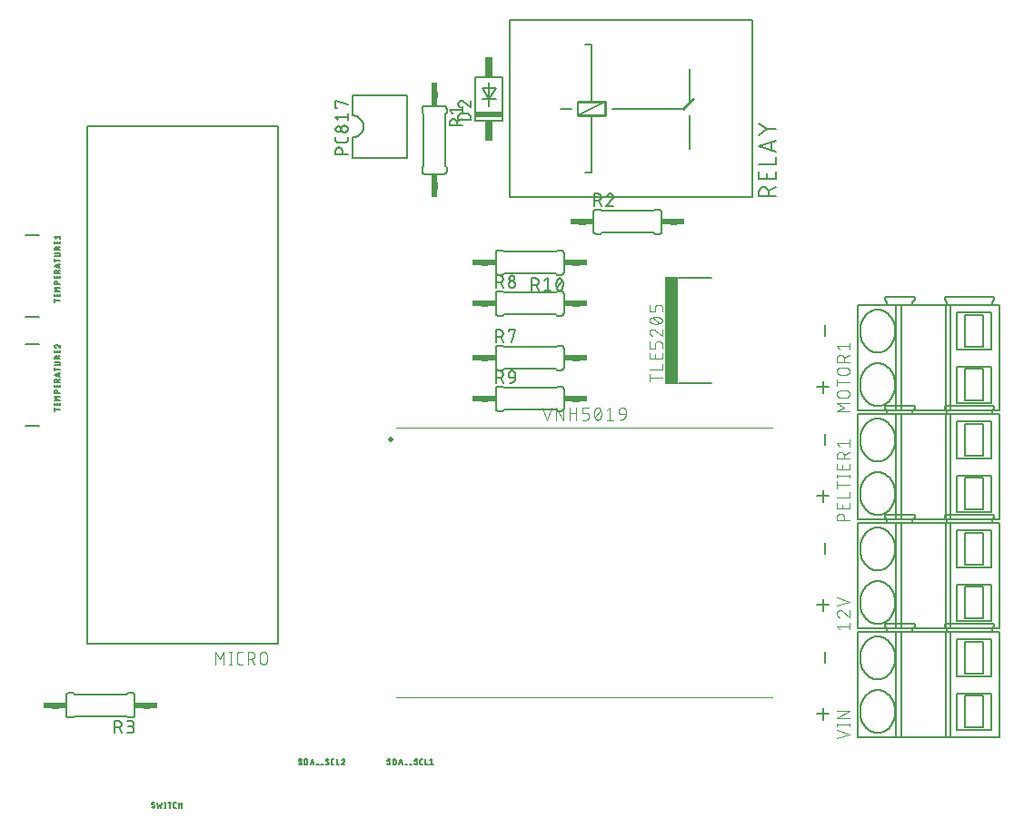
<source format=gbr>
G04 EAGLE Gerber X2 export*
%TF.Part,Single*%
%TF.FileFunction,Legend,Top,1*%
%TF.FilePolarity,Positive*%
%TF.GenerationSoftware,Autodesk,EAGLE,9.1.3*%
%TF.CreationDate,2018-09-15T00:02:42Z*%
G75*
%MOMM*%
%FSLAX34Y34*%
%LPD*%
%AMOC8*
5,1,8,0,0,1.08239X$1,22.5*%
G01*
%ADD10C,0.152400*%
%ADD11C,0.203200*%
%ADD12C,0.101600*%
%ADD13R,1.275000X10.000000*%
%ADD14C,0.609600*%
%ADD15C,0.127000*%
%ADD16R,0.863600X0.609600*%
%ADD17C,0.254000*%
%ADD18C,0.177800*%
%ADD19R,2.540000X0.508000*%
%ADD20R,0.762000X1.905000*%
%ADD21C,0.500000*%
%ADD22C,0.120000*%
%ADD23R,0.609600X0.863600*%


D10*
X1347131Y302994D02*
X1357969Y302994D01*
X1352550Y308412D02*
X1352550Y297575D01*
X1347131Y404594D02*
X1357969Y404594D01*
X1352550Y410012D02*
X1352550Y399175D01*
X1347131Y506194D02*
X1357969Y506194D01*
X1352550Y511612D02*
X1352550Y500775D01*
X1347131Y201394D02*
X1357969Y201394D01*
X1352550Y206812D02*
X1352550Y195975D01*
X1354356Y248581D02*
X1354356Y259419D01*
X1354356Y350181D02*
X1354356Y361019D01*
X1354356Y451781D02*
X1354356Y462619D01*
X1354356Y553381D02*
X1354356Y564219D01*
D11*
X1248400Y509800D02*
X1217900Y509800D01*
X1217900Y607800D02*
X1248400Y607800D01*
D12*
X1202817Y514929D02*
X1191133Y514929D01*
X1191133Y518174D02*
X1191133Y511683D01*
X1191133Y522755D02*
X1202817Y522755D01*
X1202817Y527947D01*
X1202817Y532661D02*
X1202817Y537853D01*
X1202817Y532661D02*
X1191133Y532661D01*
X1191133Y537853D01*
X1196326Y536555D02*
X1196326Y532661D01*
X1202817Y542163D02*
X1202817Y546058D01*
X1202815Y546157D01*
X1202809Y546257D01*
X1202800Y546356D01*
X1202787Y546454D01*
X1202770Y546552D01*
X1202749Y546650D01*
X1202724Y546746D01*
X1202696Y546841D01*
X1202664Y546935D01*
X1202629Y547028D01*
X1202590Y547120D01*
X1202547Y547210D01*
X1202502Y547298D01*
X1202452Y547385D01*
X1202400Y547469D01*
X1202344Y547552D01*
X1202286Y547632D01*
X1202224Y547710D01*
X1202159Y547785D01*
X1202091Y547858D01*
X1202021Y547928D01*
X1201948Y547996D01*
X1201873Y548061D01*
X1201795Y548123D01*
X1201715Y548181D01*
X1201632Y548237D01*
X1201548Y548289D01*
X1201461Y548339D01*
X1201373Y548384D01*
X1201283Y548427D01*
X1201191Y548466D01*
X1201098Y548501D01*
X1201004Y548533D01*
X1200909Y548561D01*
X1200813Y548586D01*
X1200715Y548607D01*
X1200617Y548624D01*
X1200519Y548637D01*
X1200420Y548646D01*
X1200320Y548652D01*
X1200221Y548654D01*
X1198922Y548654D01*
X1198823Y548652D01*
X1198723Y548646D01*
X1198624Y548637D01*
X1198526Y548624D01*
X1198428Y548607D01*
X1198330Y548586D01*
X1198234Y548561D01*
X1198139Y548533D01*
X1198045Y548501D01*
X1197952Y548466D01*
X1197860Y548427D01*
X1197770Y548384D01*
X1197682Y548339D01*
X1197595Y548289D01*
X1197511Y548237D01*
X1197428Y548181D01*
X1197348Y548123D01*
X1197270Y548061D01*
X1197195Y547996D01*
X1197122Y547928D01*
X1197052Y547858D01*
X1196984Y547785D01*
X1196919Y547710D01*
X1196857Y547632D01*
X1196799Y547552D01*
X1196743Y547469D01*
X1196691Y547385D01*
X1196641Y547298D01*
X1196596Y547210D01*
X1196553Y547120D01*
X1196514Y547028D01*
X1196479Y546935D01*
X1196447Y546841D01*
X1196419Y546746D01*
X1196394Y546650D01*
X1196373Y546552D01*
X1196356Y546454D01*
X1196343Y546356D01*
X1196334Y546257D01*
X1196328Y546157D01*
X1196326Y546058D01*
X1196326Y542163D01*
X1191133Y542163D01*
X1191133Y548654D01*
X1191133Y557163D02*
X1191135Y557270D01*
X1191141Y557376D01*
X1191151Y557482D01*
X1191164Y557588D01*
X1191182Y557694D01*
X1191203Y557798D01*
X1191228Y557902D01*
X1191257Y558005D01*
X1191289Y558106D01*
X1191326Y558206D01*
X1191366Y558305D01*
X1191409Y558403D01*
X1191456Y558499D01*
X1191507Y558593D01*
X1191561Y558685D01*
X1191618Y558775D01*
X1191678Y558863D01*
X1191742Y558948D01*
X1191809Y559031D01*
X1191879Y559112D01*
X1191951Y559190D01*
X1192027Y559266D01*
X1192105Y559338D01*
X1192186Y559408D01*
X1192269Y559475D01*
X1192354Y559539D01*
X1192442Y559599D01*
X1192532Y559656D01*
X1192624Y559710D01*
X1192718Y559761D01*
X1192814Y559808D01*
X1192912Y559851D01*
X1193011Y559891D01*
X1193111Y559928D01*
X1193212Y559960D01*
X1193315Y559989D01*
X1193419Y560014D01*
X1193523Y560035D01*
X1193629Y560053D01*
X1193735Y560066D01*
X1193841Y560076D01*
X1193947Y560082D01*
X1194054Y560084D01*
X1191133Y557163D02*
X1191135Y557042D01*
X1191141Y556921D01*
X1191151Y556801D01*
X1191164Y556680D01*
X1191182Y556561D01*
X1191203Y556441D01*
X1191228Y556323D01*
X1191257Y556206D01*
X1191290Y556089D01*
X1191326Y555974D01*
X1191367Y555860D01*
X1191410Y555747D01*
X1191458Y555635D01*
X1191509Y555526D01*
X1191564Y555418D01*
X1191622Y555311D01*
X1191683Y555207D01*
X1191748Y555105D01*
X1191816Y555005D01*
X1191887Y554907D01*
X1191961Y554811D01*
X1192038Y554718D01*
X1192119Y554628D01*
X1192202Y554540D01*
X1192288Y554455D01*
X1192377Y554372D01*
X1192468Y554293D01*
X1192562Y554216D01*
X1192658Y554143D01*
X1192756Y554073D01*
X1192857Y554006D01*
X1192960Y553942D01*
X1193065Y553882D01*
X1193172Y553824D01*
X1193280Y553771D01*
X1193390Y553721D01*
X1193502Y553675D01*
X1193615Y553632D01*
X1193730Y553593D01*
X1196326Y559110D02*
X1196248Y559189D01*
X1196168Y559265D01*
X1196085Y559338D01*
X1195999Y559408D01*
X1195912Y559475D01*
X1195821Y559539D01*
X1195729Y559599D01*
X1195635Y559657D01*
X1195538Y559711D01*
X1195440Y559761D01*
X1195340Y559808D01*
X1195239Y559852D01*
X1195136Y559892D01*
X1195031Y559928D01*
X1194926Y559960D01*
X1194819Y559989D01*
X1194712Y560014D01*
X1194603Y560036D01*
X1194494Y560053D01*
X1194385Y560067D01*
X1194275Y560076D01*
X1194164Y560082D01*
X1194054Y560084D01*
X1196326Y559110D02*
X1202817Y553593D01*
X1202817Y560084D01*
X1196975Y565023D02*
X1196745Y565026D01*
X1196515Y565034D01*
X1196286Y565048D01*
X1196057Y565067D01*
X1195828Y565092D01*
X1195600Y565122D01*
X1195373Y565157D01*
X1195147Y565198D01*
X1194922Y565244D01*
X1194698Y565296D01*
X1194475Y565353D01*
X1194254Y565415D01*
X1194034Y565483D01*
X1193816Y565556D01*
X1193600Y565634D01*
X1193386Y565717D01*
X1193174Y565805D01*
X1192963Y565898D01*
X1192756Y565997D01*
X1192756Y565996D02*
X1192666Y566029D01*
X1192577Y566065D01*
X1192489Y566105D01*
X1192404Y566149D01*
X1192320Y566196D01*
X1192238Y566246D01*
X1192158Y566300D01*
X1192081Y566356D01*
X1192005Y566416D01*
X1191932Y566479D01*
X1191862Y566544D01*
X1191794Y566613D01*
X1191730Y566684D01*
X1191668Y566757D01*
X1191609Y566833D01*
X1191553Y566911D01*
X1191500Y566992D01*
X1191451Y567074D01*
X1191405Y567158D01*
X1191362Y567245D01*
X1191323Y567332D01*
X1191287Y567422D01*
X1191255Y567512D01*
X1191227Y567604D01*
X1191202Y567697D01*
X1191181Y567791D01*
X1191164Y567885D01*
X1191150Y567980D01*
X1191141Y568076D01*
X1191135Y568172D01*
X1191133Y568268D01*
X1191135Y568364D01*
X1191141Y568460D01*
X1191150Y568556D01*
X1191164Y568651D01*
X1191181Y568745D01*
X1191202Y568839D01*
X1191227Y568932D01*
X1191255Y569024D01*
X1191287Y569114D01*
X1191323Y569204D01*
X1191362Y569292D01*
X1191405Y569378D01*
X1191451Y569462D01*
X1191500Y569544D01*
X1191553Y569625D01*
X1191609Y569703D01*
X1191668Y569779D01*
X1191730Y569852D01*
X1191794Y569923D01*
X1191862Y569992D01*
X1191932Y570057D01*
X1192005Y570120D01*
X1192081Y570180D01*
X1192158Y570236D01*
X1192238Y570290D01*
X1192320Y570340D01*
X1192404Y570387D01*
X1192489Y570431D01*
X1192577Y570471D01*
X1192666Y570507D01*
X1192756Y570540D01*
X1192963Y570639D01*
X1193174Y570732D01*
X1193386Y570820D01*
X1193600Y570903D01*
X1193816Y570981D01*
X1194034Y571054D01*
X1194254Y571122D01*
X1194475Y571184D01*
X1194698Y571241D01*
X1194922Y571293D01*
X1195147Y571339D01*
X1195373Y571380D01*
X1195600Y571415D01*
X1195828Y571445D01*
X1196057Y571470D01*
X1196286Y571489D01*
X1196515Y571503D01*
X1196745Y571511D01*
X1196975Y571514D01*
X1196975Y565023D02*
X1197205Y565026D01*
X1197435Y565034D01*
X1197664Y565048D01*
X1197893Y565067D01*
X1198122Y565092D01*
X1198350Y565122D01*
X1198577Y565157D01*
X1198803Y565198D01*
X1199028Y565244D01*
X1199252Y565296D01*
X1199475Y565353D01*
X1199696Y565415D01*
X1199916Y565483D01*
X1200134Y565556D01*
X1200350Y565634D01*
X1200564Y565717D01*
X1200776Y565805D01*
X1200987Y565898D01*
X1201194Y565997D01*
X1201194Y565996D02*
X1201284Y566029D01*
X1201373Y566065D01*
X1201461Y566106D01*
X1201546Y566149D01*
X1201630Y566196D01*
X1201712Y566246D01*
X1201792Y566300D01*
X1201869Y566356D01*
X1201945Y566416D01*
X1202018Y566479D01*
X1202088Y566544D01*
X1202156Y566613D01*
X1202220Y566684D01*
X1202282Y566757D01*
X1202341Y566833D01*
X1202397Y566911D01*
X1202450Y566992D01*
X1202499Y567074D01*
X1202545Y567158D01*
X1202588Y567245D01*
X1202627Y567332D01*
X1202663Y567422D01*
X1202695Y567512D01*
X1202723Y567604D01*
X1202748Y567697D01*
X1202769Y567791D01*
X1202786Y567885D01*
X1202800Y567980D01*
X1202809Y568076D01*
X1202815Y568172D01*
X1202817Y568268D01*
X1201194Y570540D02*
X1200987Y570639D01*
X1200776Y570732D01*
X1200564Y570820D01*
X1200350Y570903D01*
X1200134Y570981D01*
X1199916Y571054D01*
X1199696Y571122D01*
X1199475Y571184D01*
X1199252Y571241D01*
X1199028Y571293D01*
X1198803Y571339D01*
X1198577Y571380D01*
X1198350Y571415D01*
X1198122Y571445D01*
X1197893Y571470D01*
X1197664Y571489D01*
X1197435Y571503D01*
X1197205Y571511D01*
X1196975Y571514D01*
X1201194Y570540D02*
X1201284Y570507D01*
X1201373Y570471D01*
X1201461Y570431D01*
X1201546Y570387D01*
X1201630Y570340D01*
X1201712Y570290D01*
X1201792Y570236D01*
X1201869Y570180D01*
X1201945Y570120D01*
X1202018Y570057D01*
X1202088Y569992D01*
X1202156Y569923D01*
X1202220Y569852D01*
X1202282Y569779D01*
X1202341Y569703D01*
X1202397Y569625D01*
X1202450Y569544D01*
X1202499Y569462D01*
X1202545Y569378D01*
X1202588Y569291D01*
X1202627Y569204D01*
X1202663Y569114D01*
X1202695Y569024D01*
X1202723Y568932D01*
X1202748Y568839D01*
X1202769Y568745D01*
X1202786Y568651D01*
X1202800Y568556D01*
X1202809Y568460D01*
X1202815Y568364D01*
X1202817Y568268D01*
X1200221Y565672D02*
X1193729Y570865D01*
X1202817Y576453D02*
X1202817Y580348D01*
X1202815Y580447D01*
X1202809Y580547D01*
X1202800Y580646D01*
X1202787Y580744D01*
X1202770Y580842D01*
X1202749Y580940D01*
X1202724Y581036D01*
X1202696Y581131D01*
X1202664Y581225D01*
X1202629Y581318D01*
X1202590Y581410D01*
X1202547Y581500D01*
X1202502Y581588D01*
X1202452Y581675D01*
X1202400Y581759D01*
X1202344Y581842D01*
X1202286Y581922D01*
X1202224Y582000D01*
X1202159Y582075D01*
X1202091Y582148D01*
X1202021Y582218D01*
X1201948Y582286D01*
X1201873Y582351D01*
X1201795Y582413D01*
X1201715Y582471D01*
X1201632Y582527D01*
X1201548Y582579D01*
X1201461Y582629D01*
X1201373Y582674D01*
X1201283Y582717D01*
X1201191Y582756D01*
X1201098Y582791D01*
X1201004Y582823D01*
X1200909Y582851D01*
X1200813Y582876D01*
X1200715Y582897D01*
X1200617Y582914D01*
X1200519Y582927D01*
X1200420Y582936D01*
X1200320Y582942D01*
X1200221Y582944D01*
X1198922Y582944D01*
X1198823Y582942D01*
X1198723Y582936D01*
X1198624Y582927D01*
X1198526Y582914D01*
X1198428Y582897D01*
X1198330Y582876D01*
X1198234Y582851D01*
X1198139Y582823D01*
X1198045Y582791D01*
X1197952Y582756D01*
X1197860Y582717D01*
X1197770Y582674D01*
X1197682Y582629D01*
X1197595Y582579D01*
X1197511Y582527D01*
X1197428Y582471D01*
X1197348Y582413D01*
X1197270Y582351D01*
X1197195Y582286D01*
X1197122Y582218D01*
X1197052Y582148D01*
X1196984Y582075D01*
X1196919Y582000D01*
X1196857Y581922D01*
X1196799Y581842D01*
X1196743Y581759D01*
X1196691Y581675D01*
X1196641Y581588D01*
X1196596Y581500D01*
X1196553Y581410D01*
X1196514Y581318D01*
X1196479Y581225D01*
X1196447Y581131D01*
X1196419Y581036D01*
X1196394Y580940D01*
X1196373Y580842D01*
X1196356Y580744D01*
X1196343Y580646D01*
X1196334Y580547D01*
X1196328Y580447D01*
X1196326Y580348D01*
X1196326Y576453D01*
X1191133Y576453D01*
X1191133Y582944D01*
D13*
X1211775Y558800D03*
D10*
X1050290Y544830D02*
X1050190Y544828D01*
X1050091Y544822D01*
X1049991Y544812D01*
X1049893Y544799D01*
X1049794Y544781D01*
X1049697Y544760D01*
X1049601Y544735D01*
X1049505Y544706D01*
X1049411Y544673D01*
X1049318Y544637D01*
X1049227Y544597D01*
X1049137Y544553D01*
X1049049Y544506D01*
X1048963Y544456D01*
X1048879Y544402D01*
X1048797Y544345D01*
X1048718Y544285D01*
X1048640Y544221D01*
X1048566Y544155D01*
X1048494Y544086D01*
X1048425Y544014D01*
X1048359Y543940D01*
X1048295Y543862D01*
X1048235Y543783D01*
X1048178Y543701D01*
X1048124Y543617D01*
X1048074Y543531D01*
X1048027Y543443D01*
X1047983Y543353D01*
X1047943Y543262D01*
X1047907Y543169D01*
X1047874Y543075D01*
X1047845Y542979D01*
X1047820Y542883D01*
X1047799Y542786D01*
X1047781Y542687D01*
X1047768Y542589D01*
X1047758Y542489D01*
X1047752Y542390D01*
X1047750Y542290D01*
X1047750Y524510D02*
X1047752Y524410D01*
X1047758Y524311D01*
X1047768Y524211D01*
X1047781Y524113D01*
X1047799Y524014D01*
X1047820Y523917D01*
X1047845Y523821D01*
X1047874Y523725D01*
X1047907Y523631D01*
X1047943Y523538D01*
X1047983Y523447D01*
X1048027Y523357D01*
X1048074Y523269D01*
X1048124Y523183D01*
X1048178Y523099D01*
X1048235Y523017D01*
X1048295Y522938D01*
X1048359Y522860D01*
X1048425Y522786D01*
X1048494Y522714D01*
X1048566Y522645D01*
X1048640Y522579D01*
X1048718Y522515D01*
X1048797Y522455D01*
X1048879Y522398D01*
X1048963Y522344D01*
X1049049Y522294D01*
X1049137Y522247D01*
X1049227Y522203D01*
X1049318Y522163D01*
X1049411Y522127D01*
X1049505Y522094D01*
X1049601Y522065D01*
X1049697Y522040D01*
X1049794Y522019D01*
X1049893Y522001D01*
X1049991Y521988D01*
X1050091Y521978D01*
X1050190Y521972D01*
X1050290Y521970D01*
X1108710Y521970D02*
X1108810Y521972D01*
X1108909Y521978D01*
X1109009Y521988D01*
X1109107Y522001D01*
X1109206Y522019D01*
X1109303Y522040D01*
X1109399Y522065D01*
X1109495Y522094D01*
X1109589Y522127D01*
X1109682Y522163D01*
X1109773Y522203D01*
X1109863Y522247D01*
X1109951Y522294D01*
X1110037Y522344D01*
X1110121Y522398D01*
X1110203Y522455D01*
X1110282Y522515D01*
X1110360Y522579D01*
X1110434Y522645D01*
X1110506Y522714D01*
X1110575Y522786D01*
X1110641Y522860D01*
X1110705Y522938D01*
X1110765Y523017D01*
X1110822Y523099D01*
X1110876Y523183D01*
X1110926Y523269D01*
X1110973Y523357D01*
X1111017Y523447D01*
X1111057Y523538D01*
X1111093Y523631D01*
X1111126Y523725D01*
X1111155Y523821D01*
X1111180Y523917D01*
X1111201Y524014D01*
X1111219Y524113D01*
X1111232Y524211D01*
X1111242Y524311D01*
X1111248Y524410D01*
X1111250Y524510D01*
X1111250Y542290D02*
X1111248Y542390D01*
X1111242Y542489D01*
X1111232Y542589D01*
X1111219Y542687D01*
X1111201Y542786D01*
X1111180Y542883D01*
X1111155Y542979D01*
X1111126Y543075D01*
X1111093Y543169D01*
X1111057Y543262D01*
X1111017Y543353D01*
X1110973Y543443D01*
X1110926Y543531D01*
X1110876Y543617D01*
X1110822Y543701D01*
X1110765Y543783D01*
X1110705Y543862D01*
X1110641Y543940D01*
X1110575Y544014D01*
X1110506Y544086D01*
X1110434Y544155D01*
X1110360Y544221D01*
X1110282Y544285D01*
X1110203Y544345D01*
X1110121Y544402D01*
X1110037Y544456D01*
X1109951Y544506D01*
X1109863Y544553D01*
X1109773Y544597D01*
X1109682Y544637D01*
X1109589Y544673D01*
X1109495Y544706D01*
X1109399Y544735D01*
X1109303Y544760D01*
X1109206Y544781D01*
X1109107Y544799D01*
X1109009Y544812D01*
X1108909Y544822D01*
X1108810Y544828D01*
X1108710Y544830D01*
X1047750Y542290D02*
X1047750Y524510D01*
X1050290Y544830D02*
X1054100Y544830D01*
X1055370Y543560D01*
X1054100Y521970D02*
X1050290Y521970D01*
X1054100Y521970D02*
X1055370Y523240D01*
X1103630Y543560D02*
X1104900Y544830D01*
X1103630Y543560D02*
X1055370Y543560D01*
X1103630Y523240D02*
X1104900Y521970D01*
X1103630Y523240D02*
X1055370Y523240D01*
X1104900Y544830D02*
X1108710Y544830D01*
X1108710Y521970D02*
X1104900Y521970D01*
X1111250Y524510D02*
X1111250Y542290D01*
D14*
X1120140Y533400D02*
X1123950Y533400D01*
X1038860Y533400D02*
X1035050Y533400D01*
D15*
X1048385Y548005D02*
X1048385Y559435D01*
X1051560Y559435D01*
X1051671Y559433D01*
X1051781Y559427D01*
X1051892Y559418D01*
X1052002Y559404D01*
X1052111Y559387D01*
X1052220Y559366D01*
X1052328Y559341D01*
X1052435Y559312D01*
X1052541Y559280D01*
X1052646Y559244D01*
X1052749Y559204D01*
X1052851Y559161D01*
X1052952Y559114D01*
X1053051Y559063D01*
X1053148Y559010D01*
X1053242Y558953D01*
X1053335Y558892D01*
X1053426Y558829D01*
X1053515Y558762D01*
X1053601Y558692D01*
X1053684Y558619D01*
X1053766Y558544D01*
X1053844Y558466D01*
X1053919Y558384D01*
X1053992Y558301D01*
X1054062Y558215D01*
X1054129Y558126D01*
X1054192Y558035D01*
X1054253Y557942D01*
X1054310Y557847D01*
X1054363Y557751D01*
X1054414Y557652D01*
X1054461Y557551D01*
X1054504Y557449D01*
X1054544Y557346D01*
X1054580Y557241D01*
X1054612Y557135D01*
X1054641Y557028D01*
X1054666Y556920D01*
X1054687Y556811D01*
X1054704Y556702D01*
X1054718Y556592D01*
X1054727Y556481D01*
X1054733Y556371D01*
X1054735Y556260D01*
X1054733Y556149D01*
X1054727Y556039D01*
X1054718Y555928D01*
X1054704Y555818D01*
X1054687Y555709D01*
X1054666Y555600D01*
X1054641Y555492D01*
X1054612Y555385D01*
X1054580Y555279D01*
X1054544Y555174D01*
X1054504Y555071D01*
X1054461Y554969D01*
X1054414Y554868D01*
X1054363Y554769D01*
X1054310Y554673D01*
X1054253Y554578D01*
X1054192Y554485D01*
X1054129Y554394D01*
X1054062Y554305D01*
X1053992Y554219D01*
X1053919Y554136D01*
X1053844Y554054D01*
X1053766Y553976D01*
X1053684Y553901D01*
X1053601Y553828D01*
X1053515Y553758D01*
X1053426Y553691D01*
X1053335Y553628D01*
X1053242Y553567D01*
X1053148Y553510D01*
X1053051Y553457D01*
X1052952Y553406D01*
X1052851Y553359D01*
X1052749Y553316D01*
X1052646Y553276D01*
X1052541Y553240D01*
X1052435Y553208D01*
X1052328Y553179D01*
X1052220Y553154D01*
X1052111Y553133D01*
X1052002Y553116D01*
X1051892Y553102D01*
X1051781Y553093D01*
X1051671Y553087D01*
X1051560Y553085D01*
X1048385Y553085D01*
X1052195Y553085D02*
X1054735Y548005D01*
X1059732Y558165D02*
X1059732Y559435D01*
X1066082Y559435D01*
X1062907Y548005D01*
D16*
X1115568Y533400D03*
X1043432Y533400D03*
X1128268Y533400D03*
X1030732Y533400D03*
D10*
X1047750Y593090D02*
X1047752Y593190D01*
X1047758Y593289D01*
X1047768Y593389D01*
X1047781Y593487D01*
X1047799Y593586D01*
X1047820Y593683D01*
X1047845Y593779D01*
X1047874Y593875D01*
X1047907Y593969D01*
X1047943Y594062D01*
X1047983Y594153D01*
X1048027Y594243D01*
X1048074Y594331D01*
X1048124Y594417D01*
X1048178Y594501D01*
X1048235Y594583D01*
X1048295Y594662D01*
X1048359Y594740D01*
X1048425Y594814D01*
X1048494Y594886D01*
X1048566Y594955D01*
X1048640Y595021D01*
X1048718Y595085D01*
X1048797Y595145D01*
X1048879Y595202D01*
X1048963Y595256D01*
X1049049Y595306D01*
X1049137Y595353D01*
X1049227Y595397D01*
X1049318Y595437D01*
X1049411Y595473D01*
X1049505Y595506D01*
X1049601Y595535D01*
X1049697Y595560D01*
X1049794Y595581D01*
X1049893Y595599D01*
X1049991Y595612D01*
X1050091Y595622D01*
X1050190Y595628D01*
X1050290Y595630D01*
X1047750Y575310D02*
X1047752Y575210D01*
X1047758Y575111D01*
X1047768Y575011D01*
X1047781Y574913D01*
X1047799Y574814D01*
X1047820Y574717D01*
X1047845Y574621D01*
X1047874Y574525D01*
X1047907Y574431D01*
X1047943Y574338D01*
X1047983Y574247D01*
X1048027Y574157D01*
X1048074Y574069D01*
X1048124Y573983D01*
X1048178Y573899D01*
X1048235Y573817D01*
X1048295Y573738D01*
X1048359Y573660D01*
X1048425Y573586D01*
X1048494Y573514D01*
X1048566Y573445D01*
X1048640Y573379D01*
X1048718Y573315D01*
X1048797Y573255D01*
X1048879Y573198D01*
X1048963Y573144D01*
X1049049Y573094D01*
X1049137Y573047D01*
X1049227Y573003D01*
X1049318Y572963D01*
X1049411Y572927D01*
X1049505Y572894D01*
X1049601Y572865D01*
X1049697Y572840D01*
X1049794Y572819D01*
X1049893Y572801D01*
X1049991Y572788D01*
X1050091Y572778D01*
X1050190Y572772D01*
X1050290Y572770D01*
X1108710Y572770D02*
X1108810Y572772D01*
X1108909Y572778D01*
X1109009Y572788D01*
X1109107Y572801D01*
X1109206Y572819D01*
X1109303Y572840D01*
X1109399Y572865D01*
X1109495Y572894D01*
X1109589Y572927D01*
X1109682Y572963D01*
X1109773Y573003D01*
X1109863Y573047D01*
X1109951Y573094D01*
X1110037Y573144D01*
X1110121Y573198D01*
X1110203Y573255D01*
X1110282Y573315D01*
X1110360Y573379D01*
X1110434Y573445D01*
X1110506Y573514D01*
X1110575Y573586D01*
X1110641Y573660D01*
X1110705Y573738D01*
X1110765Y573817D01*
X1110822Y573899D01*
X1110876Y573983D01*
X1110926Y574069D01*
X1110973Y574157D01*
X1111017Y574247D01*
X1111057Y574338D01*
X1111093Y574431D01*
X1111126Y574525D01*
X1111155Y574621D01*
X1111180Y574717D01*
X1111201Y574814D01*
X1111219Y574913D01*
X1111232Y575011D01*
X1111242Y575111D01*
X1111248Y575210D01*
X1111250Y575310D01*
X1111250Y593090D02*
X1111248Y593190D01*
X1111242Y593289D01*
X1111232Y593389D01*
X1111219Y593487D01*
X1111201Y593586D01*
X1111180Y593683D01*
X1111155Y593779D01*
X1111126Y593875D01*
X1111093Y593969D01*
X1111057Y594062D01*
X1111017Y594153D01*
X1110973Y594243D01*
X1110926Y594331D01*
X1110876Y594417D01*
X1110822Y594501D01*
X1110765Y594583D01*
X1110705Y594662D01*
X1110641Y594740D01*
X1110575Y594814D01*
X1110506Y594886D01*
X1110434Y594955D01*
X1110360Y595021D01*
X1110282Y595085D01*
X1110203Y595145D01*
X1110121Y595202D01*
X1110037Y595256D01*
X1109951Y595306D01*
X1109863Y595353D01*
X1109773Y595397D01*
X1109682Y595437D01*
X1109589Y595473D01*
X1109495Y595506D01*
X1109399Y595535D01*
X1109303Y595560D01*
X1109206Y595581D01*
X1109107Y595599D01*
X1109009Y595612D01*
X1108909Y595622D01*
X1108810Y595628D01*
X1108710Y595630D01*
X1047750Y593090D02*
X1047750Y575310D01*
X1050290Y595630D02*
X1054100Y595630D01*
X1055370Y594360D01*
X1054100Y572770D02*
X1050290Y572770D01*
X1054100Y572770D02*
X1055370Y574040D01*
X1103630Y594360D02*
X1104900Y595630D01*
X1103630Y594360D02*
X1055370Y594360D01*
X1103630Y574040D02*
X1104900Y572770D01*
X1103630Y574040D02*
X1055370Y574040D01*
X1104900Y595630D02*
X1108710Y595630D01*
X1108710Y572770D02*
X1104900Y572770D01*
X1111250Y575310D02*
X1111250Y593090D01*
D14*
X1120140Y584200D02*
X1123950Y584200D01*
X1038860Y584200D02*
X1035050Y584200D01*
D15*
X1048385Y598805D02*
X1048385Y610235D01*
X1051560Y610235D01*
X1051671Y610233D01*
X1051781Y610227D01*
X1051892Y610218D01*
X1052002Y610204D01*
X1052111Y610187D01*
X1052220Y610166D01*
X1052328Y610141D01*
X1052435Y610112D01*
X1052541Y610080D01*
X1052646Y610044D01*
X1052749Y610004D01*
X1052851Y609961D01*
X1052952Y609914D01*
X1053051Y609863D01*
X1053148Y609810D01*
X1053242Y609753D01*
X1053335Y609692D01*
X1053426Y609629D01*
X1053515Y609562D01*
X1053601Y609492D01*
X1053684Y609419D01*
X1053766Y609344D01*
X1053844Y609266D01*
X1053919Y609184D01*
X1053992Y609101D01*
X1054062Y609015D01*
X1054129Y608926D01*
X1054192Y608835D01*
X1054253Y608742D01*
X1054310Y608647D01*
X1054363Y608551D01*
X1054414Y608452D01*
X1054461Y608351D01*
X1054504Y608249D01*
X1054544Y608146D01*
X1054580Y608041D01*
X1054612Y607935D01*
X1054641Y607828D01*
X1054666Y607720D01*
X1054687Y607611D01*
X1054704Y607502D01*
X1054718Y607392D01*
X1054727Y607281D01*
X1054733Y607171D01*
X1054735Y607060D01*
X1054733Y606949D01*
X1054727Y606839D01*
X1054718Y606728D01*
X1054704Y606618D01*
X1054687Y606509D01*
X1054666Y606400D01*
X1054641Y606292D01*
X1054612Y606185D01*
X1054580Y606079D01*
X1054544Y605974D01*
X1054504Y605871D01*
X1054461Y605769D01*
X1054414Y605668D01*
X1054363Y605569D01*
X1054310Y605473D01*
X1054253Y605378D01*
X1054192Y605285D01*
X1054129Y605194D01*
X1054062Y605105D01*
X1053992Y605019D01*
X1053919Y604936D01*
X1053844Y604854D01*
X1053766Y604776D01*
X1053684Y604701D01*
X1053601Y604628D01*
X1053515Y604558D01*
X1053426Y604491D01*
X1053335Y604428D01*
X1053242Y604367D01*
X1053148Y604310D01*
X1053051Y604257D01*
X1052952Y604206D01*
X1052851Y604159D01*
X1052749Y604116D01*
X1052646Y604076D01*
X1052541Y604040D01*
X1052435Y604008D01*
X1052328Y603979D01*
X1052220Y603954D01*
X1052111Y603933D01*
X1052002Y603916D01*
X1051892Y603902D01*
X1051781Y603893D01*
X1051671Y603887D01*
X1051560Y603885D01*
X1048385Y603885D01*
X1052195Y603885D02*
X1054735Y598805D01*
X1059732Y601980D02*
X1059734Y602091D01*
X1059740Y602201D01*
X1059749Y602312D01*
X1059763Y602422D01*
X1059780Y602531D01*
X1059801Y602640D01*
X1059826Y602748D01*
X1059855Y602855D01*
X1059887Y602961D01*
X1059923Y603066D01*
X1059963Y603169D01*
X1060006Y603271D01*
X1060053Y603372D01*
X1060104Y603471D01*
X1060157Y603568D01*
X1060214Y603662D01*
X1060275Y603755D01*
X1060338Y603846D01*
X1060405Y603935D01*
X1060475Y604021D01*
X1060548Y604104D01*
X1060623Y604186D01*
X1060701Y604264D01*
X1060783Y604339D01*
X1060866Y604412D01*
X1060952Y604482D01*
X1061041Y604549D01*
X1061132Y604612D01*
X1061225Y604673D01*
X1061320Y604730D01*
X1061416Y604783D01*
X1061515Y604834D01*
X1061616Y604881D01*
X1061718Y604924D01*
X1061821Y604964D01*
X1061926Y605000D01*
X1062032Y605032D01*
X1062139Y605061D01*
X1062247Y605086D01*
X1062356Y605107D01*
X1062465Y605124D01*
X1062575Y605138D01*
X1062686Y605147D01*
X1062796Y605153D01*
X1062907Y605155D01*
X1063018Y605153D01*
X1063128Y605147D01*
X1063239Y605138D01*
X1063349Y605124D01*
X1063458Y605107D01*
X1063567Y605086D01*
X1063675Y605061D01*
X1063782Y605032D01*
X1063888Y605000D01*
X1063993Y604964D01*
X1064096Y604924D01*
X1064198Y604881D01*
X1064299Y604834D01*
X1064398Y604783D01*
X1064495Y604730D01*
X1064589Y604673D01*
X1064682Y604612D01*
X1064773Y604549D01*
X1064862Y604482D01*
X1064948Y604412D01*
X1065031Y604339D01*
X1065113Y604264D01*
X1065191Y604186D01*
X1065266Y604104D01*
X1065339Y604021D01*
X1065409Y603935D01*
X1065476Y603846D01*
X1065539Y603755D01*
X1065600Y603662D01*
X1065657Y603568D01*
X1065710Y603471D01*
X1065761Y603372D01*
X1065808Y603271D01*
X1065851Y603169D01*
X1065891Y603066D01*
X1065927Y602961D01*
X1065959Y602855D01*
X1065988Y602748D01*
X1066013Y602640D01*
X1066034Y602531D01*
X1066051Y602422D01*
X1066065Y602312D01*
X1066074Y602201D01*
X1066080Y602091D01*
X1066082Y601980D01*
X1066080Y601869D01*
X1066074Y601759D01*
X1066065Y601648D01*
X1066051Y601538D01*
X1066034Y601429D01*
X1066013Y601320D01*
X1065988Y601212D01*
X1065959Y601105D01*
X1065927Y600999D01*
X1065891Y600894D01*
X1065851Y600791D01*
X1065808Y600689D01*
X1065761Y600588D01*
X1065710Y600489D01*
X1065657Y600393D01*
X1065600Y600298D01*
X1065539Y600205D01*
X1065476Y600114D01*
X1065409Y600025D01*
X1065339Y599939D01*
X1065266Y599856D01*
X1065191Y599774D01*
X1065113Y599696D01*
X1065031Y599621D01*
X1064948Y599548D01*
X1064862Y599478D01*
X1064773Y599411D01*
X1064682Y599348D01*
X1064589Y599287D01*
X1064495Y599230D01*
X1064398Y599177D01*
X1064299Y599126D01*
X1064198Y599079D01*
X1064096Y599036D01*
X1063993Y598996D01*
X1063888Y598960D01*
X1063782Y598928D01*
X1063675Y598899D01*
X1063567Y598874D01*
X1063458Y598853D01*
X1063349Y598836D01*
X1063239Y598822D01*
X1063128Y598813D01*
X1063018Y598807D01*
X1062907Y598805D01*
X1062796Y598807D01*
X1062686Y598813D01*
X1062575Y598822D01*
X1062465Y598836D01*
X1062356Y598853D01*
X1062247Y598874D01*
X1062139Y598899D01*
X1062032Y598928D01*
X1061926Y598960D01*
X1061821Y598996D01*
X1061718Y599036D01*
X1061616Y599079D01*
X1061515Y599126D01*
X1061416Y599177D01*
X1061320Y599230D01*
X1061225Y599287D01*
X1061132Y599348D01*
X1061041Y599411D01*
X1060952Y599478D01*
X1060866Y599548D01*
X1060783Y599621D01*
X1060701Y599696D01*
X1060623Y599774D01*
X1060548Y599856D01*
X1060475Y599939D01*
X1060405Y600025D01*
X1060338Y600114D01*
X1060275Y600205D01*
X1060214Y600298D01*
X1060157Y600393D01*
X1060104Y600489D01*
X1060053Y600588D01*
X1060006Y600689D01*
X1059963Y600791D01*
X1059923Y600894D01*
X1059887Y600999D01*
X1059855Y601105D01*
X1059826Y601212D01*
X1059801Y601320D01*
X1059780Y601429D01*
X1059763Y601538D01*
X1059749Y601648D01*
X1059740Y601759D01*
X1059734Y601869D01*
X1059732Y601980D01*
X1060367Y607695D02*
X1060369Y607795D01*
X1060375Y607894D01*
X1060385Y607994D01*
X1060398Y608092D01*
X1060416Y608191D01*
X1060437Y608288D01*
X1060462Y608384D01*
X1060491Y608480D01*
X1060524Y608574D01*
X1060560Y608667D01*
X1060600Y608758D01*
X1060644Y608848D01*
X1060691Y608936D01*
X1060741Y609022D01*
X1060795Y609106D01*
X1060852Y609188D01*
X1060912Y609267D01*
X1060976Y609345D01*
X1061042Y609419D01*
X1061111Y609491D01*
X1061183Y609560D01*
X1061257Y609626D01*
X1061335Y609690D01*
X1061414Y609750D01*
X1061496Y609807D01*
X1061580Y609861D01*
X1061666Y609911D01*
X1061754Y609958D01*
X1061844Y610002D01*
X1061935Y610042D01*
X1062028Y610078D01*
X1062122Y610111D01*
X1062218Y610140D01*
X1062314Y610165D01*
X1062411Y610186D01*
X1062510Y610204D01*
X1062608Y610217D01*
X1062708Y610227D01*
X1062807Y610233D01*
X1062907Y610235D01*
X1063007Y610233D01*
X1063106Y610227D01*
X1063206Y610217D01*
X1063304Y610204D01*
X1063403Y610186D01*
X1063500Y610165D01*
X1063596Y610140D01*
X1063692Y610111D01*
X1063786Y610078D01*
X1063879Y610042D01*
X1063970Y610002D01*
X1064060Y609958D01*
X1064148Y609911D01*
X1064234Y609861D01*
X1064318Y609807D01*
X1064400Y609750D01*
X1064479Y609690D01*
X1064557Y609626D01*
X1064631Y609560D01*
X1064703Y609491D01*
X1064772Y609419D01*
X1064838Y609345D01*
X1064902Y609267D01*
X1064962Y609188D01*
X1065019Y609106D01*
X1065073Y609022D01*
X1065123Y608936D01*
X1065170Y608848D01*
X1065214Y608758D01*
X1065254Y608667D01*
X1065290Y608574D01*
X1065323Y608480D01*
X1065352Y608384D01*
X1065377Y608288D01*
X1065398Y608191D01*
X1065416Y608092D01*
X1065429Y607994D01*
X1065439Y607894D01*
X1065445Y607795D01*
X1065447Y607695D01*
X1065445Y607595D01*
X1065439Y607496D01*
X1065429Y607396D01*
X1065416Y607298D01*
X1065398Y607199D01*
X1065377Y607102D01*
X1065352Y607006D01*
X1065323Y606910D01*
X1065290Y606816D01*
X1065254Y606723D01*
X1065214Y606632D01*
X1065170Y606542D01*
X1065123Y606454D01*
X1065073Y606368D01*
X1065019Y606284D01*
X1064962Y606202D01*
X1064902Y606123D01*
X1064838Y606045D01*
X1064772Y605971D01*
X1064703Y605899D01*
X1064631Y605830D01*
X1064557Y605764D01*
X1064479Y605700D01*
X1064400Y605640D01*
X1064318Y605583D01*
X1064234Y605529D01*
X1064148Y605479D01*
X1064060Y605432D01*
X1063970Y605388D01*
X1063879Y605348D01*
X1063786Y605312D01*
X1063692Y605279D01*
X1063596Y605250D01*
X1063500Y605225D01*
X1063403Y605204D01*
X1063304Y605186D01*
X1063206Y605173D01*
X1063106Y605163D01*
X1063007Y605157D01*
X1062907Y605155D01*
X1062807Y605157D01*
X1062708Y605163D01*
X1062608Y605173D01*
X1062510Y605186D01*
X1062411Y605204D01*
X1062314Y605225D01*
X1062218Y605250D01*
X1062122Y605279D01*
X1062028Y605312D01*
X1061935Y605348D01*
X1061844Y605388D01*
X1061754Y605432D01*
X1061666Y605479D01*
X1061580Y605529D01*
X1061496Y605583D01*
X1061414Y605640D01*
X1061335Y605700D01*
X1061257Y605764D01*
X1061183Y605830D01*
X1061111Y605899D01*
X1061042Y605971D01*
X1060976Y606045D01*
X1060912Y606123D01*
X1060852Y606202D01*
X1060795Y606284D01*
X1060741Y606368D01*
X1060691Y606454D01*
X1060644Y606542D01*
X1060600Y606632D01*
X1060560Y606723D01*
X1060524Y606816D01*
X1060491Y606910D01*
X1060462Y607006D01*
X1060437Y607102D01*
X1060416Y607199D01*
X1060398Y607298D01*
X1060385Y607396D01*
X1060375Y607496D01*
X1060369Y607595D01*
X1060367Y607695D01*
D16*
X1115568Y584200D03*
X1043432Y584200D03*
X1128268Y584200D03*
X1030732Y584200D03*
D10*
X1061035Y848031D02*
X1287095Y848031D01*
X1287095Y682931D01*
X1061035Y682931D01*
X1061035Y848031D01*
X1130885Y825171D02*
X1137235Y825171D01*
X1137235Y771831D01*
D17*
X1124535Y771831D01*
D10*
X1124535Y759131D01*
D17*
X1149935Y759131D02*
X1149935Y771831D01*
X1137235Y771831D01*
X1137235Y759131D02*
X1124535Y759131D01*
D10*
X1137235Y759131D02*
X1137235Y705791D01*
D17*
X1137235Y759131D02*
X1149935Y759131D01*
D10*
X1137235Y705791D02*
X1130885Y705791D01*
X1124535Y759131D02*
X1149935Y771831D01*
X1156285Y765481D02*
X1222325Y765481D01*
D17*
X1228675Y771831D01*
D10*
X1228675Y802819D01*
X1228675Y759131D02*
X1228675Y727889D01*
D17*
X1228675Y771831D02*
X1231977Y774879D01*
D10*
X1118185Y765481D02*
X1108025Y765481D01*
D18*
X1293064Y683820D02*
X1309066Y683820D01*
X1293064Y683820D02*
X1293064Y688265D01*
X1293066Y688397D01*
X1293072Y688528D01*
X1293082Y688660D01*
X1293095Y688791D01*
X1293113Y688921D01*
X1293134Y689051D01*
X1293159Y689181D01*
X1293188Y689309D01*
X1293221Y689437D01*
X1293258Y689563D01*
X1293298Y689689D01*
X1293342Y689813D01*
X1293390Y689936D01*
X1293441Y690057D01*
X1293496Y690177D01*
X1293554Y690295D01*
X1293616Y690411D01*
X1293682Y690525D01*
X1293750Y690638D01*
X1293822Y690748D01*
X1293897Y690856D01*
X1293976Y690962D01*
X1294057Y691066D01*
X1294142Y691167D01*
X1294229Y691265D01*
X1294320Y691361D01*
X1294413Y691454D01*
X1294509Y691545D01*
X1294607Y691632D01*
X1294708Y691717D01*
X1294812Y691798D01*
X1294918Y691877D01*
X1295026Y691952D01*
X1295136Y692024D01*
X1295249Y692092D01*
X1295363Y692158D01*
X1295479Y692220D01*
X1295597Y692278D01*
X1295717Y692333D01*
X1295838Y692384D01*
X1295961Y692432D01*
X1296085Y692476D01*
X1296211Y692516D01*
X1296337Y692553D01*
X1296465Y692586D01*
X1296593Y692615D01*
X1296723Y692640D01*
X1296853Y692661D01*
X1296983Y692679D01*
X1297114Y692692D01*
X1297246Y692702D01*
X1297377Y692708D01*
X1297509Y692710D01*
X1297641Y692708D01*
X1297772Y692702D01*
X1297904Y692692D01*
X1298035Y692679D01*
X1298165Y692661D01*
X1298295Y692640D01*
X1298425Y692615D01*
X1298553Y692586D01*
X1298681Y692553D01*
X1298807Y692516D01*
X1298933Y692476D01*
X1299057Y692432D01*
X1299180Y692384D01*
X1299301Y692333D01*
X1299421Y692278D01*
X1299539Y692220D01*
X1299655Y692158D01*
X1299769Y692092D01*
X1299882Y692024D01*
X1299992Y691952D01*
X1300100Y691877D01*
X1300206Y691798D01*
X1300310Y691717D01*
X1300411Y691632D01*
X1300509Y691545D01*
X1300605Y691454D01*
X1300698Y691361D01*
X1300789Y691265D01*
X1300876Y691167D01*
X1300961Y691066D01*
X1301042Y690962D01*
X1301121Y690856D01*
X1301196Y690748D01*
X1301268Y690638D01*
X1301336Y690525D01*
X1301402Y690411D01*
X1301464Y690295D01*
X1301522Y690177D01*
X1301577Y690057D01*
X1301628Y689936D01*
X1301676Y689813D01*
X1301720Y689689D01*
X1301760Y689563D01*
X1301797Y689437D01*
X1301830Y689309D01*
X1301859Y689181D01*
X1301884Y689051D01*
X1301905Y688921D01*
X1301923Y688791D01*
X1301936Y688660D01*
X1301946Y688528D01*
X1301952Y688397D01*
X1301954Y688265D01*
X1301954Y683820D01*
X1301954Y689154D02*
X1309066Y692710D01*
X1309066Y699904D02*
X1309066Y707016D01*
X1309066Y699904D02*
X1293064Y699904D01*
X1293064Y707016D01*
X1300176Y705238D02*
X1300176Y699904D01*
X1293064Y713451D02*
X1309066Y713451D01*
X1309066Y720563D01*
X1309066Y725556D02*
X1293064Y730890D01*
X1309066Y736224D01*
X1305066Y734890D02*
X1305066Y726889D01*
X1293064Y741187D02*
X1300621Y746521D01*
X1293064Y751855D01*
X1300621Y746521D02*
X1309066Y746521D01*
D10*
X1054100Y754380D02*
X1054100Y795020D01*
X1028700Y795020D01*
X1028700Y754380D01*
X1054100Y754380D01*
X1041400Y768350D02*
X1041400Y774700D01*
X1035050Y784860D02*
X1047750Y784860D01*
X1041400Y774700D01*
X1041400Y789940D01*
X1035050Y784860D02*
X1041400Y774700D01*
X1035050Y774700D01*
X1041400Y774700D02*
X1047750Y774700D01*
D15*
X1024255Y755015D02*
X1012825Y755015D01*
X1012825Y758190D01*
X1012827Y758301D01*
X1012833Y758411D01*
X1012842Y758522D01*
X1012856Y758632D01*
X1012873Y758741D01*
X1012894Y758850D01*
X1012919Y758958D01*
X1012948Y759065D01*
X1012980Y759171D01*
X1013016Y759276D01*
X1013056Y759379D01*
X1013099Y759481D01*
X1013146Y759582D01*
X1013197Y759681D01*
X1013250Y759778D01*
X1013307Y759872D01*
X1013368Y759965D01*
X1013431Y760056D01*
X1013498Y760145D01*
X1013568Y760231D01*
X1013641Y760314D01*
X1013716Y760396D01*
X1013794Y760474D01*
X1013876Y760549D01*
X1013959Y760622D01*
X1014045Y760692D01*
X1014134Y760759D01*
X1014225Y760822D01*
X1014318Y760883D01*
X1014413Y760940D01*
X1014509Y760993D01*
X1014608Y761044D01*
X1014709Y761091D01*
X1014811Y761134D01*
X1014914Y761174D01*
X1015019Y761210D01*
X1015125Y761242D01*
X1015232Y761271D01*
X1015340Y761296D01*
X1015449Y761317D01*
X1015558Y761334D01*
X1015668Y761348D01*
X1015779Y761357D01*
X1015889Y761363D01*
X1016000Y761365D01*
X1021080Y761365D01*
X1021191Y761363D01*
X1021301Y761357D01*
X1021412Y761348D01*
X1021522Y761334D01*
X1021631Y761317D01*
X1021740Y761296D01*
X1021848Y761271D01*
X1021955Y761242D01*
X1022061Y761210D01*
X1022166Y761174D01*
X1022269Y761134D01*
X1022371Y761091D01*
X1022472Y761044D01*
X1022571Y760993D01*
X1022668Y760940D01*
X1022762Y760883D01*
X1022855Y760822D01*
X1022946Y760759D01*
X1023035Y760692D01*
X1023121Y760622D01*
X1023204Y760549D01*
X1023286Y760474D01*
X1023364Y760396D01*
X1023439Y760314D01*
X1023512Y760231D01*
X1023582Y760145D01*
X1023649Y760056D01*
X1023712Y759965D01*
X1023773Y759872D01*
X1023830Y759778D01*
X1023883Y759681D01*
X1023934Y759582D01*
X1023981Y759481D01*
X1024024Y759379D01*
X1024064Y759276D01*
X1024100Y759171D01*
X1024132Y759065D01*
X1024161Y758958D01*
X1024186Y758850D01*
X1024207Y758741D01*
X1024224Y758632D01*
X1024238Y758522D01*
X1024247Y758411D01*
X1024253Y758301D01*
X1024255Y758190D01*
X1024255Y755015D01*
X1012825Y770319D02*
X1012827Y770423D01*
X1012833Y770528D01*
X1012842Y770632D01*
X1012855Y770735D01*
X1012873Y770838D01*
X1012893Y770940D01*
X1012918Y771042D01*
X1012946Y771142D01*
X1012978Y771242D01*
X1013014Y771340D01*
X1013053Y771437D01*
X1013095Y771532D01*
X1013141Y771626D01*
X1013191Y771718D01*
X1013243Y771808D01*
X1013299Y771896D01*
X1013359Y771982D01*
X1013421Y772066D01*
X1013486Y772147D01*
X1013554Y772226D01*
X1013626Y772303D01*
X1013699Y772376D01*
X1013776Y772448D01*
X1013855Y772516D01*
X1013936Y772581D01*
X1014020Y772643D01*
X1014106Y772703D01*
X1014194Y772759D01*
X1014284Y772811D01*
X1014376Y772861D01*
X1014470Y772907D01*
X1014565Y772949D01*
X1014662Y772988D01*
X1014760Y773024D01*
X1014860Y773056D01*
X1014960Y773084D01*
X1015062Y773109D01*
X1015164Y773129D01*
X1015267Y773147D01*
X1015370Y773160D01*
X1015474Y773169D01*
X1015579Y773175D01*
X1015683Y773177D01*
X1012825Y770319D02*
X1012827Y770201D01*
X1012833Y770082D01*
X1012842Y769964D01*
X1012855Y769847D01*
X1012873Y769730D01*
X1012893Y769613D01*
X1012918Y769497D01*
X1012946Y769382D01*
X1012979Y769269D01*
X1013014Y769156D01*
X1013054Y769044D01*
X1013096Y768934D01*
X1013143Y768825D01*
X1013193Y768717D01*
X1013246Y768612D01*
X1013303Y768508D01*
X1013363Y768406D01*
X1013426Y768306D01*
X1013493Y768208D01*
X1013562Y768112D01*
X1013635Y768019D01*
X1013711Y767928D01*
X1013789Y767839D01*
X1013871Y767753D01*
X1013955Y767670D01*
X1014041Y767589D01*
X1014131Y767512D01*
X1014222Y767437D01*
X1014316Y767365D01*
X1014413Y767296D01*
X1014511Y767231D01*
X1014612Y767168D01*
X1014715Y767109D01*
X1014819Y767053D01*
X1014925Y767001D01*
X1015033Y766952D01*
X1015142Y766907D01*
X1015253Y766865D01*
X1015365Y766827D01*
X1017905Y772224D02*
X1017830Y772300D01*
X1017751Y772375D01*
X1017670Y772446D01*
X1017586Y772515D01*
X1017500Y772580D01*
X1017412Y772642D01*
X1017322Y772702D01*
X1017230Y772758D01*
X1017135Y772811D01*
X1017039Y772860D01*
X1016941Y772906D01*
X1016842Y772949D01*
X1016741Y772988D01*
X1016639Y773023D01*
X1016536Y773055D01*
X1016432Y773083D01*
X1016327Y773108D01*
X1016220Y773129D01*
X1016114Y773146D01*
X1016007Y773159D01*
X1015899Y773168D01*
X1015791Y773174D01*
X1015683Y773176D01*
X1017905Y772224D02*
X1024255Y766826D01*
X1024255Y773176D01*
D19*
X1041400Y760730D03*
D20*
X1041400Y804545D03*
X1041400Y744855D03*
D11*
X1466817Y582400D02*
X1466817Y484400D01*
X1471340Y484400D02*
X1471340Y582400D01*
X1425880Y582400D02*
X1425880Y484400D01*
X1421015Y484400D02*
X1421015Y582400D01*
X1387281Y558400D02*
X1387288Y557802D01*
X1387310Y557205D01*
X1387347Y556609D01*
X1387398Y556014D01*
X1387464Y555420D01*
X1387544Y554828D01*
X1387639Y554239D01*
X1387640Y554239D02*
X1387734Y553733D01*
X1387838Y553230D01*
X1387954Y552729D01*
X1388081Y552231D01*
X1388218Y551736D01*
X1388367Y551244D01*
X1388526Y550755D01*
X1388696Y550270D01*
X1388874Y549800D01*
X1389062Y549334D01*
X1389261Y548872D01*
X1389471Y548415D01*
X1389691Y547963D01*
X1389921Y547517D01*
X1390162Y547075D01*
X1390413Y546640D01*
X1390636Y546273D01*
X1390867Y545912D01*
X1391106Y545556D01*
X1391353Y545206D01*
X1391608Y544860D01*
X1391870Y544521D01*
X1392139Y544187D01*
X1392416Y543860D01*
X1392700Y543538D01*
X1392700Y543539D02*
X1392981Y543237D01*
X1393269Y542941D01*
X1393564Y542653D01*
X1393866Y542372D01*
X1394175Y542098D01*
X1394490Y541831D01*
X1394812Y541573D01*
X1395139Y541322D01*
X1395473Y541079D01*
X1395781Y540868D01*
X1396093Y540664D01*
X1396411Y540467D01*
X1396733Y540279D01*
X1397059Y540098D01*
X1397390Y539925D01*
X1397725Y539761D01*
X1398064Y539604D01*
X1398064Y539605D02*
X1398360Y539477D01*
X1398659Y539356D01*
X1398960Y539242D01*
X1399264Y539135D01*
X1399571Y539035D01*
X1399879Y538942D01*
X1400190Y538856D01*
X1400502Y538777D01*
X1400816Y538705D01*
X1401129Y538641D01*
X1401442Y538585D01*
X1401758Y538536D01*
X1402074Y538495D01*
X1402391Y538461D01*
X1402708Y538434D01*
X1403027Y538415D01*
X1403345Y538404D01*
X1403664Y538400D01*
X1400816Y578095D02*
X1401128Y578159D01*
X1401442Y578215D01*
X1401757Y578264D01*
X1402073Y578305D01*
X1402391Y578339D01*
X1402708Y578366D01*
X1403027Y578385D01*
X1403345Y578396D01*
X1403664Y578400D01*
X1400816Y578095D02*
X1400502Y578023D01*
X1400189Y577944D01*
X1399879Y577858D01*
X1399570Y577765D01*
X1399264Y577665D01*
X1398960Y577558D01*
X1398659Y577443D01*
X1398360Y577322D01*
X1398064Y577195D01*
X1398063Y577195D02*
X1397762Y577057D01*
X1397463Y576912D01*
X1397168Y576761D01*
X1396876Y576603D01*
X1396588Y576439D01*
X1396303Y576269D01*
X1396022Y576093D01*
X1395745Y575910D01*
X1395472Y575721D01*
X1395473Y575721D02*
X1395139Y575478D01*
X1394811Y575228D01*
X1394489Y574969D01*
X1394174Y574703D01*
X1393865Y574429D01*
X1393563Y574148D01*
X1393268Y573859D01*
X1392980Y573563D01*
X1392700Y573261D01*
X1392416Y572940D01*
X1392138Y572613D01*
X1391869Y572280D01*
X1391606Y571941D01*
X1391352Y571596D01*
X1391105Y571245D01*
X1390866Y570889D01*
X1390636Y570527D01*
X1390413Y570160D01*
X1390162Y569725D01*
X1389920Y569284D01*
X1389689Y568837D01*
X1389469Y568385D01*
X1389259Y567928D01*
X1389061Y567467D01*
X1388873Y567000D01*
X1388696Y566530D01*
X1388525Y566045D01*
X1388366Y565557D01*
X1388217Y565065D01*
X1388080Y564569D01*
X1387953Y564071D01*
X1387837Y563570D01*
X1387733Y563067D01*
X1387640Y562561D01*
X1387556Y562045D01*
X1387483Y561527D01*
X1387421Y561008D01*
X1387371Y560488D01*
X1387331Y559967D01*
X1387303Y559445D01*
X1387286Y558922D01*
X1387281Y558400D01*
X1400256Y527962D02*
X1400560Y528037D01*
X1400866Y528106D01*
X1401173Y528167D01*
X1401481Y528221D01*
X1401791Y528268D01*
X1402102Y528308D01*
X1402413Y528341D01*
X1402725Y528367D01*
X1403038Y528385D01*
X1403351Y528396D01*
X1403664Y528400D01*
X1400256Y527962D02*
X1399918Y527869D01*
X1399582Y527768D01*
X1399249Y527659D01*
X1398918Y527542D01*
X1398591Y527417D01*
X1398266Y527284D01*
X1397945Y527143D01*
X1397628Y526994D01*
X1397314Y526837D01*
X1397005Y526673D01*
X1396704Y526509D01*
X1396406Y526339D01*
X1396113Y526161D01*
X1395824Y525976D01*
X1395540Y525785D01*
X1395260Y525587D01*
X1394985Y525382D01*
X1394715Y525171D01*
X1394450Y524953D01*
X1394191Y524729D01*
X1393937Y524499D01*
X1393688Y524263D01*
X1393687Y524264D02*
X1393374Y523963D01*
X1393069Y523654D01*
X1392771Y523339D01*
X1392480Y523016D01*
X1392198Y522687D01*
X1391923Y522351D01*
X1391656Y522009D01*
X1391397Y521660D01*
X1391146Y521306D01*
X1390904Y520946D01*
X1390670Y520580D01*
X1390670Y520581D02*
X1390408Y520152D01*
X1390156Y519717D01*
X1389915Y519276D01*
X1389684Y518830D01*
X1389464Y518378D01*
X1389255Y517922D01*
X1389056Y517460D01*
X1388869Y516994D01*
X1388692Y516524D01*
X1388527Y516050D01*
X1388527Y516049D02*
X1388350Y515503D01*
X1388186Y514953D01*
X1388036Y514399D01*
X1387899Y513842D01*
X1387776Y513282D01*
X1387667Y512719D01*
X1387571Y512153D01*
X1387490Y511585D01*
X1387422Y511016D01*
X1387367Y510436D01*
X1387325Y509855D01*
X1387298Y509273D01*
X1387284Y508691D01*
X1387284Y508109D01*
X1387298Y507527D01*
X1387325Y506945D01*
X1387367Y506364D01*
X1387422Y505784D01*
X1387422Y505785D02*
X1387491Y505215D01*
X1387573Y504647D01*
X1387669Y504082D01*
X1387778Y503519D01*
X1387901Y502958D01*
X1388038Y502401D01*
X1388188Y501847D01*
X1388351Y501297D01*
X1388527Y500752D01*
X1388527Y500751D02*
X1388694Y500277D01*
X1388871Y499807D01*
X1389059Y499341D01*
X1389258Y498880D01*
X1389468Y498423D01*
X1389688Y497972D01*
X1389918Y497525D01*
X1390159Y497085D01*
X1390410Y496649D01*
X1390670Y496220D01*
X1390905Y495855D01*
X1391148Y495496D01*
X1391400Y495142D01*
X1391659Y494794D01*
X1391926Y494452D01*
X1392201Y494116D01*
X1392484Y493787D01*
X1392774Y493464D01*
X1393071Y493148D01*
X1393376Y492839D01*
X1393687Y492536D01*
X1393688Y492536D02*
X1393994Y492262D01*
X1394306Y491996D01*
X1394625Y491736D01*
X1394949Y491483D01*
X1395279Y491238D01*
X1395614Y491000D01*
X1395954Y490770D01*
X1396300Y490548D01*
X1396650Y490333D01*
X1397005Y490126D01*
X1397006Y490127D02*
X1397316Y489964D01*
X1397629Y489807D01*
X1397947Y489659D01*
X1398268Y489518D01*
X1398592Y489385D01*
X1398920Y489260D01*
X1399250Y489142D01*
X1399583Y489033D01*
X1399919Y488932D01*
X1400256Y488838D01*
X1400560Y488763D01*
X1400866Y488694D01*
X1401173Y488633D01*
X1401481Y488579D01*
X1401791Y488532D01*
X1402102Y488492D01*
X1402413Y488459D01*
X1402725Y488434D01*
X1403038Y488415D01*
X1403351Y488404D01*
X1403664Y488400D01*
X1403983Y488404D01*
X1404302Y488415D01*
X1404621Y488434D01*
X1404938Y488461D01*
X1405256Y488495D01*
X1405572Y488536D01*
X1405887Y488585D01*
X1406201Y488641D01*
X1406513Y488705D01*
X1406828Y488777D01*
X1407140Y488855D01*
X1407450Y488942D01*
X1407759Y489035D01*
X1408065Y489135D01*
X1408369Y489242D01*
X1408670Y489356D01*
X1408969Y489477D01*
X1409264Y489605D01*
X1409566Y489743D01*
X1409865Y489888D01*
X1410160Y490039D01*
X1410452Y490197D01*
X1410740Y490361D01*
X1411025Y490532D01*
X1411306Y490708D01*
X1411583Y490891D01*
X1411855Y491080D01*
X1411856Y491079D02*
X1412190Y491321D01*
X1412518Y491572D01*
X1412840Y491830D01*
X1413155Y492097D01*
X1413464Y492371D01*
X1413766Y492652D01*
X1414061Y492941D01*
X1414349Y493236D01*
X1414629Y493539D01*
X1414914Y493860D01*
X1415191Y494187D01*
X1415461Y494521D01*
X1415723Y494860D01*
X1415977Y495205D01*
X1416224Y495556D01*
X1416463Y495912D01*
X1416694Y496274D01*
X1416916Y496640D01*
X1417167Y497076D01*
X1417409Y497517D01*
X1417639Y497963D01*
X1417860Y498415D01*
X1418069Y498872D01*
X1418268Y499334D01*
X1418456Y499800D01*
X1418633Y500270D01*
X1418804Y500755D01*
X1418963Y501243D01*
X1419112Y501735D01*
X1419249Y502231D01*
X1419376Y502729D01*
X1419492Y503230D01*
X1419596Y503733D01*
X1419689Y504239D01*
X1419773Y504754D01*
X1419846Y505272D01*
X1419908Y505791D01*
X1419958Y506311D01*
X1419998Y506833D01*
X1420026Y507354D01*
X1420043Y507877D01*
X1420048Y508400D01*
X1407073Y538838D02*
X1406769Y538763D01*
X1406464Y538694D01*
X1406156Y538633D01*
X1405848Y538579D01*
X1405538Y538532D01*
X1405227Y538492D01*
X1404916Y538459D01*
X1404604Y538433D01*
X1404291Y538415D01*
X1403978Y538404D01*
X1403664Y538400D01*
X1407073Y538838D02*
X1407411Y538931D01*
X1407747Y539032D01*
X1408080Y539141D01*
X1408411Y539258D01*
X1408738Y539383D01*
X1409062Y539516D01*
X1409383Y539657D01*
X1409701Y539806D01*
X1410014Y539963D01*
X1410324Y540127D01*
X1410625Y540290D01*
X1410923Y540461D01*
X1411216Y540638D01*
X1411505Y540823D01*
X1411789Y541014D01*
X1412069Y541212D01*
X1412344Y541417D01*
X1412614Y541628D01*
X1412879Y541846D01*
X1413138Y542070D01*
X1413393Y542300D01*
X1413641Y542536D01*
X1413954Y542838D01*
X1414259Y543146D01*
X1414557Y543462D01*
X1414848Y543784D01*
X1415131Y544113D01*
X1415406Y544449D01*
X1415673Y544792D01*
X1415932Y545140D01*
X1416183Y545494D01*
X1416425Y545855D01*
X1416659Y546220D01*
X1416921Y546649D01*
X1417173Y547084D01*
X1417414Y547524D01*
X1417645Y547970D01*
X1417865Y548422D01*
X1418074Y548879D01*
X1418273Y549340D01*
X1418460Y549806D01*
X1418637Y550277D01*
X1418802Y550751D01*
X1418979Y551296D01*
X1419143Y551846D01*
X1419293Y552400D01*
X1419430Y552957D01*
X1419553Y553517D01*
X1419662Y554081D01*
X1419758Y554646D01*
X1419839Y555214D01*
X1419907Y555784D01*
X1419962Y556364D01*
X1420004Y556945D01*
X1420031Y557527D01*
X1420045Y558109D01*
X1420045Y558691D01*
X1420031Y559273D01*
X1420004Y559855D01*
X1419962Y560436D01*
X1419907Y561016D01*
X1419838Y561586D01*
X1419756Y562154D01*
X1419660Y562719D01*
X1419551Y563282D01*
X1419428Y563843D01*
X1419291Y564400D01*
X1419141Y564953D01*
X1418978Y565503D01*
X1418802Y566049D01*
X1418635Y566523D01*
X1418458Y566993D01*
X1418270Y567458D01*
X1418071Y567920D01*
X1417861Y568376D01*
X1417641Y568828D01*
X1417411Y569274D01*
X1417170Y569715D01*
X1416919Y570150D01*
X1416659Y570580D01*
X1416424Y570945D01*
X1416181Y571304D01*
X1415929Y571658D01*
X1415670Y572006D01*
X1415403Y572348D01*
X1415128Y572684D01*
X1414845Y573013D01*
X1414555Y573336D01*
X1414257Y573652D01*
X1413953Y573961D01*
X1413641Y574264D01*
X1413335Y574538D01*
X1413022Y574804D01*
X1412704Y575064D01*
X1412380Y575316D01*
X1412050Y575562D01*
X1411715Y575799D01*
X1411375Y576029D01*
X1411030Y576252D01*
X1410679Y576466D01*
X1410324Y576673D01*
X1410325Y576673D02*
X1410015Y576837D01*
X1409701Y576993D01*
X1409383Y577142D01*
X1409062Y577283D01*
X1408738Y577416D01*
X1408411Y577541D01*
X1408080Y577659D01*
X1407747Y577768D01*
X1407412Y577869D01*
X1407074Y577962D01*
X1407073Y577962D02*
X1406769Y578037D01*
X1406464Y578106D01*
X1406156Y578167D01*
X1405848Y578221D01*
X1405538Y578268D01*
X1405227Y578308D01*
X1404916Y578341D01*
X1404604Y578367D01*
X1404291Y578385D01*
X1403978Y578396D01*
X1403664Y578400D01*
X1419689Y512561D02*
X1419784Y511972D01*
X1419864Y511380D01*
X1419930Y510786D01*
X1419981Y510191D01*
X1420018Y509595D01*
X1420040Y508998D01*
X1420047Y508400D01*
X1419689Y512561D02*
X1419595Y513067D01*
X1419491Y513570D01*
X1419375Y514071D01*
X1419248Y514569D01*
X1419111Y515064D01*
X1418962Y515556D01*
X1418803Y516045D01*
X1418633Y516530D01*
X1418456Y517000D01*
X1418268Y517466D01*
X1418069Y517928D01*
X1417859Y518385D01*
X1417639Y518837D01*
X1417408Y519283D01*
X1417167Y519724D01*
X1416916Y520160D01*
X1416916Y520159D02*
X1416692Y520526D01*
X1416461Y520887D01*
X1416222Y521243D01*
X1415975Y521593D01*
X1415721Y521938D01*
X1415459Y522278D01*
X1415189Y522611D01*
X1414913Y522939D01*
X1414629Y523260D01*
X1414629Y523261D02*
X1414348Y523563D01*
X1414060Y523859D01*
X1413765Y524147D01*
X1413463Y524428D01*
X1413154Y524702D01*
X1412839Y524968D01*
X1412517Y525227D01*
X1412190Y525478D01*
X1411856Y525721D01*
X1411548Y525933D01*
X1411235Y526137D01*
X1410918Y526333D01*
X1410596Y526522D01*
X1410269Y526702D01*
X1409938Y526875D01*
X1409603Y527040D01*
X1409264Y527196D01*
X1409264Y527195D02*
X1408968Y527322D01*
X1408670Y527443D01*
X1408368Y527557D01*
X1408064Y527664D01*
X1407758Y527764D01*
X1407450Y527857D01*
X1407139Y527944D01*
X1406827Y528023D01*
X1406513Y528095D01*
X1406201Y528159D01*
X1405887Y528215D01*
X1405572Y528263D01*
X1405255Y528305D01*
X1404938Y528339D01*
X1404620Y528365D01*
X1404302Y528384D01*
X1403983Y528395D01*
X1403664Y528399D01*
X1516800Y484400D02*
X1516800Y582400D01*
X1471340Y582400D01*
X1466817Y582400D01*
X1425880Y582400D01*
X1421015Y582400D01*
X1384800Y582400D01*
X1384800Y484400D01*
X1421015Y484400D01*
X1425880Y484400D01*
X1466817Y484400D01*
X1471340Y484400D01*
X1516800Y484400D01*
X1501800Y493400D02*
X1501800Y523400D01*
X1485300Y523400D01*
X1485300Y493400D01*
X1501800Y493400D01*
X1509800Y491400D02*
X1509800Y525400D01*
X1477800Y525400D01*
X1477800Y491400D01*
X1509800Y491400D01*
X1510800Y583400D02*
X1510800Y585400D01*
X1512300Y587400D01*
X1512300Y589900D01*
X1466800Y589900D01*
X1466800Y587900D01*
X1468300Y585400D01*
X1468300Y583400D01*
X1436300Y583400D02*
X1436300Y585400D01*
X1438300Y587400D01*
X1438300Y589900D01*
X1410300Y589900D01*
X1410300Y587400D01*
X1411800Y585400D01*
X1411800Y583400D01*
X1499300Y543400D02*
X1501800Y543400D01*
X1501800Y573400D01*
X1485300Y573400D01*
X1485300Y543400D01*
X1499300Y543400D01*
X1509800Y541400D02*
X1509800Y575400D01*
X1477800Y575400D01*
X1477800Y541400D01*
X1509800Y541400D01*
D12*
X1377442Y483108D02*
X1365758Y483108D01*
X1372249Y487003D01*
X1365758Y490897D01*
X1377442Y490897D01*
X1374196Y496330D02*
X1369004Y496330D01*
X1368891Y496332D01*
X1368778Y496338D01*
X1368665Y496348D01*
X1368552Y496362D01*
X1368440Y496379D01*
X1368329Y496401D01*
X1368219Y496426D01*
X1368109Y496456D01*
X1368001Y496489D01*
X1367894Y496526D01*
X1367788Y496566D01*
X1367684Y496611D01*
X1367581Y496659D01*
X1367480Y496710D01*
X1367381Y496765D01*
X1367284Y496823D01*
X1367189Y496885D01*
X1367096Y496950D01*
X1367006Y497018D01*
X1366918Y497089D01*
X1366832Y497164D01*
X1366749Y497241D01*
X1366669Y497321D01*
X1366592Y497404D01*
X1366517Y497490D01*
X1366446Y497578D01*
X1366378Y497668D01*
X1366313Y497761D01*
X1366251Y497856D01*
X1366193Y497953D01*
X1366138Y498052D01*
X1366087Y498153D01*
X1366039Y498256D01*
X1365994Y498360D01*
X1365954Y498466D01*
X1365917Y498573D01*
X1365884Y498681D01*
X1365854Y498791D01*
X1365829Y498901D01*
X1365807Y499012D01*
X1365790Y499124D01*
X1365776Y499237D01*
X1365766Y499350D01*
X1365760Y499463D01*
X1365758Y499576D01*
X1365760Y499689D01*
X1365766Y499802D01*
X1365776Y499915D01*
X1365790Y500028D01*
X1365807Y500140D01*
X1365829Y500251D01*
X1365854Y500361D01*
X1365884Y500471D01*
X1365917Y500579D01*
X1365954Y500686D01*
X1365994Y500792D01*
X1366039Y500896D01*
X1366087Y500999D01*
X1366138Y501100D01*
X1366193Y501199D01*
X1366251Y501296D01*
X1366313Y501391D01*
X1366378Y501484D01*
X1366446Y501574D01*
X1366517Y501662D01*
X1366592Y501748D01*
X1366669Y501831D01*
X1366749Y501911D01*
X1366832Y501988D01*
X1366918Y502063D01*
X1367006Y502134D01*
X1367096Y502202D01*
X1367189Y502267D01*
X1367284Y502329D01*
X1367381Y502387D01*
X1367480Y502442D01*
X1367581Y502493D01*
X1367684Y502541D01*
X1367788Y502586D01*
X1367894Y502626D01*
X1368001Y502663D01*
X1368109Y502696D01*
X1368219Y502726D01*
X1368329Y502751D01*
X1368440Y502773D01*
X1368552Y502790D01*
X1368665Y502804D01*
X1368778Y502814D01*
X1368891Y502820D01*
X1369004Y502822D01*
X1369004Y502821D02*
X1374196Y502821D01*
X1374196Y502822D02*
X1374309Y502820D01*
X1374422Y502814D01*
X1374535Y502804D01*
X1374648Y502790D01*
X1374760Y502773D01*
X1374871Y502751D01*
X1374981Y502726D01*
X1375091Y502696D01*
X1375199Y502663D01*
X1375306Y502626D01*
X1375412Y502586D01*
X1375516Y502541D01*
X1375619Y502493D01*
X1375720Y502442D01*
X1375819Y502387D01*
X1375916Y502329D01*
X1376011Y502267D01*
X1376104Y502202D01*
X1376194Y502134D01*
X1376282Y502063D01*
X1376368Y501988D01*
X1376451Y501911D01*
X1376531Y501831D01*
X1376608Y501748D01*
X1376683Y501662D01*
X1376754Y501574D01*
X1376822Y501484D01*
X1376887Y501391D01*
X1376949Y501296D01*
X1377007Y501199D01*
X1377062Y501100D01*
X1377113Y500999D01*
X1377161Y500896D01*
X1377206Y500792D01*
X1377246Y500686D01*
X1377283Y500579D01*
X1377316Y500471D01*
X1377346Y500361D01*
X1377371Y500251D01*
X1377393Y500140D01*
X1377410Y500028D01*
X1377424Y499915D01*
X1377434Y499802D01*
X1377440Y499689D01*
X1377442Y499576D01*
X1377440Y499463D01*
X1377434Y499350D01*
X1377424Y499237D01*
X1377410Y499124D01*
X1377393Y499012D01*
X1377371Y498901D01*
X1377346Y498791D01*
X1377316Y498681D01*
X1377283Y498573D01*
X1377246Y498466D01*
X1377206Y498360D01*
X1377161Y498256D01*
X1377113Y498153D01*
X1377062Y498052D01*
X1377007Y497953D01*
X1376949Y497856D01*
X1376887Y497761D01*
X1376822Y497668D01*
X1376754Y497578D01*
X1376683Y497490D01*
X1376608Y497404D01*
X1376531Y497321D01*
X1376451Y497241D01*
X1376368Y497164D01*
X1376282Y497089D01*
X1376194Y497018D01*
X1376104Y496950D01*
X1376011Y496885D01*
X1375916Y496823D01*
X1375819Y496765D01*
X1375720Y496710D01*
X1375619Y496659D01*
X1375516Y496611D01*
X1375412Y496566D01*
X1375306Y496526D01*
X1375199Y496489D01*
X1375091Y496456D01*
X1374981Y496426D01*
X1374871Y496401D01*
X1374760Y496379D01*
X1374648Y496362D01*
X1374535Y496348D01*
X1374422Y496338D01*
X1374309Y496332D01*
X1374196Y496330D01*
X1377442Y510244D02*
X1365758Y510244D01*
X1365758Y513489D02*
X1365758Y506998D01*
X1369004Y517666D02*
X1374196Y517666D01*
X1369004Y517666D02*
X1368891Y517668D01*
X1368778Y517674D01*
X1368665Y517684D01*
X1368552Y517698D01*
X1368440Y517715D01*
X1368329Y517737D01*
X1368219Y517762D01*
X1368109Y517792D01*
X1368001Y517825D01*
X1367894Y517862D01*
X1367788Y517902D01*
X1367684Y517947D01*
X1367581Y517995D01*
X1367480Y518046D01*
X1367381Y518101D01*
X1367284Y518159D01*
X1367189Y518221D01*
X1367096Y518286D01*
X1367006Y518354D01*
X1366918Y518425D01*
X1366832Y518500D01*
X1366749Y518577D01*
X1366669Y518657D01*
X1366592Y518740D01*
X1366517Y518826D01*
X1366446Y518914D01*
X1366378Y519004D01*
X1366313Y519097D01*
X1366251Y519192D01*
X1366193Y519289D01*
X1366138Y519388D01*
X1366087Y519489D01*
X1366039Y519592D01*
X1365994Y519696D01*
X1365954Y519802D01*
X1365917Y519909D01*
X1365884Y520017D01*
X1365854Y520127D01*
X1365829Y520237D01*
X1365807Y520348D01*
X1365790Y520460D01*
X1365776Y520573D01*
X1365766Y520686D01*
X1365760Y520799D01*
X1365758Y520912D01*
X1365760Y521025D01*
X1365766Y521138D01*
X1365776Y521251D01*
X1365790Y521364D01*
X1365807Y521476D01*
X1365829Y521587D01*
X1365854Y521697D01*
X1365884Y521807D01*
X1365917Y521915D01*
X1365954Y522022D01*
X1365994Y522128D01*
X1366039Y522232D01*
X1366087Y522335D01*
X1366138Y522436D01*
X1366193Y522535D01*
X1366251Y522632D01*
X1366313Y522727D01*
X1366378Y522820D01*
X1366446Y522910D01*
X1366517Y522998D01*
X1366592Y523084D01*
X1366669Y523167D01*
X1366749Y523247D01*
X1366832Y523324D01*
X1366918Y523399D01*
X1367006Y523470D01*
X1367096Y523538D01*
X1367189Y523603D01*
X1367284Y523665D01*
X1367381Y523723D01*
X1367480Y523778D01*
X1367581Y523829D01*
X1367684Y523877D01*
X1367788Y523922D01*
X1367894Y523962D01*
X1368001Y523999D01*
X1368109Y524032D01*
X1368219Y524062D01*
X1368329Y524087D01*
X1368440Y524109D01*
X1368552Y524126D01*
X1368665Y524140D01*
X1368778Y524150D01*
X1368891Y524156D01*
X1369004Y524158D01*
X1369004Y524157D02*
X1374196Y524157D01*
X1374196Y524158D02*
X1374309Y524156D01*
X1374422Y524150D01*
X1374535Y524140D01*
X1374648Y524126D01*
X1374760Y524109D01*
X1374871Y524087D01*
X1374981Y524062D01*
X1375091Y524032D01*
X1375199Y523999D01*
X1375306Y523962D01*
X1375412Y523922D01*
X1375516Y523877D01*
X1375619Y523829D01*
X1375720Y523778D01*
X1375819Y523723D01*
X1375916Y523665D01*
X1376011Y523603D01*
X1376104Y523538D01*
X1376194Y523470D01*
X1376282Y523399D01*
X1376368Y523324D01*
X1376451Y523247D01*
X1376531Y523167D01*
X1376608Y523084D01*
X1376683Y522998D01*
X1376754Y522910D01*
X1376822Y522820D01*
X1376887Y522727D01*
X1376949Y522632D01*
X1377007Y522535D01*
X1377062Y522436D01*
X1377113Y522335D01*
X1377161Y522232D01*
X1377206Y522128D01*
X1377246Y522022D01*
X1377283Y521915D01*
X1377316Y521807D01*
X1377346Y521697D01*
X1377371Y521587D01*
X1377393Y521476D01*
X1377410Y521364D01*
X1377424Y521251D01*
X1377434Y521138D01*
X1377440Y521025D01*
X1377442Y520912D01*
X1377440Y520799D01*
X1377434Y520686D01*
X1377424Y520573D01*
X1377410Y520460D01*
X1377393Y520348D01*
X1377371Y520237D01*
X1377346Y520127D01*
X1377316Y520017D01*
X1377283Y519909D01*
X1377246Y519802D01*
X1377206Y519696D01*
X1377161Y519592D01*
X1377113Y519489D01*
X1377062Y519388D01*
X1377007Y519289D01*
X1376949Y519192D01*
X1376887Y519097D01*
X1376822Y519004D01*
X1376754Y518914D01*
X1376683Y518826D01*
X1376608Y518740D01*
X1376531Y518657D01*
X1376451Y518577D01*
X1376368Y518500D01*
X1376282Y518425D01*
X1376194Y518354D01*
X1376104Y518286D01*
X1376011Y518221D01*
X1375916Y518159D01*
X1375819Y518101D01*
X1375720Y518046D01*
X1375619Y517995D01*
X1375516Y517947D01*
X1375412Y517902D01*
X1375306Y517862D01*
X1375199Y517825D01*
X1375091Y517792D01*
X1374981Y517762D01*
X1374871Y517737D01*
X1374760Y517715D01*
X1374648Y517698D01*
X1374535Y517684D01*
X1374422Y517674D01*
X1374309Y517668D01*
X1374196Y517666D01*
X1377442Y529551D02*
X1365758Y529551D01*
X1365758Y532796D01*
X1365760Y532909D01*
X1365766Y533022D01*
X1365776Y533135D01*
X1365790Y533248D01*
X1365807Y533360D01*
X1365829Y533471D01*
X1365854Y533581D01*
X1365884Y533691D01*
X1365917Y533799D01*
X1365954Y533906D01*
X1365994Y534012D01*
X1366039Y534116D01*
X1366087Y534219D01*
X1366138Y534320D01*
X1366193Y534419D01*
X1366251Y534516D01*
X1366313Y534611D01*
X1366378Y534704D01*
X1366446Y534794D01*
X1366517Y534882D01*
X1366592Y534968D01*
X1366669Y535051D01*
X1366749Y535131D01*
X1366832Y535208D01*
X1366918Y535283D01*
X1367006Y535354D01*
X1367096Y535422D01*
X1367189Y535487D01*
X1367284Y535549D01*
X1367381Y535607D01*
X1367480Y535662D01*
X1367581Y535713D01*
X1367684Y535761D01*
X1367788Y535806D01*
X1367894Y535846D01*
X1368001Y535883D01*
X1368109Y535916D01*
X1368219Y535946D01*
X1368329Y535971D01*
X1368440Y535993D01*
X1368552Y536010D01*
X1368665Y536024D01*
X1368778Y536034D01*
X1368891Y536040D01*
X1369004Y536042D01*
X1369117Y536040D01*
X1369230Y536034D01*
X1369343Y536024D01*
X1369456Y536010D01*
X1369568Y535993D01*
X1369679Y535971D01*
X1369789Y535946D01*
X1369899Y535916D01*
X1370007Y535883D01*
X1370114Y535846D01*
X1370220Y535806D01*
X1370324Y535761D01*
X1370427Y535713D01*
X1370528Y535662D01*
X1370627Y535607D01*
X1370724Y535549D01*
X1370819Y535487D01*
X1370912Y535422D01*
X1371002Y535354D01*
X1371090Y535283D01*
X1371176Y535208D01*
X1371259Y535131D01*
X1371339Y535051D01*
X1371416Y534968D01*
X1371491Y534882D01*
X1371562Y534794D01*
X1371630Y534704D01*
X1371695Y534611D01*
X1371757Y534516D01*
X1371815Y534419D01*
X1371870Y534320D01*
X1371921Y534219D01*
X1371969Y534116D01*
X1372014Y534012D01*
X1372054Y533906D01*
X1372091Y533799D01*
X1372124Y533691D01*
X1372154Y533581D01*
X1372179Y533471D01*
X1372201Y533360D01*
X1372218Y533248D01*
X1372232Y533135D01*
X1372242Y533022D01*
X1372248Y532909D01*
X1372250Y532796D01*
X1372249Y532796D02*
X1372249Y529551D01*
X1372249Y533445D02*
X1377442Y536042D01*
X1368354Y540907D02*
X1365758Y544153D01*
X1377442Y544153D01*
X1377442Y547398D02*
X1377442Y540907D01*
D11*
X1466817Y480800D02*
X1466817Y382800D01*
X1471340Y382800D02*
X1471340Y480800D01*
X1425880Y480800D02*
X1425880Y382800D01*
X1421015Y382800D02*
X1421015Y480800D01*
X1387281Y456800D02*
X1387288Y456202D01*
X1387310Y455605D01*
X1387347Y455009D01*
X1387398Y454414D01*
X1387464Y453820D01*
X1387544Y453228D01*
X1387639Y452639D01*
X1387640Y452639D02*
X1387734Y452133D01*
X1387838Y451630D01*
X1387954Y451129D01*
X1388081Y450631D01*
X1388218Y450136D01*
X1388367Y449644D01*
X1388526Y449155D01*
X1388696Y448670D01*
X1388874Y448200D01*
X1389062Y447734D01*
X1389261Y447272D01*
X1389471Y446815D01*
X1389691Y446363D01*
X1389921Y445917D01*
X1390162Y445475D01*
X1390413Y445040D01*
X1390636Y444673D01*
X1390867Y444312D01*
X1391106Y443956D01*
X1391353Y443606D01*
X1391608Y443260D01*
X1391870Y442921D01*
X1392139Y442587D01*
X1392416Y442260D01*
X1392700Y441938D01*
X1392700Y441939D02*
X1392981Y441637D01*
X1393269Y441341D01*
X1393564Y441053D01*
X1393866Y440772D01*
X1394175Y440498D01*
X1394490Y440231D01*
X1394812Y439973D01*
X1395139Y439722D01*
X1395473Y439479D01*
X1395781Y439268D01*
X1396093Y439064D01*
X1396411Y438867D01*
X1396733Y438679D01*
X1397059Y438498D01*
X1397390Y438325D01*
X1397725Y438161D01*
X1398064Y438004D01*
X1398064Y438005D02*
X1398360Y437877D01*
X1398659Y437756D01*
X1398960Y437642D01*
X1399264Y437535D01*
X1399571Y437435D01*
X1399879Y437342D01*
X1400190Y437256D01*
X1400502Y437177D01*
X1400816Y437105D01*
X1401129Y437041D01*
X1401442Y436985D01*
X1401758Y436936D01*
X1402074Y436895D01*
X1402391Y436861D01*
X1402708Y436834D01*
X1403027Y436815D01*
X1403345Y436804D01*
X1403664Y436800D01*
X1400816Y476495D02*
X1401128Y476559D01*
X1401442Y476615D01*
X1401757Y476664D01*
X1402073Y476705D01*
X1402391Y476739D01*
X1402708Y476766D01*
X1403027Y476785D01*
X1403345Y476796D01*
X1403664Y476800D01*
X1400816Y476495D02*
X1400502Y476423D01*
X1400189Y476344D01*
X1399879Y476258D01*
X1399570Y476165D01*
X1399264Y476065D01*
X1398960Y475958D01*
X1398659Y475843D01*
X1398360Y475722D01*
X1398064Y475595D01*
X1398063Y475595D02*
X1397762Y475457D01*
X1397463Y475312D01*
X1397168Y475161D01*
X1396876Y475003D01*
X1396588Y474839D01*
X1396303Y474669D01*
X1396022Y474493D01*
X1395745Y474310D01*
X1395472Y474121D01*
X1395473Y474121D02*
X1395139Y473878D01*
X1394811Y473628D01*
X1394489Y473369D01*
X1394174Y473103D01*
X1393865Y472829D01*
X1393563Y472548D01*
X1393268Y472259D01*
X1392980Y471963D01*
X1392700Y471661D01*
X1392416Y471340D01*
X1392138Y471013D01*
X1391869Y470680D01*
X1391606Y470341D01*
X1391352Y469996D01*
X1391105Y469645D01*
X1390866Y469289D01*
X1390636Y468927D01*
X1390413Y468560D01*
X1390162Y468125D01*
X1389920Y467684D01*
X1389689Y467237D01*
X1389469Y466785D01*
X1389259Y466328D01*
X1389061Y465867D01*
X1388873Y465400D01*
X1388696Y464930D01*
X1388525Y464445D01*
X1388366Y463957D01*
X1388217Y463465D01*
X1388080Y462969D01*
X1387953Y462471D01*
X1387837Y461970D01*
X1387733Y461467D01*
X1387640Y460961D01*
X1387556Y460445D01*
X1387483Y459927D01*
X1387421Y459408D01*
X1387371Y458888D01*
X1387331Y458367D01*
X1387303Y457845D01*
X1387286Y457322D01*
X1387281Y456800D01*
X1400256Y426362D02*
X1400560Y426437D01*
X1400866Y426506D01*
X1401173Y426567D01*
X1401481Y426621D01*
X1401791Y426668D01*
X1402102Y426708D01*
X1402413Y426741D01*
X1402725Y426767D01*
X1403038Y426785D01*
X1403351Y426796D01*
X1403664Y426800D01*
X1400256Y426362D02*
X1399918Y426269D01*
X1399582Y426168D01*
X1399249Y426059D01*
X1398918Y425942D01*
X1398591Y425817D01*
X1398266Y425684D01*
X1397945Y425543D01*
X1397628Y425394D01*
X1397314Y425237D01*
X1397005Y425073D01*
X1396704Y424909D01*
X1396406Y424739D01*
X1396113Y424561D01*
X1395824Y424376D01*
X1395540Y424185D01*
X1395260Y423987D01*
X1394985Y423782D01*
X1394715Y423571D01*
X1394450Y423353D01*
X1394191Y423129D01*
X1393937Y422899D01*
X1393688Y422663D01*
X1393687Y422664D02*
X1393374Y422363D01*
X1393069Y422054D01*
X1392771Y421739D01*
X1392480Y421416D01*
X1392198Y421087D01*
X1391923Y420751D01*
X1391656Y420409D01*
X1391397Y420060D01*
X1391146Y419706D01*
X1390904Y419346D01*
X1390670Y418980D01*
X1390670Y418981D02*
X1390408Y418552D01*
X1390156Y418117D01*
X1389915Y417676D01*
X1389684Y417230D01*
X1389464Y416778D01*
X1389255Y416322D01*
X1389056Y415860D01*
X1388869Y415394D01*
X1388692Y414924D01*
X1388527Y414450D01*
X1388527Y414449D02*
X1388350Y413903D01*
X1388186Y413353D01*
X1388036Y412799D01*
X1387899Y412242D01*
X1387776Y411682D01*
X1387667Y411119D01*
X1387571Y410553D01*
X1387490Y409985D01*
X1387422Y409416D01*
X1387367Y408836D01*
X1387325Y408255D01*
X1387298Y407673D01*
X1387284Y407091D01*
X1387284Y406509D01*
X1387298Y405927D01*
X1387325Y405345D01*
X1387367Y404764D01*
X1387422Y404184D01*
X1387422Y404185D02*
X1387491Y403615D01*
X1387573Y403047D01*
X1387669Y402482D01*
X1387778Y401919D01*
X1387901Y401358D01*
X1388038Y400801D01*
X1388188Y400247D01*
X1388351Y399697D01*
X1388527Y399152D01*
X1388527Y399151D02*
X1388694Y398677D01*
X1388871Y398207D01*
X1389059Y397741D01*
X1389258Y397280D01*
X1389468Y396823D01*
X1389688Y396372D01*
X1389918Y395925D01*
X1390159Y395485D01*
X1390410Y395049D01*
X1390670Y394620D01*
X1390905Y394255D01*
X1391148Y393896D01*
X1391400Y393542D01*
X1391659Y393194D01*
X1391926Y392852D01*
X1392201Y392516D01*
X1392484Y392187D01*
X1392774Y391864D01*
X1393071Y391548D01*
X1393376Y391239D01*
X1393687Y390936D01*
X1393688Y390936D02*
X1393994Y390662D01*
X1394306Y390396D01*
X1394625Y390136D01*
X1394949Y389883D01*
X1395279Y389638D01*
X1395614Y389400D01*
X1395954Y389170D01*
X1396300Y388948D01*
X1396650Y388733D01*
X1397005Y388526D01*
X1397006Y388527D02*
X1397316Y388364D01*
X1397629Y388207D01*
X1397947Y388059D01*
X1398268Y387918D01*
X1398592Y387785D01*
X1398920Y387660D01*
X1399250Y387542D01*
X1399583Y387433D01*
X1399919Y387332D01*
X1400256Y387238D01*
X1400560Y387163D01*
X1400866Y387094D01*
X1401173Y387033D01*
X1401481Y386979D01*
X1401791Y386932D01*
X1402102Y386892D01*
X1402413Y386859D01*
X1402725Y386834D01*
X1403038Y386815D01*
X1403351Y386804D01*
X1403664Y386800D01*
X1403983Y386804D01*
X1404302Y386815D01*
X1404621Y386834D01*
X1404938Y386861D01*
X1405256Y386895D01*
X1405572Y386936D01*
X1405887Y386985D01*
X1406201Y387041D01*
X1406513Y387105D01*
X1406828Y387177D01*
X1407140Y387255D01*
X1407450Y387342D01*
X1407759Y387435D01*
X1408065Y387535D01*
X1408369Y387642D01*
X1408670Y387756D01*
X1408969Y387877D01*
X1409264Y388005D01*
X1409566Y388143D01*
X1409865Y388288D01*
X1410160Y388439D01*
X1410452Y388597D01*
X1410740Y388761D01*
X1411025Y388932D01*
X1411306Y389108D01*
X1411583Y389291D01*
X1411855Y389480D01*
X1411856Y389479D02*
X1412190Y389721D01*
X1412518Y389972D01*
X1412840Y390230D01*
X1413155Y390497D01*
X1413464Y390771D01*
X1413766Y391052D01*
X1414061Y391341D01*
X1414349Y391636D01*
X1414629Y391939D01*
X1414914Y392260D01*
X1415191Y392587D01*
X1415461Y392921D01*
X1415723Y393260D01*
X1415977Y393605D01*
X1416224Y393956D01*
X1416463Y394312D01*
X1416694Y394674D01*
X1416916Y395040D01*
X1417167Y395476D01*
X1417409Y395917D01*
X1417639Y396363D01*
X1417860Y396815D01*
X1418069Y397272D01*
X1418268Y397734D01*
X1418456Y398200D01*
X1418633Y398670D01*
X1418804Y399155D01*
X1418963Y399643D01*
X1419112Y400135D01*
X1419249Y400631D01*
X1419376Y401129D01*
X1419492Y401630D01*
X1419596Y402133D01*
X1419689Y402639D01*
X1419773Y403154D01*
X1419846Y403672D01*
X1419908Y404191D01*
X1419958Y404711D01*
X1419998Y405233D01*
X1420026Y405754D01*
X1420043Y406277D01*
X1420048Y406800D01*
X1407073Y437238D02*
X1406769Y437163D01*
X1406464Y437094D01*
X1406156Y437033D01*
X1405848Y436979D01*
X1405538Y436932D01*
X1405227Y436892D01*
X1404916Y436859D01*
X1404604Y436833D01*
X1404291Y436815D01*
X1403978Y436804D01*
X1403664Y436800D01*
X1407073Y437238D02*
X1407411Y437331D01*
X1407747Y437432D01*
X1408080Y437541D01*
X1408411Y437658D01*
X1408738Y437783D01*
X1409062Y437916D01*
X1409383Y438057D01*
X1409701Y438206D01*
X1410014Y438363D01*
X1410324Y438527D01*
X1410625Y438690D01*
X1410923Y438861D01*
X1411216Y439038D01*
X1411505Y439223D01*
X1411789Y439414D01*
X1412069Y439612D01*
X1412344Y439817D01*
X1412614Y440028D01*
X1412879Y440246D01*
X1413138Y440470D01*
X1413393Y440700D01*
X1413641Y440936D01*
X1413954Y441238D01*
X1414259Y441546D01*
X1414557Y441862D01*
X1414848Y442184D01*
X1415131Y442513D01*
X1415406Y442849D01*
X1415673Y443192D01*
X1415932Y443540D01*
X1416183Y443894D01*
X1416425Y444255D01*
X1416659Y444620D01*
X1416921Y445049D01*
X1417173Y445484D01*
X1417414Y445924D01*
X1417645Y446370D01*
X1417865Y446822D01*
X1418074Y447279D01*
X1418273Y447740D01*
X1418460Y448206D01*
X1418637Y448677D01*
X1418802Y449151D01*
X1418979Y449696D01*
X1419143Y450246D01*
X1419293Y450800D01*
X1419430Y451357D01*
X1419553Y451917D01*
X1419662Y452481D01*
X1419758Y453046D01*
X1419839Y453614D01*
X1419907Y454184D01*
X1419962Y454764D01*
X1420004Y455345D01*
X1420031Y455927D01*
X1420045Y456509D01*
X1420045Y457091D01*
X1420031Y457673D01*
X1420004Y458255D01*
X1419962Y458836D01*
X1419907Y459416D01*
X1419838Y459986D01*
X1419756Y460554D01*
X1419660Y461119D01*
X1419551Y461682D01*
X1419428Y462243D01*
X1419291Y462800D01*
X1419141Y463353D01*
X1418978Y463903D01*
X1418802Y464449D01*
X1418635Y464923D01*
X1418458Y465393D01*
X1418270Y465858D01*
X1418071Y466320D01*
X1417861Y466776D01*
X1417641Y467228D01*
X1417411Y467674D01*
X1417170Y468115D01*
X1416919Y468550D01*
X1416659Y468980D01*
X1416424Y469345D01*
X1416181Y469704D01*
X1415929Y470058D01*
X1415670Y470406D01*
X1415403Y470748D01*
X1415128Y471084D01*
X1414845Y471413D01*
X1414555Y471736D01*
X1414257Y472052D01*
X1413953Y472361D01*
X1413641Y472664D01*
X1413335Y472938D01*
X1413022Y473204D01*
X1412704Y473464D01*
X1412380Y473716D01*
X1412050Y473962D01*
X1411715Y474199D01*
X1411375Y474429D01*
X1411030Y474652D01*
X1410679Y474866D01*
X1410324Y475073D01*
X1410325Y475073D02*
X1410015Y475237D01*
X1409701Y475393D01*
X1409383Y475542D01*
X1409062Y475683D01*
X1408738Y475816D01*
X1408411Y475941D01*
X1408080Y476059D01*
X1407747Y476168D01*
X1407412Y476269D01*
X1407074Y476362D01*
X1407073Y476362D02*
X1406769Y476437D01*
X1406464Y476506D01*
X1406156Y476567D01*
X1405848Y476621D01*
X1405538Y476668D01*
X1405227Y476708D01*
X1404916Y476741D01*
X1404604Y476767D01*
X1404291Y476785D01*
X1403978Y476796D01*
X1403664Y476800D01*
X1419689Y410961D02*
X1419784Y410372D01*
X1419864Y409780D01*
X1419930Y409186D01*
X1419981Y408591D01*
X1420018Y407995D01*
X1420040Y407398D01*
X1420047Y406800D01*
X1419689Y410961D02*
X1419595Y411467D01*
X1419491Y411970D01*
X1419375Y412471D01*
X1419248Y412969D01*
X1419111Y413464D01*
X1418962Y413956D01*
X1418803Y414445D01*
X1418633Y414930D01*
X1418456Y415400D01*
X1418268Y415866D01*
X1418069Y416328D01*
X1417859Y416785D01*
X1417639Y417237D01*
X1417408Y417683D01*
X1417167Y418124D01*
X1416916Y418560D01*
X1416916Y418559D02*
X1416692Y418926D01*
X1416461Y419287D01*
X1416222Y419643D01*
X1415975Y419993D01*
X1415721Y420338D01*
X1415459Y420678D01*
X1415189Y421011D01*
X1414913Y421339D01*
X1414629Y421660D01*
X1414629Y421661D02*
X1414348Y421963D01*
X1414060Y422259D01*
X1413765Y422547D01*
X1413463Y422828D01*
X1413154Y423102D01*
X1412839Y423368D01*
X1412517Y423627D01*
X1412190Y423878D01*
X1411856Y424121D01*
X1411548Y424333D01*
X1411235Y424537D01*
X1410918Y424733D01*
X1410596Y424922D01*
X1410269Y425102D01*
X1409938Y425275D01*
X1409603Y425440D01*
X1409264Y425596D01*
X1409264Y425595D02*
X1408968Y425722D01*
X1408670Y425843D01*
X1408368Y425957D01*
X1408064Y426064D01*
X1407758Y426164D01*
X1407450Y426257D01*
X1407139Y426344D01*
X1406827Y426423D01*
X1406513Y426495D01*
X1406201Y426559D01*
X1405887Y426615D01*
X1405572Y426663D01*
X1405255Y426705D01*
X1404938Y426739D01*
X1404620Y426765D01*
X1404302Y426784D01*
X1403983Y426795D01*
X1403664Y426799D01*
X1516800Y382800D02*
X1516800Y480800D01*
X1471340Y480800D01*
X1466817Y480800D01*
X1425880Y480800D01*
X1421015Y480800D01*
X1384800Y480800D01*
X1384800Y382800D01*
X1421015Y382800D01*
X1425880Y382800D01*
X1466817Y382800D01*
X1471340Y382800D01*
X1516800Y382800D01*
X1501800Y391800D02*
X1501800Y421800D01*
X1485300Y421800D01*
X1485300Y391800D01*
X1501800Y391800D01*
X1509800Y389800D02*
X1509800Y423800D01*
X1477800Y423800D01*
X1477800Y389800D01*
X1509800Y389800D01*
X1510800Y481800D02*
X1510800Y483800D01*
X1512300Y485800D01*
X1512300Y488300D01*
X1466800Y488300D01*
X1466800Y486300D01*
X1468300Y483800D01*
X1468300Y481800D01*
X1436300Y481800D02*
X1436300Y483800D01*
X1438300Y485800D01*
X1438300Y488300D01*
X1410300Y488300D01*
X1410300Y485800D01*
X1411800Y483800D01*
X1411800Y481800D01*
X1499300Y441800D02*
X1501800Y441800D01*
X1501800Y471800D01*
X1485300Y471800D01*
X1485300Y441800D01*
X1499300Y441800D01*
X1509800Y439800D02*
X1509800Y473800D01*
X1477800Y473800D01*
X1477800Y439800D01*
X1509800Y439800D01*
D12*
X1377442Y381508D02*
X1365758Y381508D01*
X1365758Y384754D01*
X1365760Y384867D01*
X1365766Y384980D01*
X1365776Y385093D01*
X1365790Y385206D01*
X1365807Y385318D01*
X1365829Y385429D01*
X1365854Y385539D01*
X1365884Y385649D01*
X1365917Y385757D01*
X1365954Y385864D01*
X1365994Y385970D01*
X1366039Y386074D01*
X1366087Y386177D01*
X1366138Y386278D01*
X1366193Y386377D01*
X1366251Y386474D01*
X1366313Y386569D01*
X1366378Y386662D01*
X1366446Y386752D01*
X1366517Y386840D01*
X1366592Y386926D01*
X1366669Y387009D01*
X1366749Y387089D01*
X1366832Y387166D01*
X1366918Y387241D01*
X1367006Y387312D01*
X1367096Y387380D01*
X1367189Y387445D01*
X1367284Y387507D01*
X1367381Y387565D01*
X1367480Y387620D01*
X1367581Y387671D01*
X1367684Y387719D01*
X1367788Y387764D01*
X1367894Y387804D01*
X1368001Y387841D01*
X1368109Y387874D01*
X1368219Y387904D01*
X1368329Y387929D01*
X1368440Y387951D01*
X1368552Y387968D01*
X1368665Y387982D01*
X1368778Y387992D01*
X1368891Y387998D01*
X1369004Y388000D01*
X1369117Y387998D01*
X1369230Y387992D01*
X1369343Y387982D01*
X1369456Y387968D01*
X1369568Y387951D01*
X1369679Y387929D01*
X1369789Y387904D01*
X1369899Y387874D01*
X1370007Y387841D01*
X1370114Y387804D01*
X1370220Y387764D01*
X1370324Y387719D01*
X1370427Y387671D01*
X1370528Y387620D01*
X1370627Y387565D01*
X1370724Y387507D01*
X1370819Y387445D01*
X1370912Y387380D01*
X1371002Y387312D01*
X1371090Y387241D01*
X1371176Y387166D01*
X1371259Y387089D01*
X1371339Y387009D01*
X1371416Y386926D01*
X1371491Y386840D01*
X1371562Y386752D01*
X1371630Y386662D01*
X1371695Y386569D01*
X1371757Y386474D01*
X1371815Y386377D01*
X1371870Y386278D01*
X1371921Y386177D01*
X1371969Y386074D01*
X1372014Y385970D01*
X1372054Y385864D01*
X1372091Y385757D01*
X1372124Y385649D01*
X1372154Y385539D01*
X1372179Y385429D01*
X1372201Y385318D01*
X1372218Y385206D01*
X1372232Y385093D01*
X1372242Y384980D01*
X1372248Y384867D01*
X1372250Y384754D01*
X1372249Y384754D02*
X1372249Y381508D01*
X1377442Y392791D02*
X1377442Y397984D01*
X1377442Y392791D02*
X1365758Y392791D01*
X1365758Y397984D01*
X1370951Y396686D02*
X1370951Y392791D01*
X1365758Y402697D02*
X1377442Y402697D01*
X1377442Y407890D01*
X1377442Y414683D02*
X1365758Y414683D01*
X1365758Y411438D02*
X1365758Y417929D01*
X1365758Y423065D02*
X1377442Y423065D01*
X1377442Y421767D02*
X1377442Y424363D01*
X1365758Y424363D02*
X1365758Y421767D01*
X1377442Y429367D02*
X1377442Y434560D01*
X1377442Y429367D02*
X1365758Y429367D01*
X1365758Y434560D01*
X1370951Y433262D02*
X1370951Y429367D01*
X1365758Y439324D02*
X1377442Y439324D01*
X1365758Y439324D02*
X1365758Y442570D01*
X1365760Y442683D01*
X1365766Y442796D01*
X1365776Y442909D01*
X1365790Y443022D01*
X1365807Y443134D01*
X1365829Y443245D01*
X1365854Y443355D01*
X1365884Y443465D01*
X1365917Y443573D01*
X1365954Y443680D01*
X1365994Y443786D01*
X1366039Y443890D01*
X1366087Y443993D01*
X1366138Y444094D01*
X1366193Y444193D01*
X1366251Y444290D01*
X1366313Y444385D01*
X1366378Y444478D01*
X1366446Y444568D01*
X1366517Y444656D01*
X1366592Y444742D01*
X1366669Y444825D01*
X1366749Y444905D01*
X1366832Y444982D01*
X1366918Y445057D01*
X1367006Y445128D01*
X1367096Y445196D01*
X1367189Y445261D01*
X1367284Y445323D01*
X1367381Y445381D01*
X1367480Y445436D01*
X1367581Y445487D01*
X1367684Y445535D01*
X1367788Y445580D01*
X1367894Y445620D01*
X1368001Y445657D01*
X1368109Y445690D01*
X1368219Y445720D01*
X1368329Y445745D01*
X1368440Y445767D01*
X1368552Y445784D01*
X1368665Y445798D01*
X1368778Y445808D01*
X1368891Y445814D01*
X1369004Y445816D01*
X1369117Y445814D01*
X1369230Y445808D01*
X1369343Y445798D01*
X1369456Y445784D01*
X1369568Y445767D01*
X1369679Y445745D01*
X1369789Y445720D01*
X1369899Y445690D01*
X1370007Y445657D01*
X1370114Y445620D01*
X1370220Y445580D01*
X1370324Y445535D01*
X1370427Y445487D01*
X1370528Y445436D01*
X1370627Y445381D01*
X1370724Y445323D01*
X1370819Y445261D01*
X1370912Y445196D01*
X1371002Y445128D01*
X1371090Y445057D01*
X1371176Y444982D01*
X1371259Y444905D01*
X1371339Y444825D01*
X1371416Y444742D01*
X1371491Y444656D01*
X1371562Y444568D01*
X1371630Y444478D01*
X1371695Y444385D01*
X1371757Y444290D01*
X1371815Y444193D01*
X1371870Y444094D01*
X1371921Y443993D01*
X1371969Y443890D01*
X1372014Y443786D01*
X1372054Y443680D01*
X1372091Y443573D01*
X1372124Y443465D01*
X1372154Y443355D01*
X1372179Y443245D01*
X1372201Y443134D01*
X1372218Y443022D01*
X1372232Y442909D01*
X1372242Y442796D01*
X1372248Y442683D01*
X1372250Y442570D01*
X1372249Y442570D02*
X1372249Y439324D01*
X1372249Y443219D02*
X1377442Y445815D01*
X1368354Y450681D02*
X1365758Y453926D01*
X1377442Y453926D01*
X1377442Y450681D02*
X1377442Y457172D01*
D21*
X950260Y457200D03*
D22*
X955300Y468583D02*
X1305300Y468583D01*
X1305300Y217217D02*
X955300Y217217D01*
D12*
X1095573Y475441D02*
X1091678Y487125D01*
X1099467Y487125D02*
X1095573Y475441D01*
X1104138Y475441D02*
X1104138Y487125D01*
X1110629Y475441D01*
X1110629Y487125D01*
X1116330Y487125D02*
X1116330Y475441D01*
X1116330Y481932D02*
X1122821Y481932D01*
X1122821Y487125D02*
X1122821Y475441D01*
X1128141Y475441D02*
X1132036Y475441D01*
X1132135Y475443D01*
X1132235Y475449D01*
X1132334Y475458D01*
X1132432Y475471D01*
X1132530Y475488D01*
X1132628Y475509D01*
X1132724Y475534D01*
X1132819Y475562D01*
X1132913Y475594D01*
X1133006Y475629D01*
X1133098Y475668D01*
X1133188Y475711D01*
X1133276Y475756D01*
X1133363Y475806D01*
X1133447Y475858D01*
X1133530Y475914D01*
X1133610Y475972D01*
X1133688Y476034D01*
X1133763Y476099D01*
X1133836Y476167D01*
X1133906Y476237D01*
X1133974Y476310D01*
X1134039Y476385D01*
X1134101Y476463D01*
X1134159Y476543D01*
X1134215Y476626D01*
X1134267Y476710D01*
X1134317Y476797D01*
X1134362Y476885D01*
X1134405Y476975D01*
X1134444Y477067D01*
X1134479Y477160D01*
X1134511Y477254D01*
X1134539Y477349D01*
X1134564Y477445D01*
X1134585Y477543D01*
X1134602Y477641D01*
X1134615Y477739D01*
X1134624Y477838D01*
X1134630Y477938D01*
X1134632Y478037D01*
X1134632Y479336D01*
X1134630Y479435D01*
X1134624Y479535D01*
X1134615Y479634D01*
X1134602Y479732D01*
X1134585Y479830D01*
X1134564Y479928D01*
X1134539Y480024D01*
X1134511Y480119D01*
X1134479Y480213D01*
X1134444Y480306D01*
X1134405Y480398D01*
X1134362Y480488D01*
X1134317Y480576D01*
X1134267Y480663D01*
X1134215Y480747D01*
X1134159Y480830D01*
X1134101Y480910D01*
X1134039Y480988D01*
X1133974Y481063D01*
X1133906Y481136D01*
X1133836Y481206D01*
X1133763Y481274D01*
X1133688Y481339D01*
X1133610Y481401D01*
X1133530Y481459D01*
X1133447Y481515D01*
X1133363Y481567D01*
X1133276Y481617D01*
X1133188Y481662D01*
X1133098Y481705D01*
X1133006Y481744D01*
X1132913Y481779D01*
X1132819Y481811D01*
X1132724Y481839D01*
X1132628Y481864D01*
X1132530Y481885D01*
X1132432Y481902D01*
X1132334Y481915D01*
X1132235Y481924D01*
X1132135Y481930D01*
X1132036Y481932D01*
X1128141Y481932D01*
X1128141Y487125D01*
X1134632Y487125D01*
X1140545Y485502D02*
X1140446Y485294D01*
X1140353Y485084D01*
X1140265Y484872D01*
X1140182Y484658D01*
X1140104Y484441D01*
X1140031Y484223D01*
X1139963Y484004D01*
X1139901Y483782D01*
X1139844Y483560D01*
X1139792Y483336D01*
X1139746Y483111D01*
X1139705Y482885D01*
X1139670Y482657D01*
X1139640Y482430D01*
X1139615Y482201D01*
X1139596Y481972D01*
X1139582Y481743D01*
X1139574Y481513D01*
X1139571Y481283D01*
X1140545Y485502D02*
X1140578Y485592D01*
X1140614Y485681D01*
X1140654Y485769D01*
X1140698Y485854D01*
X1140745Y485938D01*
X1140795Y486020D01*
X1140849Y486100D01*
X1140905Y486177D01*
X1140965Y486253D01*
X1141028Y486326D01*
X1141093Y486396D01*
X1141162Y486464D01*
X1141233Y486528D01*
X1141306Y486590D01*
X1141382Y486649D01*
X1141460Y486705D01*
X1141541Y486758D01*
X1141623Y486807D01*
X1141707Y486853D01*
X1141794Y486896D01*
X1141881Y486935D01*
X1141971Y486971D01*
X1142061Y487003D01*
X1142153Y487031D01*
X1142246Y487056D01*
X1142340Y487077D01*
X1142434Y487094D01*
X1142529Y487108D01*
X1142625Y487117D01*
X1142721Y487123D01*
X1142817Y487125D01*
X1142913Y487123D01*
X1143009Y487117D01*
X1143105Y487108D01*
X1143200Y487094D01*
X1143294Y487077D01*
X1143388Y487056D01*
X1143481Y487031D01*
X1143573Y487003D01*
X1143663Y486971D01*
X1143753Y486935D01*
X1143840Y486896D01*
X1143927Y486853D01*
X1144011Y486807D01*
X1144093Y486758D01*
X1144174Y486705D01*
X1144252Y486649D01*
X1144328Y486590D01*
X1144401Y486528D01*
X1144472Y486464D01*
X1144541Y486396D01*
X1144606Y486326D01*
X1144669Y486253D01*
X1144729Y486177D01*
X1144785Y486100D01*
X1144839Y486020D01*
X1144889Y485938D01*
X1144936Y485854D01*
X1144980Y485769D01*
X1145020Y485681D01*
X1145056Y485592D01*
X1145089Y485502D01*
X1145188Y485295D01*
X1145281Y485085D01*
X1145369Y484872D01*
X1145452Y484658D01*
X1145530Y484442D01*
X1145603Y484224D01*
X1145671Y484004D01*
X1145733Y483783D01*
X1145790Y483560D01*
X1145842Y483336D01*
X1145888Y483111D01*
X1145929Y482885D01*
X1145964Y482658D01*
X1145994Y482430D01*
X1146019Y482201D01*
X1146038Y481972D01*
X1146052Y481743D01*
X1146060Y481513D01*
X1146063Y481283D01*
X1139571Y481283D02*
X1139574Y481053D01*
X1139582Y480823D01*
X1139596Y480594D01*
X1139615Y480365D01*
X1139640Y480136D01*
X1139670Y479908D01*
X1139705Y479681D01*
X1139746Y479455D01*
X1139792Y479230D01*
X1139844Y479006D01*
X1139901Y478783D01*
X1139963Y478562D01*
X1140031Y478342D01*
X1140104Y478124D01*
X1140182Y477908D01*
X1140265Y477694D01*
X1140353Y477482D01*
X1140446Y477271D01*
X1140545Y477064D01*
X1140578Y476974D01*
X1140614Y476885D01*
X1140655Y476797D01*
X1140698Y476712D01*
X1140745Y476628D01*
X1140795Y476546D01*
X1140849Y476466D01*
X1140905Y476389D01*
X1140965Y476313D01*
X1141028Y476240D01*
X1141093Y476170D01*
X1141162Y476102D01*
X1141233Y476038D01*
X1141306Y475976D01*
X1141382Y475917D01*
X1141460Y475861D01*
X1141541Y475808D01*
X1141623Y475759D01*
X1141707Y475713D01*
X1141794Y475670D01*
X1141881Y475631D01*
X1141971Y475595D01*
X1142061Y475563D01*
X1142153Y475535D01*
X1142246Y475510D01*
X1142340Y475489D01*
X1142434Y475472D01*
X1142529Y475458D01*
X1142625Y475449D01*
X1142721Y475443D01*
X1142817Y475441D01*
X1145088Y477064D02*
X1145187Y477271D01*
X1145280Y477482D01*
X1145368Y477694D01*
X1145451Y477908D01*
X1145529Y478124D01*
X1145602Y478342D01*
X1145670Y478562D01*
X1145732Y478783D01*
X1145789Y479006D01*
X1145841Y479230D01*
X1145887Y479455D01*
X1145928Y479681D01*
X1145963Y479908D01*
X1145993Y480136D01*
X1146018Y480365D01*
X1146037Y480594D01*
X1146051Y480823D01*
X1146059Y481053D01*
X1146062Y481283D01*
X1145089Y477064D02*
X1145056Y476974D01*
X1145020Y476885D01*
X1144980Y476797D01*
X1144936Y476712D01*
X1144889Y476628D01*
X1144839Y476546D01*
X1144785Y476466D01*
X1144729Y476389D01*
X1144669Y476313D01*
X1144606Y476240D01*
X1144541Y476170D01*
X1144472Y476102D01*
X1144401Y476038D01*
X1144328Y475976D01*
X1144252Y475917D01*
X1144174Y475861D01*
X1144093Y475808D01*
X1144011Y475759D01*
X1143927Y475713D01*
X1143840Y475670D01*
X1143753Y475631D01*
X1143663Y475595D01*
X1143573Y475563D01*
X1143481Y475535D01*
X1143388Y475510D01*
X1143294Y475489D01*
X1143200Y475472D01*
X1143105Y475458D01*
X1143009Y475449D01*
X1142913Y475443D01*
X1142817Y475441D01*
X1140220Y478037D02*
X1145413Y484529D01*
X1151001Y484529D02*
X1154247Y487125D01*
X1154247Y475441D01*
X1157492Y475441D02*
X1151001Y475441D01*
X1165027Y480634D02*
X1168922Y480634D01*
X1165027Y480634D02*
X1164928Y480636D01*
X1164828Y480642D01*
X1164729Y480651D01*
X1164631Y480664D01*
X1164533Y480681D01*
X1164435Y480702D01*
X1164339Y480727D01*
X1164244Y480755D01*
X1164150Y480787D01*
X1164057Y480822D01*
X1163965Y480861D01*
X1163875Y480904D01*
X1163787Y480949D01*
X1163700Y480999D01*
X1163616Y481051D01*
X1163533Y481107D01*
X1163453Y481165D01*
X1163375Y481227D01*
X1163300Y481292D01*
X1163227Y481360D01*
X1163157Y481430D01*
X1163089Y481503D01*
X1163024Y481578D01*
X1162962Y481656D01*
X1162904Y481736D01*
X1162848Y481819D01*
X1162796Y481903D01*
X1162746Y481990D01*
X1162701Y482078D01*
X1162658Y482168D01*
X1162619Y482260D01*
X1162584Y482353D01*
X1162552Y482447D01*
X1162524Y482542D01*
X1162499Y482638D01*
X1162478Y482736D01*
X1162461Y482834D01*
X1162448Y482932D01*
X1162439Y483031D01*
X1162433Y483131D01*
X1162431Y483230D01*
X1162431Y483879D01*
X1162430Y483879D02*
X1162432Y483992D01*
X1162438Y484105D01*
X1162448Y484218D01*
X1162462Y484331D01*
X1162479Y484443D01*
X1162501Y484554D01*
X1162526Y484664D01*
X1162556Y484774D01*
X1162589Y484882D01*
X1162626Y484989D01*
X1162666Y485095D01*
X1162711Y485199D01*
X1162759Y485302D01*
X1162810Y485403D01*
X1162865Y485502D01*
X1162923Y485599D01*
X1162985Y485694D01*
X1163050Y485787D01*
X1163118Y485877D01*
X1163189Y485965D01*
X1163264Y486051D01*
X1163341Y486134D01*
X1163421Y486214D01*
X1163504Y486291D01*
X1163590Y486366D01*
X1163678Y486437D01*
X1163768Y486505D01*
X1163861Y486570D01*
X1163956Y486632D01*
X1164053Y486690D01*
X1164152Y486745D01*
X1164253Y486796D01*
X1164356Y486844D01*
X1164460Y486889D01*
X1164566Y486929D01*
X1164673Y486966D01*
X1164781Y486999D01*
X1164891Y487029D01*
X1165001Y487054D01*
X1165112Y487076D01*
X1165224Y487093D01*
X1165337Y487107D01*
X1165450Y487117D01*
X1165563Y487123D01*
X1165676Y487125D01*
X1165789Y487123D01*
X1165902Y487117D01*
X1166015Y487107D01*
X1166128Y487093D01*
X1166240Y487076D01*
X1166351Y487054D01*
X1166461Y487029D01*
X1166571Y486999D01*
X1166679Y486966D01*
X1166786Y486929D01*
X1166892Y486889D01*
X1166996Y486844D01*
X1167099Y486796D01*
X1167200Y486745D01*
X1167299Y486690D01*
X1167396Y486632D01*
X1167491Y486570D01*
X1167584Y486505D01*
X1167674Y486437D01*
X1167762Y486366D01*
X1167848Y486291D01*
X1167931Y486214D01*
X1168011Y486134D01*
X1168088Y486051D01*
X1168163Y485965D01*
X1168234Y485877D01*
X1168302Y485787D01*
X1168367Y485694D01*
X1168429Y485599D01*
X1168487Y485502D01*
X1168542Y485403D01*
X1168593Y485302D01*
X1168641Y485199D01*
X1168686Y485095D01*
X1168726Y484989D01*
X1168763Y484882D01*
X1168796Y484774D01*
X1168826Y484664D01*
X1168851Y484554D01*
X1168873Y484443D01*
X1168890Y484331D01*
X1168904Y484218D01*
X1168914Y484105D01*
X1168920Y483992D01*
X1168922Y483879D01*
X1168922Y480634D01*
X1168920Y480491D01*
X1168914Y480348D01*
X1168904Y480205D01*
X1168890Y480063D01*
X1168873Y479921D01*
X1168851Y479779D01*
X1168826Y479638D01*
X1168796Y479498D01*
X1168763Y479359D01*
X1168726Y479221D01*
X1168685Y479084D01*
X1168641Y478948D01*
X1168592Y478813D01*
X1168540Y478680D01*
X1168485Y478548D01*
X1168425Y478418D01*
X1168362Y478289D01*
X1168296Y478162D01*
X1168226Y478037D01*
X1168153Y477915D01*
X1168076Y477794D01*
X1167996Y477675D01*
X1167913Y477559D01*
X1167827Y477444D01*
X1167738Y477333D01*
X1167645Y477223D01*
X1167550Y477117D01*
X1167451Y477013D01*
X1167350Y476912D01*
X1167246Y476813D01*
X1167140Y476718D01*
X1167030Y476625D01*
X1166919Y476536D01*
X1166804Y476450D01*
X1166688Y476367D01*
X1166569Y476287D01*
X1166448Y476210D01*
X1166326Y476137D01*
X1166201Y476067D01*
X1166074Y476001D01*
X1165945Y475938D01*
X1165815Y475878D01*
X1165683Y475823D01*
X1165550Y475771D01*
X1165415Y475722D01*
X1165279Y475678D01*
X1165142Y475637D01*
X1165004Y475600D01*
X1164865Y475567D01*
X1164725Y475537D01*
X1164584Y475512D01*
X1164442Y475490D01*
X1164300Y475473D01*
X1164158Y475459D01*
X1164015Y475449D01*
X1163872Y475443D01*
X1163729Y475441D01*
X786610Y259207D02*
X786610Y247523D01*
X790505Y252716D02*
X786610Y259207D01*
X790505Y252716D02*
X794399Y259207D01*
X794399Y247523D01*
X800792Y247523D02*
X800792Y259207D01*
X799493Y247523D02*
X802090Y247523D01*
X802090Y259207D02*
X799493Y259207D01*
X809253Y247523D02*
X811850Y247523D01*
X809253Y247523D02*
X809154Y247525D01*
X809054Y247531D01*
X808955Y247540D01*
X808857Y247553D01*
X808759Y247570D01*
X808661Y247591D01*
X808565Y247616D01*
X808470Y247644D01*
X808376Y247676D01*
X808283Y247711D01*
X808191Y247750D01*
X808101Y247793D01*
X808013Y247838D01*
X807926Y247888D01*
X807842Y247940D01*
X807759Y247996D01*
X807679Y248054D01*
X807601Y248116D01*
X807526Y248181D01*
X807453Y248249D01*
X807383Y248319D01*
X807315Y248392D01*
X807250Y248467D01*
X807188Y248545D01*
X807130Y248625D01*
X807074Y248708D01*
X807022Y248792D01*
X806972Y248879D01*
X806927Y248967D01*
X806884Y249057D01*
X806845Y249149D01*
X806810Y249242D01*
X806778Y249336D01*
X806750Y249431D01*
X806725Y249527D01*
X806704Y249625D01*
X806687Y249723D01*
X806674Y249821D01*
X806665Y249920D01*
X806659Y250020D01*
X806657Y250119D01*
X806657Y256611D01*
X806659Y256710D01*
X806665Y256810D01*
X806674Y256909D01*
X806687Y257007D01*
X806704Y257105D01*
X806725Y257203D01*
X806750Y257299D01*
X806778Y257394D01*
X806810Y257488D01*
X806845Y257581D01*
X806884Y257673D01*
X806927Y257763D01*
X806972Y257851D01*
X807022Y257938D01*
X807074Y258022D01*
X807130Y258105D01*
X807188Y258185D01*
X807250Y258263D01*
X807315Y258338D01*
X807383Y258411D01*
X807453Y258481D01*
X807526Y258549D01*
X807601Y258614D01*
X807679Y258676D01*
X807759Y258734D01*
X807842Y258790D01*
X807926Y258842D01*
X808013Y258892D01*
X808101Y258937D01*
X808191Y258980D01*
X808283Y259019D01*
X808375Y259054D01*
X808470Y259086D01*
X808565Y259114D01*
X808661Y259139D01*
X808759Y259160D01*
X808857Y259177D01*
X808955Y259190D01*
X809054Y259199D01*
X809154Y259205D01*
X809253Y259207D01*
X811850Y259207D01*
X816670Y259207D02*
X816670Y247523D01*
X816670Y259207D02*
X819915Y259207D01*
X820028Y259205D01*
X820141Y259199D01*
X820254Y259189D01*
X820367Y259175D01*
X820479Y259158D01*
X820590Y259136D01*
X820700Y259111D01*
X820810Y259081D01*
X820918Y259048D01*
X821025Y259011D01*
X821131Y258971D01*
X821235Y258926D01*
X821338Y258878D01*
X821439Y258827D01*
X821538Y258772D01*
X821635Y258714D01*
X821730Y258652D01*
X821823Y258587D01*
X821913Y258519D01*
X822001Y258448D01*
X822087Y258373D01*
X822170Y258296D01*
X822250Y258216D01*
X822327Y258133D01*
X822402Y258047D01*
X822473Y257959D01*
X822541Y257869D01*
X822606Y257776D01*
X822668Y257681D01*
X822726Y257584D01*
X822781Y257485D01*
X822832Y257384D01*
X822880Y257281D01*
X822925Y257177D01*
X822965Y257071D01*
X823002Y256964D01*
X823035Y256856D01*
X823065Y256746D01*
X823090Y256636D01*
X823112Y256525D01*
X823129Y256413D01*
X823143Y256300D01*
X823153Y256187D01*
X823159Y256074D01*
X823161Y255961D01*
X823159Y255848D01*
X823153Y255735D01*
X823143Y255622D01*
X823129Y255509D01*
X823112Y255397D01*
X823090Y255286D01*
X823065Y255176D01*
X823035Y255066D01*
X823002Y254958D01*
X822965Y254851D01*
X822925Y254745D01*
X822880Y254641D01*
X822832Y254538D01*
X822781Y254437D01*
X822726Y254338D01*
X822668Y254241D01*
X822606Y254146D01*
X822541Y254053D01*
X822473Y253963D01*
X822402Y253875D01*
X822327Y253789D01*
X822250Y253706D01*
X822170Y253626D01*
X822087Y253549D01*
X822001Y253474D01*
X821913Y253403D01*
X821823Y253335D01*
X821730Y253270D01*
X821635Y253208D01*
X821538Y253150D01*
X821439Y253095D01*
X821338Y253044D01*
X821235Y252996D01*
X821131Y252951D01*
X821025Y252911D01*
X820918Y252874D01*
X820810Y252841D01*
X820700Y252811D01*
X820590Y252786D01*
X820479Y252764D01*
X820367Y252747D01*
X820254Y252733D01*
X820141Y252723D01*
X820028Y252717D01*
X819915Y252715D01*
X819915Y252716D02*
X816670Y252716D01*
X820564Y252716D02*
X823161Y247523D01*
X828026Y250769D02*
X828026Y255961D01*
X828025Y255961D02*
X828027Y256074D01*
X828033Y256187D01*
X828043Y256300D01*
X828057Y256413D01*
X828074Y256525D01*
X828096Y256636D01*
X828121Y256746D01*
X828151Y256856D01*
X828184Y256964D01*
X828221Y257071D01*
X828261Y257177D01*
X828306Y257281D01*
X828354Y257384D01*
X828405Y257485D01*
X828460Y257584D01*
X828518Y257681D01*
X828580Y257776D01*
X828645Y257869D01*
X828713Y257959D01*
X828784Y258047D01*
X828859Y258133D01*
X828936Y258216D01*
X829016Y258296D01*
X829099Y258373D01*
X829185Y258448D01*
X829273Y258519D01*
X829363Y258587D01*
X829456Y258652D01*
X829551Y258714D01*
X829648Y258772D01*
X829747Y258827D01*
X829848Y258878D01*
X829951Y258926D01*
X830055Y258971D01*
X830161Y259011D01*
X830268Y259048D01*
X830376Y259081D01*
X830486Y259111D01*
X830596Y259136D01*
X830707Y259158D01*
X830819Y259175D01*
X830932Y259189D01*
X831045Y259199D01*
X831158Y259205D01*
X831271Y259207D01*
X831384Y259205D01*
X831497Y259199D01*
X831610Y259189D01*
X831723Y259175D01*
X831835Y259158D01*
X831946Y259136D01*
X832056Y259111D01*
X832166Y259081D01*
X832274Y259048D01*
X832381Y259011D01*
X832487Y258971D01*
X832591Y258926D01*
X832694Y258878D01*
X832795Y258827D01*
X832894Y258772D01*
X832991Y258714D01*
X833086Y258652D01*
X833179Y258587D01*
X833269Y258519D01*
X833357Y258448D01*
X833443Y258373D01*
X833526Y258296D01*
X833606Y258216D01*
X833683Y258133D01*
X833758Y258047D01*
X833829Y257959D01*
X833897Y257869D01*
X833962Y257776D01*
X834024Y257681D01*
X834082Y257584D01*
X834137Y257485D01*
X834188Y257384D01*
X834236Y257281D01*
X834281Y257177D01*
X834321Y257071D01*
X834358Y256964D01*
X834391Y256856D01*
X834421Y256746D01*
X834446Y256636D01*
X834468Y256525D01*
X834485Y256413D01*
X834499Y256300D01*
X834509Y256187D01*
X834515Y256074D01*
X834517Y255961D01*
X834517Y250769D01*
X834515Y250656D01*
X834509Y250543D01*
X834499Y250430D01*
X834485Y250317D01*
X834468Y250205D01*
X834446Y250094D01*
X834421Y249984D01*
X834391Y249874D01*
X834358Y249766D01*
X834321Y249659D01*
X834281Y249553D01*
X834236Y249449D01*
X834188Y249346D01*
X834137Y249245D01*
X834082Y249146D01*
X834024Y249049D01*
X833962Y248954D01*
X833897Y248861D01*
X833829Y248771D01*
X833758Y248683D01*
X833683Y248597D01*
X833606Y248514D01*
X833526Y248434D01*
X833443Y248357D01*
X833357Y248282D01*
X833269Y248211D01*
X833179Y248143D01*
X833086Y248078D01*
X832991Y248016D01*
X832894Y247958D01*
X832795Y247903D01*
X832694Y247852D01*
X832591Y247804D01*
X832487Y247759D01*
X832381Y247719D01*
X832274Y247682D01*
X832166Y247649D01*
X832056Y247619D01*
X831946Y247594D01*
X831835Y247572D01*
X831723Y247555D01*
X831610Y247541D01*
X831497Y247531D01*
X831384Y247525D01*
X831271Y247523D01*
X831158Y247525D01*
X831045Y247531D01*
X830932Y247541D01*
X830819Y247555D01*
X830707Y247572D01*
X830596Y247594D01*
X830486Y247619D01*
X830376Y247649D01*
X830268Y247682D01*
X830161Y247719D01*
X830055Y247759D01*
X829951Y247804D01*
X829848Y247852D01*
X829747Y247903D01*
X829648Y247958D01*
X829551Y248016D01*
X829456Y248078D01*
X829363Y248143D01*
X829273Y248211D01*
X829185Y248282D01*
X829099Y248357D01*
X829016Y248434D01*
X828936Y248514D01*
X828859Y248597D01*
X828784Y248683D01*
X828713Y248771D01*
X828645Y248861D01*
X828580Y248954D01*
X828518Y249049D01*
X828460Y249146D01*
X828405Y249245D01*
X828354Y249346D01*
X828306Y249449D01*
X828261Y249553D01*
X828221Y249659D01*
X828184Y249766D01*
X828151Y249874D01*
X828121Y249984D01*
X828096Y250094D01*
X828074Y250205D01*
X828057Y250317D01*
X828043Y250430D01*
X828033Y250543D01*
X828027Y250656D01*
X828025Y250769D01*
D15*
X844550Y266700D02*
X844550Y749300D01*
X666750Y749300D01*
X666750Y266700D01*
X844550Y266700D01*
D10*
X1047750Y504190D02*
X1047752Y504290D01*
X1047758Y504389D01*
X1047768Y504489D01*
X1047781Y504587D01*
X1047799Y504686D01*
X1047820Y504783D01*
X1047845Y504879D01*
X1047874Y504975D01*
X1047907Y505069D01*
X1047943Y505162D01*
X1047983Y505253D01*
X1048027Y505343D01*
X1048074Y505431D01*
X1048124Y505517D01*
X1048178Y505601D01*
X1048235Y505683D01*
X1048295Y505762D01*
X1048359Y505840D01*
X1048425Y505914D01*
X1048494Y505986D01*
X1048566Y506055D01*
X1048640Y506121D01*
X1048718Y506185D01*
X1048797Y506245D01*
X1048879Y506302D01*
X1048963Y506356D01*
X1049049Y506406D01*
X1049137Y506453D01*
X1049227Y506497D01*
X1049318Y506537D01*
X1049411Y506573D01*
X1049505Y506606D01*
X1049601Y506635D01*
X1049697Y506660D01*
X1049794Y506681D01*
X1049893Y506699D01*
X1049991Y506712D01*
X1050091Y506722D01*
X1050190Y506728D01*
X1050290Y506730D01*
X1047750Y486410D02*
X1047752Y486310D01*
X1047758Y486211D01*
X1047768Y486111D01*
X1047781Y486013D01*
X1047799Y485914D01*
X1047820Y485817D01*
X1047845Y485721D01*
X1047874Y485625D01*
X1047907Y485531D01*
X1047943Y485438D01*
X1047983Y485347D01*
X1048027Y485257D01*
X1048074Y485169D01*
X1048124Y485083D01*
X1048178Y484999D01*
X1048235Y484917D01*
X1048295Y484838D01*
X1048359Y484760D01*
X1048425Y484686D01*
X1048494Y484614D01*
X1048566Y484545D01*
X1048640Y484479D01*
X1048718Y484415D01*
X1048797Y484355D01*
X1048879Y484298D01*
X1048963Y484244D01*
X1049049Y484194D01*
X1049137Y484147D01*
X1049227Y484103D01*
X1049318Y484063D01*
X1049411Y484027D01*
X1049505Y483994D01*
X1049601Y483965D01*
X1049697Y483940D01*
X1049794Y483919D01*
X1049893Y483901D01*
X1049991Y483888D01*
X1050091Y483878D01*
X1050190Y483872D01*
X1050290Y483870D01*
X1108710Y483870D02*
X1108810Y483872D01*
X1108909Y483878D01*
X1109009Y483888D01*
X1109107Y483901D01*
X1109206Y483919D01*
X1109303Y483940D01*
X1109399Y483965D01*
X1109495Y483994D01*
X1109589Y484027D01*
X1109682Y484063D01*
X1109773Y484103D01*
X1109863Y484147D01*
X1109951Y484194D01*
X1110037Y484244D01*
X1110121Y484298D01*
X1110203Y484355D01*
X1110282Y484415D01*
X1110360Y484479D01*
X1110434Y484545D01*
X1110506Y484614D01*
X1110575Y484686D01*
X1110641Y484760D01*
X1110705Y484838D01*
X1110765Y484917D01*
X1110822Y484999D01*
X1110876Y485083D01*
X1110926Y485169D01*
X1110973Y485257D01*
X1111017Y485347D01*
X1111057Y485438D01*
X1111093Y485531D01*
X1111126Y485625D01*
X1111155Y485721D01*
X1111180Y485817D01*
X1111201Y485914D01*
X1111219Y486013D01*
X1111232Y486111D01*
X1111242Y486211D01*
X1111248Y486310D01*
X1111250Y486410D01*
X1111250Y504190D02*
X1111248Y504290D01*
X1111242Y504389D01*
X1111232Y504489D01*
X1111219Y504587D01*
X1111201Y504686D01*
X1111180Y504783D01*
X1111155Y504879D01*
X1111126Y504975D01*
X1111093Y505069D01*
X1111057Y505162D01*
X1111017Y505253D01*
X1110973Y505343D01*
X1110926Y505431D01*
X1110876Y505517D01*
X1110822Y505601D01*
X1110765Y505683D01*
X1110705Y505762D01*
X1110641Y505840D01*
X1110575Y505914D01*
X1110506Y505986D01*
X1110434Y506055D01*
X1110360Y506121D01*
X1110282Y506185D01*
X1110203Y506245D01*
X1110121Y506302D01*
X1110037Y506356D01*
X1109951Y506406D01*
X1109863Y506453D01*
X1109773Y506497D01*
X1109682Y506537D01*
X1109589Y506573D01*
X1109495Y506606D01*
X1109399Y506635D01*
X1109303Y506660D01*
X1109206Y506681D01*
X1109107Y506699D01*
X1109009Y506712D01*
X1108909Y506722D01*
X1108810Y506728D01*
X1108710Y506730D01*
X1047750Y504190D02*
X1047750Y486410D01*
X1050290Y506730D02*
X1054100Y506730D01*
X1055370Y505460D01*
X1054100Y483870D02*
X1050290Y483870D01*
X1054100Y483870D02*
X1055370Y485140D01*
X1103630Y505460D02*
X1104900Y506730D01*
X1103630Y505460D02*
X1055370Y505460D01*
X1103630Y485140D02*
X1104900Y483870D01*
X1103630Y485140D02*
X1055370Y485140D01*
X1104900Y506730D02*
X1108710Y506730D01*
X1108710Y483870D02*
X1104900Y483870D01*
X1111250Y486410D02*
X1111250Y504190D01*
D14*
X1120140Y495300D02*
X1123950Y495300D01*
X1038860Y495300D02*
X1035050Y495300D01*
D15*
X1048385Y509905D02*
X1048385Y521335D01*
X1051560Y521335D01*
X1051671Y521333D01*
X1051781Y521327D01*
X1051892Y521318D01*
X1052002Y521304D01*
X1052111Y521287D01*
X1052220Y521266D01*
X1052328Y521241D01*
X1052435Y521212D01*
X1052541Y521180D01*
X1052646Y521144D01*
X1052749Y521104D01*
X1052851Y521061D01*
X1052952Y521014D01*
X1053051Y520963D01*
X1053148Y520910D01*
X1053242Y520853D01*
X1053335Y520792D01*
X1053426Y520729D01*
X1053515Y520662D01*
X1053601Y520592D01*
X1053684Y520519D01*
X1053766Y520444D01*
X1053844Y520366D01*
X1053919Y520284D01*
X1053992Y520201D01*
X1054062Y520115D01*
X1054129Y520026D01*
X1054192Y519935D01*
X1054253Y519842D01*
X1054310Y519747D01*
X1054363Y519651D01*
X1054414Y519552D01*
X1054461Y519451D01*
X1054504Y519349D01*
X1054544Y519246D01*
X1054580Y519141D01*
X1054612Y519035D01*
X1054641Y518928D01*
X1054666Y518820D01*
X1054687Y518711D01*
X1054704Y518602D01*
X1054718Y518492D01*
X1054727Y518381D01*
X1054733Y518271D01*
X1054735Y518160D01*
X1054733Y518049D01*
X1054727Y517939D01*
X1054718Y517828D01*
X1054704Y517718D01*
X1054687Y517609D01*
X1054666Y517500D01*
X1054641Y517392D01*
X1054612Y517285D01*
X1054580Y517179D01*
X1054544Y517074D01*
X1054504Y516971D01*
X1054461Y516869D01*
X1054414Y516768D01*
X1054363Y516669D01*
X1054310Y516572D01*
X1054253Y516478D01*
X1054192Y516385D01*
X1054129Y516294D01*
X1054062Y516205D01*
X1053992Y516119D01*
X1053919Y516036D01*
X1053844Y515954D01*
X1053766Y515876D01*
X1053684Y515801D01*
X1053601Y515728D01*
X1053515Y515658D01*
X1053426Y515591D01*
X1053335Y515528D01*
X1053242Y515467D01*
X1053148Y515410D01*
X1053051Y515357D01*
X1052952Y515306D01*
X1052851Y515259D01*
X1052749Y515216D01*
X1052646Y515176D01*
X1052541Y515140D01*
X1052435Y515108D01*
X1052328Y515079D01*
X1052220Y515054D01*
X1052111Y515033D01*
X1052002Y515016D01*
X1051892Y515002D01*
X1051781Y514993D01*
X1051671Y514987D01*
X1051560Y514985D01*
X1048385Y514985D01*
X1052195Y514985D02*
X1054735Y509905D01*
X1062272Y514985D02*
X1066082Y514985D01*
X1062272Y514985D02*
X1062172Y514987D01*
X1062073Y514993D01*
X1061973Y515003D01*
X1061875Y515016D01*
X1061776Y515034D01*
X1061679Y515055D01*
X1061583Y515080D01*
X1061487Y515109D01*
X1061393Y515142D01*
X1061300Y515178D01*
X1061209Y515218D01*
X1061119Y515262D01*
X1061031Y515309D01*
X1060945Y515359D01*
X1060861Y515413D01*
X1060779Y515470D01*
X1060700Y515530D01*
X1060622Y515594D01*
X1060548Y515660D01*
X1060476Y515729D01*
X1060407Y515801D01*
X1060341Y515875D01*
X1060277Y515953D01*
X1060217Y516032D01*
X1060160Y516114D01*
X1060106Y516198D01*
X1060056Y516284D01*
X1060009Y516372D01*
X1059965Y516462D01*
X1059925Y516553D01*
X1059889Y516646D01*
X1059856Y516740D01*
X1059827Y516836D01*
X1059802Y516932D01*
X1059781Y517029D01*
X1059763Y517128D01*
X1059750Y517226D01*
X1059740Y517326D01*
X1059734Y517425D01*
X1059732Y517525D01*
X1059732Y518160D01*
X1059734Y518271D01*
X1059740Y518381D01*
X1059749Y518492D01*
X1059763Y518602D01*
X1059780Y518711D01*
X1059801Y518820D01*
X1059826Y518928D01*
X1059855Y519035D01*
X1059887Y519141D01*
X1059923Y519246D01*
X1059963Y519349D01*
X1060006Y519451D01*
X1060053Y519552D01*
X1060104Y519651D01*
X1060157Y519748D01*
X1060214Y519842D01*
X1060275Y519935D01*
X1060338Y520026D01*
X1060405Y520115D01*
X1060475Y520201D01*
X1060548Y520284D01*
X1060623Y520366D01*
X1060701Y520444D01*
X1060783Y520519D01*
X1060866Y520592D01*
X1060952Y520662D01*
X1061041Y520729D01*
X1061132Y520792D01*
X1061225Y520853D01*
X1061320Y520910D01*
X1061416Y520963D01*
X1061515Y521014D01*
X1061616Y521061D01*
X1061718Y521104D01*
X1061821Y521144D01*
X1061926Y521180D01*
X1062032Y521212D01*
X1062139Y521241D01*
X1062247Y521266D01*
X1062356Y521287D01*
X1062465Y521304D01*
X1062575Y521318D01*
X1062686Y521327D01*
X1062796Y521333D01*
X1062907Y521335D01*
X1063018Y521333D01*
X1063128Y521327D01*
X1063239Y521318D01*
X1063349Y521304D01*
X1063458Y521287D01*
X1063567Y521266D01*
X1063675Y521241D01*
X1063782Y521212D01*
X1063888Y521180D01*
X1063993Y521144D01*
X1064096Y521104D01*
X1064198Y521061D01*
X1064299Y521014D01*
X1064398Y520963D01*
X1064495Y520910D01*
X1064589Y520853D01*
X1064682Y520792D01*
X1064773Y520729D01*
X1064862Y520662D01*
X1064948Y520592D01*
X1065031Y520519D01*
X1065113Y520444D01*
X1065191Y520366D01*
X1065266Y520284D01*
X1065339Y520201D01*
X1065409Y520115D01*
X1065476Y520026D01*
X1065539Y519935D01*
X1065600Y519842D01*
X1065657Y519748D01*
X1065710Y519651D01*
X1065761Y519552D01*
X1065808Y519451D01*
X1065851Y519349D01*
X1065891Y519246D01*
X1065927Y519141D01*
X1065959Y519035D01*
X1065988Y518928D01*
X1066013Y518820D01*
X1066034Y518711D01*
X1066051Y518602D01*
X1066065Y518492D01*
X1066074Y518381D01*
X1066080Y518271D01*
X1066082Y518160D01*
X1066082Y514985D01*
X1066080Y514845D01*
X1066074Y514705D01*
X1066065Y514565D01*
X1066051Y514426D01*
X1066034Y514287D01*
X1066013Y514149D01*
X1065988Y514011D01*
X1065959Y513874D01*
X1065927Y513738D01*
X1065890Y513603D01*
X1065850Y513469D01*
X1065807Y513336D01*
X1065759Y513204D01*
X1065709Y513073D01*
X1065654Y512944D01*
X1065596Y512817D01*
X1065535Y512691D01*
X1065470Y512567D01*
X1065401Y512445D01*
X1065330Y512325D01*
X1065255Y512207D01*
X1065177Y512090D01*
X1065095Y511976D01*
X1065011Y511865D01*
X1064923Y511756D01*
X1064833Y511649D01*
X1064739Y511544D01*
X1064643Y511443D01*
X1064544Y511344D01*
X1064443Y511248D01*
X1064338Y511154D01*
X1064231Y511064D01*
X1064122Y510976D01*
X1064011Y510892D01*
X1063897Y510810D01*
X1063780Y510732D01*
X1063662Y510657D01*
X1063542Y510586D01*
X1063420Y510517D01*
X1063296Y510452D01*
X1063170Y510391D01*
X1063043Y510333D01*
X1062914Y510278D01*
X1062783Y510228D01*
X1062651Y510180D01*
X1062518Y510137D01*
X1062384Y510097D01*
X1062249Y510060D01*
X1062113Y510028D01*
X1061976Y509999D01*
X1061838Y509974D01*
X1061700Y509953D01*
X1061561Y509936D01*
X1061422Y509922D01*
X1061282Y509913D01*
X1061142Y509907D01*
X1061002Y509905D01*
D16*
X1115568Y495300D03*
X1043432Y495300D03*
X1128268Y495300D03*
X1030732Y495300D03*
D10*
X1108710Y610870D02*
X1108810Y610872D01*
X1108909Y610878D01*
X1109009Y610888D01*
X1109107Y610901D01*
X1109206Y610919D01*
X1109303Y610940D01*
X1109399Y610965D01*
X1109495Y610994D01*
X1109589Y611027D01*
X1109682Y611063D01*
X1109773Y611103D01*
X1109863Y611147D01*
X1109951Y611194D01*
X1110037Y611244D01*
X1110121Y611298D01*
X1110203Y611355D01*
X1110282Y611415D01*
X1110360Y611479D01*
X1110434Y611545D01*
X1110506Y611614D01*
X1110575Y611686D01*
X1110641Y611760D01*
X1110705Y611838D01*
X1110765Y611917D01*
X1110822Y611999D01*
X1110876Y612083D01*
X1110926Y612169D01*
X1110973Y612257D01*
X1111017Y612347D01*
X1111057Y612438D01*
X1111093Y612531D01*
X1111126Y612625D01*
X1111155Y612721D01*
X1111180Y612817D01*
X1111201Y612914D01*
X1111219Y613013D01*
X1111232Y613111D01*
X1111242Y613211D01*
X1111248Y613310D01*
X1111250Y613410D01*
X1111250Y631190D02*
X1111248Y631290D01*
X1111242Y631389D01*
X1111232Y631489D01*
X1111219Y631587D01*
X1111201Y631686D01*
X1111180Y631783D01*
X1111155Y631879D01*
X1111126Y631975D01*
X1111093Y632069D01*
X1111057Y632162D01*
X1111017Y632253D01*
X1110973Y632343D01*
X1110926Y632431D01*
X1110876Y632517D01*
X1110822Y632601D01*
X1110765Y632683D01*
X1110705Y632762D01*
X1110641Y632840D01*
X1110575Y632914D01*
X1110506Y632986D01*
X1110434Y633055D01*
X1110360Y633121D01*
X1110282Y633185D01*
X1110203Y633245D01*
X1110121Y633302D01*
X1110037Y633356D01*
X1109951Y633406D01*
X1109863Y633453D01*
X1109773Y633497D01*
X1109682Y633537D01*
X1109589Y633573D01*
X1109495Y633606D01*
X1109399Y633635D01*
X1109303Y633660D01*
X1109206Y633681D01*
X1109107Y633699D01*
X1109009Y633712D01*
X1108909Y633722D01*
X1108810Y633728D01*
X1108710Y633730D01*
X1050290Y633730D02*
X1050190Y633728D01*
X1050091Y633722D01*
X1049991Y633712D01*
X1049893Y633699D01*
X1049794Y633681D01*
X1049697Y633660D01*
X1049601Y633635D01*
X1049505Y633606D01*
X1049411Y633573D01*
X1049318Y633537D01*
X1049227Y633497D01*
X1049137Y633453D01*
X1049049Y633406D01*
X1048963Y633356D01*
X1048879Y633302D01*
X1048797Y633245D01*
X1048718Y633185D01*
X1048640Y633121D01*
X1048566Y633055D01*
X1048494Y632986D01*
X1048425Y632914D01*
X1048359Y632840D01*
X1048295Y632762D01*
X1048235Y632683D01*
X1048178Y632601D01*
X1048124Y632517D01*
X1048074Y632431D01*
X1048027Y632343D01*
X1047983Y632253D01*
X1047943Y632162D01*
X1047907Y632069D01*
X1047874Y631975D01*
X1047845Y631879D01*
X1047820Y631783D01*
X1047799Y631686D01*
X1047781Y631587D01*
X1047768Y631489D01*
X1047758Y631389D01*
X1047752Y631290D01*
X1047750Y631190D01*
X1047750Y613410D02*
X1047752Y613310D01*
X1047758Y613211D01*
X1047768Y613111D01*
X1047781Y613013D01*
X1047799Y612914D01*
X1047820Y612817D01*
X1047845Y612721D01*
X1047874Y612625D01*
X1047907Y612531D01*
X1047943Y612438D01*
X1047983Y612347D01*
X1048027Y612257D01*
X1048074Y612169D01*
X1048124Y612083D01*
X1048178Y611999D01*
X1048235Y611917D01*
X1048295Y611838D01*
X1048359Y611760D01*
X1048425Y611686D01*
X1048494Y611614D01*
X1048566Y611545D01*
X1048640Y611479D01*
X1048718Y611415D01*
X1048797Y611355D01*
X1048879Y611298D01*
X1048963Y611244D01*
X1049049Y611194D01*
X1049137Y611147D01*
X1049227Y611103D01*
X1049318Y611063D01*
X1049411Y611027D01*
X1049505Y610994D01*
X1049601Y610965D01*
X1049697Y610940D01*
X1049794Y610919D01*
X1049893Y610901D01*
X1049991Y610888D01*
X1050091Y610878D01*
X1050190Y610872D01*
X1050290Y610870D01*
X1111250Y613410D02*
X1111250Y631190D01*
X1108710Y610870D02*
X1104900Y610870D01*
X1103630Y612140D01*
X1104900Y633730D02*
X1108710Y633730D01*
X1104900Y633730D02*
X1103630Y632460D01*
X1055370Y612140D02*
X1054100Y610870D01*
X1055370Y612140D02*
X1103630Y612140D01*
X1055370Y632460D02*
X1054100Y633730D01*
X1055370Y632460D02*
X1103630Y632460D01*
X1054100Y610870D02*
X1050290Y610870D01*
X1050290Y633730D02*
X1054100Y633730D01*
X1047750Y631190D02*
X1047750Y613410D01*
D14*
X1038860Y622300D02*
X1035050Y622300D01*
X1120140Y622300D02*
X1123950Y622300D01*
D15*
X1081488Y607695D02*
X1081488Y596265D01*
X1081488Y607695D02*
X1084663Y607695D01*
X1084774Y607693D01*
X1084884Y607687D01*
X1084995Y607678D01*
X1085105Y607664D01*
X1085214Y607647D01*
X1085323Y607626D01*
X1085431Y607601D01*
X1085538Y607572D01*
X1085644Y607540D01*
X1085749Y607504D01*
X1085852Y607464D01*
X1085954Y607421D01*
X1086055Y607374D01*
X1086154Y607323D01*
X1086251Y607270D01*
X1086345Y607213D01*
X1086438Y607152D01*
X1086529Y607089D01*
X1086618Y607022D01*
X1086704Y606952D01*
X1086787Y606879D01*
X1086869Y606804D01*
X1086947Y606726D01*
X1087022Y606644D01*
X1087095Y606561D01*
X1087165Y606475D01*
X1087232Y606386D01*
X1087295Y606295D01*
X1087356Y606202D01*
X1087413Y606107D01*
X1087466Y606011D01*
X1087517Y605912D01*
X1087564Y605811D01*
X1087607Y605709D01*
X1087647Y605606D01*
X1087683Y605501D01*
X1087715Y605395D01*
X1087744Y605288D01*
X1087769Y605180D01*
X1087790Y605071D01*
X1087807Y604962D01*
X1087821Y604852D01*
X1087830Y604741D01*
X1087836Y604631D01*
X1087838Y604520D01*
X1087836Y604409D01*
X1087830Y604299D01*
X1087821Y604188D01*
X1087807Y604078D01*
X1087790Y603969D01*
X1087769Y603860D01*
X1087744Y603752D01*
X1087715Y603645D01*
X1087683Y603539D01*
X1087647Y603434D01*
X1087607Y603331D01*
X1087564Y603229D01*
X1087517Y603128D01*
X1087466Y603029D01*
X1087413Y602933D01*
X1087356Y602838D01*
X1087295Y602745D01*
X1087232Y602654D01*
X1087165Y602565D01*
X1087095Y602479D01*
X1087022Y602396D01*
X1086947Y602314D01*
X1086869Y602236D01*
X1086787Y602161D01*
X1086704Y602088D01*
X1086618Y602018D01*
X1086529Y601951D01*
X1086438Y601888D01*
X1086345Y601827D01*
X1086251Y601770D01*
X1086154Y601717D01*
X1086055Y601666D01*
X1085954Y601619D01*
X1085852Y601576D01*
X1085749Y601536D01*
X1085644Y601500D01*
X1085538Y601468D01*
X1085431Y601439D01*
X1085323Y601414D01*
X1085214Y601393D01*
X1085105Y601376D01*
X1084995Y601362D01*
X1084884Y601353D01*
X1084774Y601347D01*
X1084663Y601345D01*
X1081488Y601345D01*
X1085298Y601345D02*
X1087838Y596265D01*
X1092835Y605155D02*
X1096010Y607695D01*
X1096010Y596265D01*
X1092835Y596265D02*
X1099185Y596265D01*
X1104265Y601980D02*
X1104268Y602205D01*
X1104276Y602430D01*
X1104289Y602654D01*
X1104308Y602878D01*
X1104332Y603102D01*
X1104361Y603325D01*
X1104396Y603547D01*
X1104436Y603768D01*
X1104482Y603988D01*
X1104532Y604207D01*
X1104588Y604425D01*
X1104649Y604642D01*
X1104715Y604857D01*
X1104786Y605070D01*
X1104863Y605281D01*
X1104944Y605491D01*
X1105030Y605699D01*
X1105121Y605904D01*
X1105217Y606107D01*
X1105217Y606108D02*
X1105249Y606196D01*
X1105285Y606283D01*
X1105324Y606369D01*
X1105367Y606453D01*
X1105413Y606535D01*
X1105462Y606615D01*
X1105514Y606693D01*
X1105570Y606769D01*
X1105628Y606843D01*
X1105690Y606914D01*
X1105754Y606983D01*
X1105821Y607049D01*
X1105890Y607112D01*
X1105962Y607173D01*
X1106036Y607231D01*
X1106113Y607285D01*
X1106191Y607337D01*
X1106272Y607385D01*
X1106354Y607430D01*
X1106439Y607472D01*
X1106525Y607510D01*
X1106612Y607545D01*
X1106700Y607577D01*
X1106790Y607604D01*
X1106881Y607629D01*
X1106973Y607649D01*
X1107065Y607666D01*
X1107159Y607679D01*
X1107252Y607688D01*
X1107346Y607694D01*
X1107440Y607696D01*
X1107534Y607694D01*
X1107628Y607688D01*
X1107721Y607679D01*
X1107815Y607666D01*
X1107907Y607649D01*
X1107999Y607629D01*
X1108090Y607604D01*
X1108180Y607577D01*
X1108268Y607545D01*
X1108355Y607510D01*
X1108441Y607472D01*
X1108526Y607430D01*
X1108608Y607385D01*
X1108689Y607337D01*
X1108767Y607285D01*
X1108844Y607231D01*
X1108918Y607173D01*
X1108990Y607112D01*
X1109059Y607049D01*
X1109126Y606983D01*
X1109190Y606914D01*
X1109252Y606843D01*
X1109310Y606769D01*
X1109366Y606693D01*
X1109418Y606615D01*
X1109467Y606535D01*
X1109513Y606453D01*
X1109556Y606369D01*
X1109595Y606283D01*
X1109631Y606196D01*
X1109663Y606108D01*
X1109663Y606107D02*
X1109759Y605904D01*
X1109850Y605699D01*
X1109936Y605491D01*
X1110017Y605281D01*
X1110094Y605070D01*
X1110165Y604857D01*
X1110231Y604642D01*
X1110292Y604425D01*
X1110348Y604207D01*
X1110398Y603988D01*
X1110444Y603768D01*
X1110484Y603547D01*
X1110519Y603325D01*
X1110548Y603102D01*
X1110572Y602878D01*
X1110591Y602654D01*
X1110604Y602430D01*
X1110612Y602205D01*
X1110615Y601980D01*
X1104265Y601980D02*
X1104268Y601755D01*
X1104276Y601530D01*
X1104289Y601306D01*
X1104308Y601082D01*
X1104332Y600858D01*
X1104361Y600635D01*
X1104396Y600413D01*
X1104436Y600192D01*
X1104482Y599972D01*
X1104532Y599753D01*
X1104588Y599535D01*
X1104649Y599318D01*
X1104715Y599103D01*
X1104786Y598890D01*
X1104863Y598679D01*
X1104944Y598469D01*
X1105030Y598261D01*
X1105121Y598056D01*
X1105217Y597853D01*
X1105249Y597765D01*
X1105285Y597678D01*
X1105324Y597592D01*
X1105367Y597508D01*
X1105413Y597426D01*
X1105462Y597346D01*
X1105514Y597268D01*
X1105570Y597192D01*
X1105628Y597118D01*
X1105690Y597047D01*
X1105754Y596978D01*
X1105821Y596912D01*
X1105890Y596849D01*
X1105962Y596788D01*
X1106036Y596730D01*
X1106113Y596676D01*
X1106191Y596624D01*
X1106272Y596576D01*
X1106354Y596531D01*
X1106439Y596489D01*
X1106525Y596451D01*
X1106612Y596416D01*
X1106700Y596384D01*
X1106790Y596357D01*
X1106881Y596332D01*
X1106973Y596312D01*
X1107065Y596295D01*
X1107159Y596282D01*
X1107252Y596273D01*
X1107346Y596267D01*
X1107440Y596265D01*
X1109663Y597853D02*
X1109759Y598056D01*
X1109850Y598261D01*
X1109936Y598469D01*
X1110017Y598679D01*
X1110094Y598890D01*
X1110165Y599103D01*
X1110231Y599318D01*
X1110292Y599535D01*
X1110348Y599753D01*
X1110398Y599972D01*
X1110444Y600192D01*
X1110484Y600413D01*
X1110519Y600635D01*
X1110548Y600858D01*
X1110572Y601082D01*
X1110591Y601306D01*
X1110604Y601530D01*
X1110612Y601755D01*
X1110615Y601980D01*
X1109663Y597853D02*
X1109631Y597765D01*
X1109595Y597678D01*
X1109556Y597592D01*
X1109513Y597508D01*
X1109467Y597426D01*
X1109418Y597346D01*
X1109366Y597268D01*
X1109310Y597192D01*
X1109252Y597118D01*
X1109190Y597047D01*
X1109126Y596978D01*
X1109059Y596912D01*
X1108990Y596849D01*
X1108918Y596788D01*
X1108844Y596730D01*
X1108767Y596676D01*
X1108689Y596624D01*
X1108608Y596576D01*
X1108526Y596531D01*
X1108441Y596489D01*
X1108355Y596451D01*
X1108268Y596416D01*
X1108180Y596384D01*
X1108090Y596357D01*
X1107999Y596332D01*
X1107907Y596312D01*
X1107815Y596295D01*
X1107721Y596282D01*
X1107628Y596273D01*
X1107534Y596267D01*
X1107440Y596265D01*
X1104900Y598805D02*
X1109980Y605155D01*
D16*
X1043432Y622300D03*
X1115568Y622300D03*
X1030732Y622300D03*
X1128268Y622300D03*
D11*
X1466817Y379200D02*
X1466817Y281200D01*
X1471340Y281200D02*
X1471340Y379200D01*
X1425880Y379200D02*
X1425880Y281200D01*
X1421015Y281200D02*
X1421015Y379200D01*
X1387281Y355200D02*
X1387288Y354602D01*
X1387310Y354005D01*
X1387347Y353409D01*
X1387398Y352814D01*
X1387464Y352220D01*
X1387544Y351628D01*
X1387639Y351039D01*
X1387640Y351039D02*
X1387734Y350533D01*
X1387838Y350030D01*
X1387954Y349529D01*
X1388081Y349031D01*
X1388218Y348536D01*
X1388367Y348044D01*
X1388526Y347555D01*
X1388696Y347070D01*
X1388874Y346600D01*
X1389062Y346134D01*
X1389261Y345672D01*
X1389471Y345215D01*
X1389691Y344763D01*
X1389921Y344317D01*
X1390162Y343875D01*
X1390413Y343440D01*
X1390636Y343073D01*
X1390867Y342712D01*
X1391106Y342356D01*
X1391353Y342006D01*
X1391608Y341660D01*
X1391870Y341321D01*
X1392139Y340987D01*
X1392416Y340660D01*
X1392700Y340338D01*
X1392700Y340339D02*
X1392981Y340037D01*
X1393269Y339741D01*
X1393564Y339453D01*
X1393866Y339172D01*
X1394175Y338898D01*
X1394490Y338631D01*
X1394812Y338373D01*
X1395139Y338122D01*
X1395473Y337879D01*
X1395781Y337668D01*
X1396093Y337464D01*
X1396411Y337267D01*
X1396733Y337079D01*
X1397059Y336898D01*
X1397390Y336725D01*
X1397725Y336561D01*
X1398064Y336404D01*
X1398064Y336405D02*
X1398360Y336277D01*
X1398659Y336156D01*
X1398960Y336042D01*
X1399264Y335935D01*
X1399571Y335835D01*
X1399879Y335742D01*
X1400190Y335656D01*
X1400502Y335577D01*
X1400816Y335505D01*
X1401129Y335441D01*
X1401442Y335385D01*
X1401758Y335336D01*
X1402074Y335295D01*
X1402391Y335261D01*
X1402708Y335234D01*
X1403027Y335215D01*
X1403345Y335204D01*
X1403664Y335200D01*
X1400816Y374895D02*
X1401128Y374959D01*
X1401442Y375015D01*
X1401757Y375064D01*
X1402073Y375105D01*
X1402391Y375139D01*
X1402708Y375166D01*
X1403027Y375185D01*
X1403345Y375196D01*
X1403664Y375200D01*
X1400816Y374895D02*
X1400502Y374823D01*
X1400189Y374744D01*
X1399879Y374658D01*
X1399570Y374565D01*
X1399264Y374465D01*
X1398960Y374358D01*
X1398659Y374243D01*
X1398360Y374122D01*
X1398064Y373995D01*
X1398063Y373995D02*
X1397762Y373857D01*
X1397463Y373712D01*
X1397168Y373561D01*
X1396876Y373403D01*
X1396588Y373239D01*
X1396303Y373069D01*
X1396022Y372893D01*
X1395745Y372710D01*
X1395472Y372521D01*
X1395473Y372521D02*
X1395139Y372278D01*
X1394811Y372028D01*
X1394489Y371769D01*
X1394174Y371503D01*
X1393865Y371229D01*
X1393563Y370948D01*
X1393268Y370659D01*
X1392980Y370363D01*
X1392700Y370061D01*
X1392416Y369740D01*
X1392138Y369413D01*
X1391869Y369080D01*
X1391606Y368741D01*
X1391352Y368396D01*
X1391105Y368045D01*
X1390866Y367689D01*
X1390636Y367327D01*
X1390413Y366960D01*
X1390162Y366525D01*
X1389920Y366084D01*
X1389689Y365637D01*
X1389469Y365185D01*
X1389259Y364728D01*
X1389061Y364267D01*
X1388873Y363800D01*
X1388696Y363330D01*
X1388525Y362845D01*
X1388366Y362357D01*
X1388217Y361865D01*
X1388080Y361369D01*
X1387953Y360871D01*
X1387837Y360370D01*
X1387733Y359867D01*
X1387640Y359361D01*
X1387556Y358845D01*
X1387483Y358327D01*
X1387421Y357808D01*
X1387371Y357288D01*
X1387331Y356767D01*
X1387303Y356245D01*
X1387286Y355722D01*
X1387281Y355200D01*
X1400256Y324762D02*
X1400560Y324837D01*
X1400866Y324906D01*
X1401173Y324967D01*
X1401481Y325021D01*
X1401791Y325068D01*
X1402102Y325108D01*
X1402413Y325141D01*
X1402725Y325167D01*
X1403038Y325185D01*
X1403351Y325196D01*
X1403664Y325200D01*
X1400256Y324762D02*
X1399918Y324669D01*
X1399582Y324568D01*
X1399249Y324459D01*
X1398918Y324342D01*
X1398591Y324217D01*
X1398266Y324084D01*
X1397945Y323943D01*
X1397628Y323794D01*
X1397314Y323637D01*
X1397005Y323473D01*
X1396704Y323309D01*
X1396406Y323139D01*
X1396113Y322961D01*
X1395824Y322776D01*
X1395540Y322585D01*
X1395260Y322387D01*
X1394985Y322182D01*
X1394715Y321971D01*
X1394450Y321753D01*
X1394191Y321529D01*
X1393937Y321299D01*
X1393688Y321063D01*
X1393687Y321064D02*
X1393374Y320763D01*
X1393069Y320454D01*
X1392771Y320139D01*
X1392480Y319816D01*
X1392198Y319487D01*
X1391923Y319151D01*
X1391656Y318809D01*
X1391397Y318460D01*
X1391146Y318106D01*
X1390904Y317746D01*
X1390670Y317380D01*
X1390670Y317381D02*
X1390408Y316952D01*
X1390156Y316517D01*
X1389915Y316076D01*
X1389684Y315630D01*
X1389464Y315178D01*
X1389255Y314722D01*
X1389056Y314260D01*
X1388869Y313794D01*
X1388692Y313324D01*
X1388527Y312850D01*
X1388527Y312849D02*
X1388350Y312303D01*
X1388186Y311753D01*
X1388036Y311199D01*
X1387899Y310642D01*
X1387776Y310082D01*
X1387667Y309519D01*
X1387571Y308953D01*
X1387490Y308385D01*
X1387422Y307816D01*
X1387367Y307236D01*
X1387325Y306655D01*
X1387298Y306073D01*
X1387284Y305491D01*
X1387284Y304909D01*
X1387298Y304327D01*
X1387325Y303745D01*
X1387367Y303164D01*
X1387422Y302584D01*
X1387422Y302585D02*
X1387491Y302015D01*
X1387573Y301447D01*
X1387669Y300882D01*
X1387778Y300319D01*
X1387901Y299758D01*
X1388038Y299201D01*
X1388188Y298647D01*
X1388351Y298097D01*
X1388527Y297552D01*
X1388527Y297551D02*
X1388694Y297077D01*
X1388871Y296607D01*
X1389059Y296141D01*
X1389258Y295680D01*
X1389468Y295223D01*
X1389688Y294772D01*
X1389918Y294325D01*
X1390159Y293885D01*
X1390410Y293449D01*
X1390670Y293020D01*
X1390905Y292655D01*
X1391148Y292296D01*
X1391400Y291942D01*
X1391659Y291594D01*
X1391926Y291252D01*
X1392201Y290916D01*
X1392484Y290587D01*
X1392774Y290264D01*
X1393071Y289948D01*
X1393376Y289639D01*
X1393687Y289336D01*
X1393688Y289336D02*
X1393994Y289062D01*
X1394306Y288796D01*
X1394625Y288536D01*
X1394949Y288283D01*
X1395279Y288038D01*
X1395614Y287800D01*
X1395954Y287570D01*
X1396300Y287348D01*
X1396650Y287133D01*
X1397005Y286926D01*
X1397006Y286927D02*
X1397316Y286764D01*
X1397629Y286607D01*
X1397947Y286459D01*
X1398268Y286318D01*
X1398592Y286185D01*
X1398920Y286060D01*
X1399250Y285942D01*
X1399583Y285833D01*
X1399919Y285732D01*
X1400256Y285638D01*
X1400560Y285563D01*
X1400866Y285494D01*
X1401173Y285433D01*
X1401481Y285379D01*
X1401791Y285332D01*
X1402102Y285292D01*
X1402413Y285259D01*
X1402725Y285234D01*
X1403038Y285215D01*
X1403351Y285204D01*
X1403664Y285200D01*
X1403983Y285204D01*
X1404302Y285215D01*
X1404621Y285234D01*
X1404938Y285261D01*
X1405256Y285295D01*
X1405572Y285336D01*
X1405887Y285385D01*
X1406201Y285441D01*
X1406513Y285505D01*
X1406828Y285577D01*
X1407140Y285655D01*
X1407450Y285742D01*
X1407759Y285835D01*
X1408065Y285935D01*
X1408369Y286042D01*
X1408670Y286156D01*
X1408969Y286277D01*
X1409264Y286405D01*
X1409566Y286543D01*
X1409865Y286688D01*
X1410160Y286839D01*
X1410452Y286997D01*
X1410740Y287161D01*
X1411025Y287332D01*
X1411306Y287508D01*
X1411583Y287691D01*
X1411855Y287880D01*
X1411856Y287879D02*
X1412190Y288121D01*
X1412518Y288372D01*
X1412840Y288630D01*
X1413155Y288897D01*
X1413464Y289171D01*
X1413766Y289452D01*
X1414061Y289741D01*
X1414349Y290036D01*
X1414629Y290339D01*
X1414914Y290660D01*
X1415191Y290987D01*
X1415461Y291321D01*
X1415723Y291660D01*
X1415977Y292005D01*
X1416224Y292356D01*
X1416463Y292712D01*
X1416694Y293074D01*
X1416916Y293440D01*
X1417167Y293876D01*
X1417409Y294317D01*
X1417639Y294763D01*
X1417860Y295215D01*
X1418069Y295672D01*
X1418268Y296134D01*
X1418456Y296600D01*
X1418633Y297070D01*
X1418804Y297555D01*
X1418963Y298043D01*
X1419112Y298535D01*
X1419249Y299031D01*
X1419376Y299529D01*
X1419492Y300030D01*
X1419596Y300533D01*
X1419689Y301039D01*
X1419773Y301554D01*
X1419846Y302072D01*
X1419908Y302591D01*
X1419958Y303111D01*
X1419998Y303633D01*
X1420026Y304154D01*
X1420043Y304677D01*
X1420048Y305200D01*
X1407073Y335638D02*
X1406769Y335563D01*
X1406464Y335494D01*
X1406156Y335433D01*
X1405848Y335379D01*
X1405538Y335332D01*
X1405227Y335292D01*
X1404916Y335259D01*
X1404604Y335233D01*
X1404291Y335215D01*
X1403978Y335204D01*
X1403664Y335200D01*
X1407073Y335638D02*
X1407411Y335731D01*
X1407747Y335832D01*
X1408080Y335941D01*
X1408411Y336058D01*
X1408738Y336183D01*
X1409062Y336316D01*
X1409383Y336457D01*
X1409701Y336606D01*
X1410014Y336763D01*
X1410324Y336927D01*
X1410625Y337090D01*
X1410923Y337261D01*
X1411216Y337438D01*
X1411505Y337623D01*
X1411789Y337814D01*
X1412069Y338012D01*
X1412344Y338217D01*
X1412614Y338428D01*
X1412879Y338646D01*
X1413138Y338870D01*
X1413393Y339100D01*
X1413641Y339336D01*
X1413954Y339638D01*
X1414259Y339946D01*
X1414557Y340262D01*
X1414848Y340584D01*
X1415131Y340913D01*
X1415406Y341249D01*
X1415673Y341592D01*
X1415932Y341940D01*
X1416183Y342294D01*
X1416425Y342655D01*
X1416659Y343020D01*
X1416921Y343449D01*
X1417173Y343884D01*
X1417414Y344324D01*
X1417645Y344770D01*
X1417865Y345222D01*
X1418074Y345679D01*
X1418273Y346140D01*
X1418460Y346606D01*
X1418637Y347077D01*
X1418802Y347551D01*
X1418979Y348096D01*
X1419143Y348646D01*
X1419293Y349200D01*
X1419430Y349757D01*
X1419553Y350317D01*
X1419662Y350881D01*
X1419758Y351446D01*
X1419839Y352014D01*
X1419907Y352584D01*
X1419962Y353164D01*
X1420004Y353745D01*
X1420031Y354327D01*
X1420045Y354909D01*
X1420045Y355491D01*
X1420031Y356073D01*
X1420004Y356655D01*
X1419962Y357236D01*
X1419907Y357816D01*
X1419838Y358386D01*
X1419756Y358954D01*
X1419660Y359519D01*
X1419551Y360082D01*
X1419428Y360643D01*
X1419291Y361200D01*
X1419141Y361753D01*
X1418978Y362303D01*
X1418802Y362849D01*
X1418635Y363323D01*
X1418458Y363793D01*
X1418270Y364258D01*
X1418071Y364720D01*
X1417861Y365176D01*
X1417641Y365628D01*
X1417411Y366074D01*
X1417170Y366515D01*
X1416919Y366950D01*
X1416659Y367380D01*
X1416424Y367745D01*
X1416181Y368104D01*
X1415929Y368458D01*
X1415670Y368806D01*
X1415403Y369148D01*
X1415128Y369484D01*
X1414845Y369813D01*
X1414555Y370136D01*
X1414257Y370452D01*
X1413953Y370761D01*
X1413641Y371064D01*
X1413335Y371338D01*
X1413022Y371604D01*
X1412704Y371864D01*
X1412380Y372116D01*
X1412050Y372362D01*
X1411715Y372599D01*
X1411375Y372829D01*
X1411030Y373052D01*
X1410679Y373266D01*
X1410324Y373473D01*
X1410325Y373473D02*
X1410015Y373637D01*
X1409701Y373793D01*
X1409383Y373942D01*
X1409062Y374083D01*
X1408738Y374216D01*
X1408411Y374341D01*
X1408080Y374459D01*
X1407747Y374568D01*
X1407412Y374669D01*
X1407074Y374762D01*
X1407073Y374762D02*
X1406769Y374837D01*
X1406464Y374906D01*
X1406156Y374967D01*
X1405848Y375021D01*
X1405538Y375068D01*
X1405227Y375108D01*
X1404916Y375141D01*
X1404604Y375167D01*
X1404291Y375185D01*
X1403978Y375196D01*
X1403664Y375200D01*
X1419689Y309361D02*
X1419784Y308772D01*
X1419864Y308180D01*
X1419930Y307586D01*
X1419981Y306991D01*
X1420018Y306395D01*
X1420040Y305798D01*
X1420047Y305200D01*
X1419689Y309361D02*
X1419595Y309867D01*
X1419491Y310370D01*
X1419375Y310871D01*
X1419248Y311369D01*
X1419111Y311864D01*
X1418962Y312356D01*
X1418803Y312845D01*
X1418633Y313330D01*
X1418456Y313800D01*
X1418268Y314266D01*
X1418069Y314728D01*
X1417859Y315185D01*
X1417639Y315637D01*
X1417408Y316083D01*
X1417167Y316524D01*
X1416916Y316960D01*
X1416916Y316959D02*
X1416692Y317326D01*
X1416461Y317687D01*
X1416222Y318043D01*
X1415975Y318393D01*
X1415721Y318738D01*
X1415459Y319078D01*
X1415189Y319411D01*
X1414913Y319739D01*
X1414629Y320060D01*
X1414629Y320061D02*
X1414348Y320363D01*
X1414060Y320659D01*
X1413765Y320947D01*
X1413463Y321228D01*
X1413154Y321502D01*
X1412839Y321768D01*
X1412517Y322027D01*
X1412190Y322278D01*
X1411856Y322521D01*
X1411548Y322733D01*
X1411235Y322937D01*
X1410918Y323133D01*
X1410596Y323322D01*
X1410269Y323502D01*
X1409938Y323675D01*
X1409603Y323840D01*
X1409264Y323996D01*
X1409264Y323995D02*
X1408968Y324122D01*
X1408670Y324243D01*
X1408368Y324357D01*
X1408064Y324464D01*
X1407758Y324564D01*
X1407450Y324657D01*
X1407139Y324744D01*
X1406827Y324823D01*
X1406513Y324895D01*
X1406201Y324959D01*
X1405887Y325015D01*
X1405572Y325063D01*
X1405255Y325105D01*
X1404938Y325139D01*
X1404620Y325165D01*
X1404302Y325184D01*
X1403983Y325195D01*
X1403664Y325199D01*
X1516800Y281200D02*
X1516800Y379200D01*
X1471340Y379200D01*
X1466817Y379200D01*
X1425880Y379200D01*
X1421015Y379200D01*
X1384800Y379200D01*
X1384800Y281200D01*
X1421015Y281200D01*
X1425880Y281200D01*
X1466817Y281200D01*
X1471340Y281200D01*
X1516800Y281200D01*
X1501800Y290200D02*
X1501800Y320200D01*
X1485300Y320200D01*
X1485300Y290200D01*
X1501800Y290200D01*
X1509800Y288200D02*
X1509800Y322200D01*
X1477800Y322200D01*
X1477800Y288200D01*
X1509800Y288200D01*
X1510800Y380200D02*
X1510800Y382200D01*
X1512300Y384200D01*
X1512300Y386700D01*
X1466800Y386700D01*
X1466800Y384700D01*
X1468300Y382200D01*
X1468300Y380200D01*
X1436300Y380200D02*
X1436300Y382200D01*
X1438300Y384200D01*
X1438300Y386700D01*
X1410300Y386700D01*
X1410300Y384200D01*
X1411800Y382200D01*
X1411800Y380200D01*
X1499300Y340200D02*
X1501800Y340200D01*
X1501800Y370200D01*
X1485300Y370200D01*
X1485300Y340200D01*
X1499300Y340200D01*
X1509800Y338200D02*
X1509800Y372200D01*
X1477800Y372200D01*
X1477800Y338200D01*
X1509800Y338200D01*
D12*
X1368354Y279908D02*
X1365758Y283154D01*
X1377442Y283154D01*
X1377442Y286399D02*
X1377442Y279908D01*
X1365758Y294908D02*
X1365760Y295015D01*
X1365766Y295121D01*
X1365776Y295227D01*
X1365789Y295333D01*
X1365807Y295439D01*
X1365828Y295543D01*
X1365853Y295647D01*
X1365882Y295750D01*
X1365914Y295851D01*
X1365951Y295951D01*
X1365991Y296050D01*
X1366034Y296148D01*
X1366081Y296244D01*
X1366132Y296338D01*
X1366186Y296430D01*
X1366243Y296520D01*
X1366303Y296608D01*
X1366367Y296693D01*
X1366434Y296776D01*
X1366504Y296857D01*
X1366576Y296935D01*
X1366652Y297011D01*
X1366730Y297083D01*
X1366811Y297153D01*
X1366894Y297220D01*
X1366979Y297284D01*
X1367067Y297344D01*
X1367157Y297401D01*
X1367249Y297455D01*
X1367343Y297506D01*
X1367439Y297553D01*
X1367537Y297596D01*
X1367636Y297636D01*
X1367736Y297673D01*
X1367837Y297705D01*
X1367940Y297734D01*
X1368044Y297759D01*
X1368148Y297780D01*
X1368254Y297798D01*
X1368360Y297811D01*
X1368466Y297821D01*
X1368572Y297827D01*
X1368679Y297829D01*
X1365758Y294908D02*
X1365760Y294787D01*
X1365766Y294666D01*
X1365776Y294546D01*
X1365789Y294425D01*
X1365807Y294306D01*
X1365828Y294186D01*
X1365853Y294068D01*
X1365882Y293951D01*
X1365915Y293834D01*
X1365951Y293719D01*
X1365992Y293605D01*
X1366035Y293492D01*
X1366083Y293380D01*
X1366134Y293271D01*
X1366189Y293163D01*
X1366247Y293056D01*
X1366308Y292952D01*
X1366373Y292850D01*
X1366441Y292750D01*
X1366512Y292652D01*
X1366586Y292556D01*
X1366663Y292463D01*
X1366744Y292373D01*
X1366827Y292285D01*
X1366913Y292200D01*
X1367002Y292117D01*
X1367093Y292038D01*
X1367187Y291961D01*
X1367283Y291888D01*
X1367381Y291818D01*
X1367482Y291751D01*
X1367585Y291687D01*
X1367690Y291627D01*
X1367797Y291569D01*
X1367905Y291516D01*
X1368015Y291466D01*
X1368127Y291420D01*
X1368240Y291377D01*
X1368355Y291338D01*
X1370951Y296855D02*
X1370873Y296934D01*
X1370793Y297010D01*
X1370710Y297083D01*
X1370624Y297153D01*
X1370537Y297220D01*
X1370446Y297284D01*
X1370354Y297344D01*
X1370260Y297402D01*
X1370163Y297456D01*
X1370065Y297506D01*
X1369965Y297553D01*
X1369864Y297597D01*
X1369761Y297637D01*
X1369656Y297673D01*
X1369551Y297705D01*
X1369444Y297734D01*
X1369337Y297759D01*
X1369228Y297781D01*
X1369119Y297798D01*
X1369010Y297812D01*
X1368900Y297821D01*
X1368789Y297827D01*
X1368679Y297829D01*
X1370951Y296855D02*
X1377442Y291338D01*
X1377442Y297829D01*
X1377442Y306014D02*
X1365758Y302119D01*
X1365758Y309908D02*
X1377442Y306014D01*
D11*
X1466817Y277600D02*
X1466817Y179600D01*
X1471340Y179600D02*
X1471340Y277600D01*
X1425880Y277600D02*
X1425880Y179600D01*
X1421015Y179600D02*
X1421015Y277600D01*
X1387281Y253600D02*
X1387288Y253002D01*
X1387310Y252405D01*
X1387347Y251809D01*
X1387398Y251214D01*
X1387464Y250620D01*
X1387544Y250028D01*
X1387639Y249439D01*
X1387640Y249439D02*
X1387734Y248933D01*
X1387838Y248430D01*
X1387954Y247929D01*
X1388081Y247431D01*
X1388218Y246936D01*
X1388367Y246444D01*
X1388526Y245955D01*
X1388696Y245470D01*
X1388874Y245000D01*
X1389062Y244534D01*
X1389261Y244072D01*
X1389471Y243615D01*
X1389691Y243163D01*
X1389921Y242717D01*
X1390162Y242275D01*
X1390413Y241840D01*
X1390636Y241473D01*
X1390867Y241112D01*
X1391106Y240756D01*
X1391353Y240406D01*
X1391608Y240060D01*
X1391870Y239721D01*
X1392139Y239387D01*
X1392416Y239060D01*
X1392700Y238738D01*
X1392700Y238739D02*
X1392981Y238437D01*
X1393269Y238141D01*
X1393564Y237853D01*
X1393866Y237572D01*
X1394175Y237298D01*
X1394490Y237031D01*
X1394812Y236773D01*
X1395139Y236522D01*
X1395473Y236279D01*
X1395781Y236068D01*
X1396093Y235864D01*
X1396411Y235667D01*
X1396733Y235479D01*
X1397059Y235298D01*
X1397390Y235125D01*
X1397725Y234961D01*
X1398064Y234804D01*
X1398064Y234805D02*
X1398360Y234677D01*
X1398659Y234556D01*
X1398960Y234442D01*
X1399264Y234335D01*
X1399571Y234235D01*
X1399879Y234142D01*
X1400190Y234056D01*
X1400502Y233977D01*
X1400816Y233905D01*
X1401129Y233841D01*
X1401442Y233785D01*
X1401758Y233736D01*
X1402074Y233695D01*
X1402391Y233661D01*
X1402708Y233634D01*
X1403027Y233615D01*
X1403345Y233604D01*
X1403664Y233600D01*
X1400816Y273295D02*
X1401128Y273359D01*
X1401442Y273415D01*
X1401757Y273464D01*
X1402073Y273505D01*
X1402391Y273539D01*
X1402708Y273566D01*
X1403027Y273585D01*
X1403345Y273596D01*
X1403664Y273600D01*
X1400816Y273295D02*
X1400502Y273223D01*
X1400189Y273144D01*
X1399879Y273058D01*
X1399570Y272965D01*
X1399264Y272865D01*
X1398960Y272758D01*
X1398659Y272643D01*
X1398360Y272522D01*
X1398064Y272395D01*
X1398063Y272395D02*
X1397762Y272257D01*
X1397463Y272112D01*
X1397168Y271961D01*
X1396876Y271803D01*
X1396588Y271639D01*
X1396303Y271469D01*
X1396022Y271293D01*
X1395745Y271110D01*
X1395472Y270921D01*
X1395473Y270921D02*
X1395139Y270678D01*
X1394811Y270428D01*
X1394489Y270169D01*
X1394174Y269903D01*
X1393865Y269629D01*
X1393563Y269348D01*
X1393268Y269059D01*
X1392980Y268763D01*
X1392700Y268461D01*
X1392416Y268140D01*
X1392138Y267813D01*
X1391869Y267480D01*
X1391606Y267141D01*
X1391352Y266796D01*
X1391105Y266445D01*
X1390866Y266089D01*
X1390636Y265727D01*
X1390413Y265360D01*
X1390162Y264925D01*
X1389920Y264484D01*
X1389689Y264037D01*
X1389469Y263585D01*
X1389259Y263128D01*
X1389061Y262667D01*
X1388873Y262200D01*
X1388696Y261730D01*
X1388525Y261245D01*
X1388366Y260757D01*
X1388217Y260265D01*
X1388080Y259769D01*
X1387953Y259271D01*
X1387837Y258770D01*
X1387733Y258267D01*
X1387640Y257761D01*
X1387556Y257245D01*
X1387483Y256727D01*
X1387421Y256208D01*
X1387371Y255688D01*
X1387331Y255167D01*
X1387303Y254645D01*
X1387286Y254122D01*
X1387281Y253600D01*
X1400256Y223162D02*
X1400560Y223237D01*
X1400866Y223306D01*
X1401173Y223367D01*
X1401481Y223421D01*
X1401791Y223468D01*
X1402102Y223508D01*
X1402413Y223541D01*
X1402725Y223567D01*
X1403038Y223585D01*
X1403351Y223596D01*
X1403664Y223600D01*
X1400256Y223162D02*
X1399918Y223069D01*
X1399582Y222968D01*
X1399249Y222859D01*
X1398918Y222742D01*
X1398591Y222617D01*
X1398266Y222484D01*
X1397945Y222343D01*
X1397628Y222194D01*
X1397314Y222037D01*
X1397005Y221873D01*
X1396704Y221709D01*
X1396406Y221539D01*
X1396113Y221361D01*
X1395824Y221176D01*
X1395540Y220985D01*
X1395260Y220787D01*
X1394985Y220582D01*
X1394715Y220371D01*
X1394450Y220153D01*
X1394191Y219929D01*
X1393937Y219699D01*
X1393688Y219463D01*
X1393687Y219464D02*
X1393374Y219163D01*
X1393069Y218854D01*
X1392771Y218539D01*
X1392480Y218216D01*
X1392198Y217887D01*
X1391923Y217551D01*
X1391656Y217209D01*
X1391397Y216860D01*
X1391146Y216506D01*
X1390904Y216146D01*
X1390670Y215780D01*
X1390670Y215781D02*
X1390408Y215352D01*
X1390156Y214917D01*
X1389915Y214476D01*
X1389684Y214030D01*
X1389464Y213578D01*
X1389255Y213122D01*
X1389056Y212660D01*
X1388869Y212194D01*
X1388692Y211724D01*
X1388527Y211250D01*
X1388527Y211249D02*
X1388350Y210703D01*
X1388186Y210153D01*
X1388036Y209599D01*
X1387899Y209042D01*
X1387776Y208482D01*
X1387667Y207919D01*
X1387571Y207353D01*
X1387490Y206785D01*
X1387422Y206216D01*
X1387367Y205636D01*
X1387325Y205055D01*
X1387298Y204473D01*
X1387284Y203891D01*
X1387284Y203309D01*
X1387298Y202727D01*
X1387325Y202145D01*
X1387367Y201564D01*
X1387422Y200984D01*
X1387422Y200985D02*
X1387491Y200415D01*
X1387573Y199847D01*
X1387669Y199282D01*
X1387778Y198719D01*
X1387901Y198158D01*
X1388038Y197601D01*
X1388188Y197047D01*
X1388351Y196497D01*
X1388527Y195952D01*
X1388527Y195951D02*
X1388694Y195477D01*
X1388871Y195007D01*
X1389059Y194541D01*
X1389258Y194080D01*
X1389468Y193623D01*
X1389688Y193172D01*
X1389918Y192725D01*
X1390159Y192285D01*
X1390410Y191849D01*
X1390670Y191420D01*
X1390905Y191055D01*
X1391148Y190696D01*
X1391400Y190342D01*
X1391659Y189994D01*
X1391926Y189652D01*
X1392201Y189316D01*
X1392484Y188987D01*
X1392774Y188664D01*
X1393071Y188348D01*
X1393376Y188039D01*
X1393687Y187736D01*
X1393688Y187736D02*
X1393994Y187462D01*
X1394306Y187196D01*
X1394625Y186936D01*
X1394949Y186683D01*
X1395279Y186438D01*
X1395614Y186200D01*
X1395954Y185970D01*
X1396300Y185748D01*
X1396650Y185533D01*
X1397005Y185326D01*
X1397006Y185327D02*
X1397316Y185164D01*
X1397629Y185007D01*
X1397947Y184859D01*
X1398268Y184718D01*
X1398592Y184585D01*
X1398920Y184460D01*
X1399250Y184342D01*
X1399583Y184233D01*
X1399919Y184132D01*
X1400256Y184038D01*
X1400560Y183963D01*
X1400866Y183894D01*
X1401173Y183833D01*
X1401481Y183779D01*
X1401791Y183732D01*
X1402102Y183692D01*
X1402413Y183659D01*
X1402725Y183634D01*
X1403038Y183615D01*
X1403351Y183604D01*
X1403664Y183600D01*
X1403983Y183604D01*
X1404302Y183615D01*
X1404621Y183634D01*
X1404938Y183661D01*
X1405256Y183695D01*
X1405572Y183736D01*
X1405887Y183785D01*
X1406201Y183841D01*
X1406513Y183905D01*
X1406828Y183977D01*
X1407140Y184055D01*
X1407450Y184142D01*
X1407759Y184235D01*
X1408065Y184335D01*
X1408369Y184442D01*
X1408670Y184556D01*
X1408969Y184677D01*
X1409264Y184805D01*
X1409566Y184943D01*
X1409865Y185088D01*
X1410160Y185239D01*
X1410452Y185397D01*
X1410740Y185561D01*
X1411025Y185732D01*
X1411306Y185908D01*
X1411583Y186091D01*
X1411855Y186280D01*
X1411856Y186279D02*
X1412190Y186521D01*
X1412518Y186772D01*
X1412840Y187030D01*
X1413155Y187297D01*
X1413464Y187571D01*
X1413766Y187852D01*
X1414061Y188141D01*
X1414349Y188436D01*
X1414629Y188739D01*
X1414914Y189060D01*
X1415191Y189387D01*
X1415461Y189721D01*
X1415723Y190060D01*
X1415977Y190405D01*
X1416224Y190756D01*
X1416463Y191112D01*
X1416694Y191474D01*
X1416916Y191840D01*
X1417167Y192276D01*
X1417409Y192717D01*
X1417639Y193163D01*
X1417860Y193615D01*
X1418069Y194072D01*
X1418268Y194534D01*
X1418456Y195000D01*
X1418633Y195470D01*
X1418804Y195955D01*
X1418963Y196443D01*
X1419112Y196935D01*
X1419249Y197431D01*
X1419376Y197929D01*
X1419492Y198430D01*
X1419596Y198933D01*
X1419689Y199439D01*
X1419773Y199954D01*
X1419846Y200472D01*
X1419908Y200991D01*
X1419958Y201511D01*
X1419998Y202033D01*
X1420026Y202554D01*
X1420043Y203077D01*
X1420048Y203600D01*
X1407073Y234038D02*
X1406769Y233963D01*
X1406464Y233894D01*
X1406156Y233833D01*
X1405848Y233779D01*
X1405538Y233732D01*
X1405227Y233692D01*
X1404916Y233659D01*
X1404604Y233633D01*
X1404291Y233615D01*
X1403978Y233604D01*
X1403664Y233600D01*
X1407073Y234038D02*
X1407411Y234131D01*
X1407747Y234232D01*
X1408080Y234341D01*
X1408411Y234458D01*
X1408738Y234583D01*
X1409062Y234716D01*
X1409383Y234857D01*
X1409701Y235006D01*
X1410014Y235163D01*
X1410324Y235327D01*
X1410625Y235490D01*
X1410923Y235661D01*
X1411216Y235838D01*
X1411505Y236023D01*
X1411789Y236214D01*
X1412069Y236412D01*
X1412344Y236617D01*
X1412614Y236828D01*
X1412879Y237046D01*
X1413138Y237270D01*
X1413393Y237500D01*
X1413641Y237736D01*
X1413954Y238038D01*
X1414259Y238346D01*
X1414557Y238662D01*
X1414848Y238984D01*
X1415131Y239313D01*
X1415406Y239649D01*
X1415673Y239992D01*
X1415932Y240340D01*
X1416183Y240694D01*
X1416425Y241055D01*
X1416659Y241420D01*
X1416921Y241849D01*
X1417173Y242284D01*
X1417414Y242724D01*
X1417645Y243170D01*
X1417865Y243622D01*
X1418074Y244079D01*
X1418273Y244540D01*
X1418460Y245006D01*
X1418637Y245477D01*
X1418802Y245951D01*
X1418979Y246496D01*
X1419143Y247046D01*
X1419293Y247600D01*
X1419430Y248157D01*
X1419553Y248717D01*
X1419662Y249281D01*
X1419758Y249846D01*
X1419839Y250414D01*
X1419907Y250984D01*
X1419962Y251564D01*
X1420004Y252145D01*
X1420031Y252727D01*
X1420045Y253309D01*
X1420045Y253891D01*
X1420031Y254473D01*
X1420004Y255055D01*
X1419962Y255636D01*
X1419907Y256216D01*
X1419838Y256786D01*
X1419756Y257354D01*
X1419660Y257919D01*
X1419551Y258482D01*
X1419428Y259043D01*
X1419291Y259600D01*
X1419141Y260153D01*
X1418978Y260703D01*
X1418802Y261249D01*
X1418635Y261723D01*
X1418458Y262193D01*
X1418270Y262658D01*
X1418071Y263120D01*
X1417861Y263576D01*
X1417641Y264028D01*
X1417411Y264474D01*
X1417170Y264915D01*
X1416919Y265350D01*
X1416659Y265780D01*
X1416424Y266145D01*
X1416181Y266504D01*
X1415929Y266858D01*
X1415670Y267206D01*
X1415403Y267548D01*
X1415128Y267884D01*
X1414845Y268213D01*
X1414555Y268536D01*
X1414257Y268852D01*
X1413953Y269161D01*
X1413641Y269464D01*
X1413335Y269738D01*
X1413022Y270004D01*
X1412704Y270264D01*
X1412380Y270516D01*
X1412050Y270762D01*
X1411715Y270999D01*
X1411375Y271229D01*
X1411030Y271452D01*
X1410679Y271666D01*
X1410324Y271873D01*
X1410325Y271873D02*
X1410015Y272037D01*
X1409701Y272193D01*
X1409383Y272342D01*
X1409062Y272483D01*
X1408738Y272616D01*
X1408411Y272741D01*
X1408080Y272859D01*
X1407747Y272968D01*
X1407412Y273069D01*
X1407074Y273162D01*
X1407073Y273162D02*
X1406769Y273237D01*
X1406464Y273306D01*
X1406156Y273367D01*
X1405848Y273421D01*
X1405538Y273468D01*
X1405227Y273508D01*
X1404916Y273541D01*
X1404604Y273567D01*
X1404291Y273585D01*
X1403978Y273596D01*
X1403664Y273600D01*
X1419689Y207761D02*
X1419784Y207172D01*
X1419864Y206580D01*
X1419930Y205986D01*
X1419981Y205391D01*
X1420018Y204795D01*
X1420040Y204198D01*
X1420047Y203600D01*
X1419689Y207761D02*
X1419595Y208267D01*
X1419491Y208770D01*
X1419375Y209271D01*
X1419248Y209769D01*
X1419111Y210264D01*
X1418962Y210756D01*
X1418803Y211245D01*
X1418633Y211730D01*
X1418456Y212200D01*
X1418268Y212666D01*
X1418069Y213128D01*
X1417859Y213585D01*
X1417639Y214037D01*
X1417408Y214483D01*
X1417167Y214924D01*
X1416916Y215360D01*
X1416916Y215359D02*
X1416692Y215726D01*
X1416461Y216087D01*
X1416222Y216443D01*
X1415975Y216793D01*
X1415721Y217138D01*
X1415459Y217478D01*
X1415189Y217811D01*
X1414913Y218139D01*
X1414629Y218460D01*
X1414629Y218461D02*
X1414348Y218763D01*
X1414060Y219059D01*
X1413765Y219347D01*
X1413463Y219628D01*
X1413154Y219902D01*
X1412839Y220168D01*
X1412517Y220427D01*
X1412190Y220678D01*
X1411856Y220921D01*
X1411548Y221133D01*
X1411235Y221337D01*
X1410918Y221533D01*
X1410596Y221722D01*
X1410269Y221902D01*
X1409938Y222075D01*
X1409603Y222240D01*
X1409264Y222396D01*
X1409264Y222395D02*
X1408968Y222522D01*
X1408670Y222643D01*
X1408368Y222757D01*
X1408064Y222864D01*
X1407758Y222964D01*
X1407450Y223057D01*
X1407139Y223144D01*
X1406827Y223223D01*
X1406513Y223295D01*
X1406201Y223359D01*
X1405887Y223415D01*
X1405572Y223463D01*
X1405255Y223505D01*
X1404938Y223539D01*
X1404620Y223565D01*
X1404302Y223584D01*
X1403983Y223595D01*
X1403664Y223599D01*
X1516800Y179600D02*
X1516800Y277600D01*
X1471340Y277600D01*
X1466817Y277600D01*
X1425880Y277600D01*
X1421015Y277600D01*
X1384800Y277600D01*
X1384800Y179600D01*
X1421015Y179600D01*
X1425880Y179600D01*
X1466817Y179600D01*
X1471340Y179600D01*
X1516800Y179600D01*
X1501800Y188600D02*
X1501800Y218600D01*
X1485300Y218600D01*
X1485300Y188600D01*
X1501800Y188600D01*
X1509800Y186600D02*
X1509800Y220600D01*
X1477800Y220600D01*
X1477800Y186600D01*
X1509800Y186600D01*
X1510800Y278600D02*
X1510800Y280600D01*
X1512300Y282600D01*
X1512300Y285100D01*
X1466800Y285100D01*
X1466800Y283100D01*
X1468300Y280600D01*
X1468300Y278600D01*
X1436300Y278600D02*
X1436300Y280600D01*
X1438300Y282600D01*
X1438300Y285100D01*
X1410300Y285100D01*
X1410300Y282600D01*
X1411800Y280600D01*
X1411800Y278600D01*
X1499300Y238600D02*
X1501800Y238600D01*
X1501800Y268600D01*
X1485300Y268600D01*
X1485300Y238600D01*
X1499300Y238600D01*
X1509800Y236600D02*
X1509800Y270600D01*
X1477800Y270600D01*
X1477800Y236600D01*
X1509800Y236600D01*
D12*
X1377442Y182203D02*
X1365758Y178308D01*
X1365758Y186097D02*
X1377442Y182203D01*
X1377442Y191347D02*
X1365758Y191347D01*
X1377442Y190048D02*
X1377442Y192645D01*
X1365758Y192645D02*
X1365758Y190048D01*
X1365758Y197626D02*
X1377442Y197626D01*
X1377442Y204117D02*
X1365758Y197626D01*
X1365758Y204117D02*
X1377442Y204117D01*
D10*
X965200Y778510D02*
X914400Y778510D01*
X914400Y720090D02*
X965200Y720090D01*
X965200Y778510D01*
X914400Y778510D02*
X914400Y759460D01*
X914400Y739140D02*
X914400Y720090D01*
X914400Y739140D02*
X914647Y739143D01*
X914895Y739152D01*
X915142Y739167D01*
X915388Y739188D01*
X915634Y739215D01*
X915879Y739248D01*
X916124Y739287D01*
X916367Y739332D01*
X916609Y739383D01*
X916850Y739440D01*
X917089Y739502D01*
X917327Y739571D01*
X917563Y739645D01*
X917797Y739725D01*
X918029Y739810D01*
X918259Y739902D01*
X918487Y739998D01*
X918712Y740101D01*
X918935Y740208D01*
X919155Y740322D01*
X919372Y740440D01*
X919587Y740564D01*
X919798Y740693D01*
X920006Y740827D01*
X920211Y740966D01*
X920412Y741110D01*
X920610Y741258D01*
X920804Y741412D01*
X920994Y741570D01*
X921180Y741733D01*
X921362Y741900D01*
X921540Y742072D01*
X921714Y742248D01*
X921884Y742428D01*
X922049Y742613D01*
X922209Y742801D01*
X922365Y742993D01*
X922517Y743189D01*
X922663Y743388D01*
X922805Y743591D01*
X922941Y743798D01*
X923073Y744007D01*
X923199Y744220D01*
X923320Y744436D01*
X923436Y744654D01*
X923546Y744876D01*
X923651Y745100D01*
X923751Y745326D01*
X923845Y745555D01*
X923933Y745786D01*
X924016Y746020D01*
X924093Y746255D01*
X924164Y746492D01*
X924230Y746730D01*
X924289Y746970D01*
X924343Y747212D01*
X924391Y747455D01*
X924433Y747698D01*
X924469Y747943D01*
X924499Y748189D01*
X924523Y748435D01*
X924541Y748682D01*
X924553Y748929D01*
X924559Y749176D01*
X924559Y749424D01*
X924553Y749671D01*
X924541Y749918D01*
X924523Y750165D01*
X924499Y750411D01*
X924469Y750657D01*
X924433Y750902D01*
X924391Y751145D01*
X924343Y751388D01*
X924289Y751630D01*
X924230Y751870D01*
X924164Y752108D01*
X924093Y752345D01*
X924016Y752580D01*
X923933Y752814D01*
X923845Y753045D01*
X923751Y753274D01*
X923651Y753500D01*
X923546Y753724D01*
X923436Y753946D01*
X923320Y754164D01*
X923199Y754380D01*
X923073Y754593D01*
X922941Y754802D01*
X922805Y755009D01*
X922663Y755212D01*
X922517Y755411D01*
X922365Y755607D01*
X922209Y755799D01*
X922049Y755987D01*
X921884Y756172D01*
X921714Y756352D01*
X921540Y756528D01*
X921362Y756700D01*
X921180Y756867D01*
X920994Y757030D01*
X920804Y757188D01*
X920610Y757342D01*
X920412Y757490D01*
X920211Y757634D01*
X920006Y757773D01*
X919798Y757907D01*
X919587Y758036D01*
X919372Y758160D01*
X919155Y758278D01*
X918935Y758392D01*
X918712Y758499D01*
X918487Y758602D01*
X918259Y758698D01*
X918029Y758790D01*
X917797Y758875D01*
X917563Y758955D01*
X917327Y759029D01*
X917089Y759098D01*
X916850Y759160D01*
X916609Y759217D01*
X916367Y759268D01*
X916124Y759313D01*
X915879Y759352D01*
X915634Y759385D01*
X915388Y759412D01*
X915142Y759433D01*
X914895Y759448D01*
X914647Y759457D01*
X914400Y759460D01*
D15*
X909955Y723265D02*
X898525Y723265D01*
X898525Y726440D01*
X898527Y726551D01*
X898533Y726661D01*
X898542Y726772D01*
X898556Y726882D01*
X898573Y726991D01*
X898594Y727100D01*
X898619Y727208D01*
X898648Y727315D01*
X898680Y727421D01*
X898716Y727526D01*
X898756Y727629D01*
X898799Y727731D01*
X898846Y727832D01*
X898897Y727931D01*
X898950Y728028D01*
X899007Y728122D01*
X899068Y728215D01*
X899131Y728306D01*
X899198Y728395D01*
X899268Y728481D01*
X899341Y728564D01*
X899416Y728646D01*
X899494Y728724D01*
X899576Y728799D01*
X899659Y728872D01*
X899745Y728942D01*
X899834Y729009D01*
X899925Y729072D01*
X900018Y729133D01*
X900113Y729190D01*
X900209Y729243D01*
X900308Y729294D01*
X900409Y729341D01*
X900511Y729384D01*
X900614Y729424D01*
X900719Y729460D01*
X900825Y729492D01*
X900932Y729521D01*
X901040Y729546D01*
X901149Y729567D01*
X901258Y729584D01*
X901368Y729598D01*
X901479Y729607D01*
X901589Y729613D01*
X901700Y729615D01*
X901811Y729613D01*
X901921Y729607D01*
X902032Y729598D01*
X902142Y729584D01*
X902251Y729567D01*
X902360Y729546D01*
X902468Y729521D01*
X902575Y729492D01*
X902681Y729460D01*
X902786Y729424D01*
X902889Y729384D01*
X902991Y729341D01*
X903092Y729294D01*
X903191Y729243D01*
X903288Y729190D01*
X903382Y729133D01*
X903475Y729072D01*
X903566Y729009D01*
X903655Y728942D01*
X903741Y728872D01*
X903824Y728799D01*
X903906Y728724D01*
X903984Y728646D01*
X904059Y728564D01*
X904132Y728481D01*
X904202Y728395D01*
X904269Y728306D01*
X904332Y728215D01*
X904393Y728122D01*
X904450Y728028D01*
X904503Y727931D01*
X904554Y727832D01*
X904601Y727731D01*
X904644Y727629D01*
X904684Y727526D01*
X904720Y727421D01*
X904752Y727315D01*
X904781Y727208D01*
X904806Y727100D01*
X904827Y726991D01*
X904844Y726882D01*
X904858Y726772D01*
X904867Y726661D01*
X904873Y726551D01*
X904875Y726440D01*
X904875Y723265D01*
X909955Y736626D02*
X909955Y739166D01*
X909955Y736626D02*
X909953Y736526D01*
X909947Y736427D01*
X909937Y736327D01*
X909924Y736229D01*
X909906Y736130D01*
X909885Y736033D01*
X909860Y735937D01*
X909831Y735841D01*
X909798Y735747D01*
X909762Y735654D01*
X909722Y735563D01*
X909678Y735473D01*
X909631Y735385D01*
X909581Y735299D01*
X909527Y735215D01*
X909470Y735133D01*
X909410Y735054D01*
X909346Y734976D01*
X909280Y734902D01*
X909211Y734830D01*
X909139Y734761D01*
X909065Y734695D01*
X908987Y734631D01*
X908908Y734571D01*
X908826Y734514D01*
X908742Y734460D01*
X908656Y734410D01*
X908568Y734363D01*
X908478Y734319D01*
X908387Y734279D01*
X908294Y734243D01*
X908200Y734210D01*
X908104Y734181D01*
X908008Y734156D01*
X907911Y734135D01*
X907812Y734117D01*
X907714Y734104D01*
X907614Y734094D01*
X907515Y734088D01*
X907415Y734086D01*
X901065Y734086D01*
X900965Y734088D01*
X900866Y734094D01*
X900766Y734104D01*
X900668Y734117D01*
X900569Y734135D01*
X900472Y734156D01*
X900376Y734181D01*
X900280Y734210D01*
X900186Y734243D01*
X900093Y734279D01*
X900002Y734319D01*
X899912Y734363D01*
X899824Y734410D01*
X899738Y734460D01*
X899654Y734514D01*
X899572Y734571D01*
X899493Y734631D01*
X899415Y734695D01*
X899341Y734761D01*
X899269Y734830D01*
X899200Y734902D01*
X899134Y734976D01*
X899070Y735054D01*
X899010Y735133D01*
X898953Y735215D01*
X898899Y735299D01*
X898849Y735385D01*
X898802Y735473D01*
X898758Y735563D01*
X898718Y735654D01*
X898682Y735747D01*
X898649Y735841D01*
X898620Y735937D01*
X898595Y736033D01*
X898574Y736130D01*
X898556Y736229D01*
X898543Y736327D01*
X898533Y736427D01*
X898527Y736526D01*
X898525Y736626D01*
X898525Y739166D01*
X906780Y743648D02*
X906669Y743650D01*
X906559Y743656D01*
X906448Y743665D01*
X906338Y743679D01*
X906229Y743696D01*
X906120Y743717D01*
X906012Y743742D01*
X905905Y743771D01*
X905799Y743803D01*
X905694Y743839D01*
X905591Y743879D01*
X905489Y743922D01*
X905388Y743969D01*
X905289Y744020D01*
X905193Y744073D01*
X905098Y744130D01*
X905005Y744191D01*
X904914Y744254D01*
X904825Y744321D01*
X904739Y744391D01*
X904656Y744464D01*
X904574Y744539D01*
X904496Y744617D01*
X904421Y744699D01*
X904348Y744782D01*
X904278Y744868D01*
X904211Y744957D01*
X904148Y745048D01*
X904087Y745141D01*
X904030Y745236D01*
X903977Y745332D01*
X903926Y745431D01*
X903879Y745532D01*
X903836Y745634D01*
X903796Y745737D01*
X903760Y745842D01*
X903728Y745948D01*
X903699Y746055D01*
X903674Y746163D01*
X903653Y746272D01*
X903636Y746381D01*
X903622Y746491D01*
X903613Y746602D01*
X903607Y746712D01*
X903605Y746823D01*
X903607Y746934D01*
X903613Y747044D01*
X903622Y747155D01*
X903636Y747265D01*
X903653Y747374D01*
X903674Y747483D01*
X903699Y747591D01*
X903728Y747698D01*
X903760Y747804D01*
X903796Y747909D01*
X903836Y748012D01*
X903879Y748114D01*
X903926Y748215D01*
X903977Y748314D01*
X904030Y748411D01*
X904087Y748505D01*
X904148Y748598D01*
X904211Y748689D01*
X904278Y748778D01*
X904348Y748864D01*
X904421Y748947D01*
X904496Y749029D01*
X904574Y749107D01*
X904656Y749182D01*
X904739Y749255D01*
X904825Y749325D01*
X904914Y749392D01*
X905005Y749455D01*
X905098Y749516D01*
X905193Y749573D01*
X905289Y749626D01*
X905388Y749677D01*
X905489Y749724D01*
X905591Y749767D01*
X905694Y749807D01*
X905799Y749843D01*
X905905Y749875D01*
X906012Y749904D01*
X906120Y749929D01*
X906229Y749950D01*
X906338Y749967D01*
X906448Y749981D01*
X906559Y749990D01*
X906669Y749996D01*
X906780Y749998D01*
X906891Y749996D01*
X907001Y749990D01*
X907112Y749981D01*
X907222Y749967D01*
X907331Y749950D01*
X907440Y749929D01*
X907548Y749904D01*
X907655Y749875D01*
X907761Y749843D01*
X907866Y749807D01*
X907969Y749767D01*
X908071Y749724D01*
X908172Y749677D01*
X908271Y749626D01*
X908368Y749573D01*
X908462Y749516D01*
X908555Y749455D01*
X908646Y749392D01*
X908735Y749325D01*
X908821Y749255D01*
X908904Y749182D01*
X908986Y749107D01*
X909064Y749029D01*
X909139Y748947D01*
X909212Y748864D01*
X909282Y748778D01*
X909349Y748689D01*
X909412Y748598D01*
X909473Y748505D01*
X909530Y748410D01*
X909583Y748314D01*
X909634Y748215D01*
X909681Y748114D01*
X909724Y748012D01*
X909764Y747909D01*
X909800Y747804D01*
X909832Y747698D01*
X909861Y747591D01*
X909886Y747483D01*
X909907Y747374D01*
X909924Y747265D01*
X909938Y747155D01*
X909947Y747044D01*
X909953Y746934D01*
X909955Y746823D01*
X909953Y746712D01*
X909947Y746602D01*
X909938Y746491D01*
X909924Y746381D01*
X909907Y746272D01*
X909886Y746163D01*
X909861Y746055D01*
X909832Y745948D01*
X909800Y745842D01*
X909764Y745737D01*
X909724Y745634D01*
X909681Y745532D01*
X909634Y745431D01*
X909583Y745332D01*
X909530Y745236D01*
X909473Y745141D01*
X909412Y745048D01*
X909349Y744957D01*
X909282Y744868D01*
X909212Y744782D01*
X909139Y744699D01*
X909064Y744617D01*
X908986Y744539D01*
X908904Y744464D01*
X908821Y744391D01*
X908735Y744321D01*
X908646Y744254D01*
X908555Y744191D01*
X908462Y744130D01*
X908368Y744073D01*
X908271Y744020D01*
X908172Y743969D01*
X908071Y743922D01*
X907969Y743879D01*
X907866Y743839D01*
X907761Y743803D01*
X907655Y743771D01*
X907548Y743742D01*
X907440Y743717D01*
X907331Y743696D01*
X907222Y743679D01*
X907112Y743665D01*
X907001Y743656D01*
X906891Y743650D01*
X906780Y743648D01*
X901065Y744283D02*
X900965Y744285D01*
X900866Y744291D01*
X900766Y744301D01*
X900668Y744314D01*
X900569Y744332D01*
X900472Y744353D01*
X900376Y744378D01*
X900280Y744407D01*
X900186Y744440D01*
X900093Y744476D01*
X900002Y744516D01*
X899912Y744560D01*
X899824Y744607D01*
X899738Y744657D01*
X899654Y744711D01*
X899572Y744768D01*
X899493Y744828D01*
X899415Y744892D01*
X899341Y744958D01*
X899269Y745027D01*
X899200Y745099D01*
X899134Y745173D01*
X899070Y745251D01*
X899010Y745330D01*
X898953Y745412D01*
X898899Y745496D01*
X898849Y745582D01*
X898802Y745670D01*
X898758Y745760D01*
X898718Y745851D01*
X898682Y745944D01*
X898649Y746038D01*
X898620Y746134D01*
X898595Y746230D01*
X898574Y746327D01*
X898556Y746426D01*
X898543Y746524D01*
X898533Y746624D01*
X898527Y746723D01*
X898525Y746823D01*
X898527Y746923D01*
X898533Y747022D01*
X898543Y747122D01*
X898556Y747220D01*
X898574Y747319D01*
X898595Y747416D01*
X898620Y747512D01*
X898649Y747608D01*
X898682Y747702D01*
X898718Y747795D01*
X898758Y747886D01*
X898802Y747976D01*
X898849Y748064D01*
X898899Y748150D01*
X898953Y748234D01*
X899010Y748316D01*
X899070Y748395D01*
X899134Y748473D01*
X899200Y748547D01*
X899269Y748619D01*
X899341Y748688D01*
X899415Y748754D01*
X899493Y748818D01*
X899572Y748878D01*
X899654Y748935D01*
X899738Y748989D01*
X899824Y749039D01*
X899912Y749086D01*
X900002Y749130D01*
X900093Y749170D01*
X900186Y749206D01*
X900280Y749239D01*
X900376Y749268D01*
X900472Y749293D01*
X900569Y749314D01*
X900668Y749332D01*
X900766Y749345D01*
X900866Y749355D01*
X900965Y749361D01*
X901065Y749363D01*
X901165Y749361D01*
X901264Y749355D01*
X901364Y749345D01*
X901462Y749332D01*
X901561Y749314D01*
X901658Y749293D01*
X901754Y749268D01*
X901850Y749239D01*
X901944Y749206D01*
X902037Y749170D01*
X902128Y749130D01*
X902218Y749086D01*
X902306Y749039D01*
X902392Y748989D01*
X902476Y748935D01*
X902558Y748878D01*
X902637Y748818D01*
X902715Y748754D01*
X902789Y748688D01*
X902861Y748619D01*
X902930Y748547D01*
X902996Y748473D01*
X903060Y748395D01*
X903120Y748316D01*
X903177Y748234D01*
X903231Y748150D01*
X903281Y748064D01*
X903328Y747976D01*
X903372Y747886D01*
X903412Y747795D01*
X903448Y747702D01*
X903481Y747608D01*
X903510Y747512D01*
X903535Y747416D01*
X903556Y747319D01*
X903574Y747220D01*
X903587Y747122D01*
X903597Y747022D01*
X903603Y746923D01*
X903605Y746823D01*
X903603Y746723D01*
X903597Y746624D01*
X903587Y746524D01*
X903574Y746426D01*
X903556Y746327D01*
X903535Y746230D01*
X903510Y746134D01*
X903481Y746038D01*
X903448Y745944D01*
X903412Y745851D01*
X903372Y745760D01*
X903328Y745670D01*
X903281Y745582D01*
X903231Y745496D01*
X903177Y745412D01*
X903120Y745330D01*
X903060Y745251D01*
X902996Y745173D01*
X902930Y745099D01*
X902861Y745027D01*
X902789Y744958D01*
X902715Y744892D01*
X902637Y744828D01*
X902558Y744768D01*
X902476Y744711D01*
X902392Y744657D01*
X902306Y744607D01*
X902218Y744560D01*
X902128Y744516D01*
X902037Y744476D01*
X901944Y744440D01*
X901850Y744407D01*
X901754Y744378D01*
X901658Y744353D01*
X901561Y744332D01*
X901462Y744314D01*
X901364Y744301D01*
X901264Y744291D01*
X901165Y744285D01*
X901065Y744283D01*
X901065Y755078D02*
X898525Y758253D01*
X909955Y758253D01*
X909955Y755078D02*
X909955Y761428D01*
X899795Y766508D02*
X898525Y766508D01*
X898525Y772858D01*
X909955Y769683D01*
D10*
X999490Y768350D02*
X999590Y768348D01*
X999689Y768342D01*
X999789Y768332D01*
X999887Y768319D01*
X999986Y768301D01*
X1000083Y768280D01*
X1000179Y768255D01*
X1000275Y768226D01*
X1000369Y768193D01*
X1000462Y768157D01*
X1000553Y768117D01*
X1000643Y768073D01*
X1000731Y768026D01*
X1000817Y767976D01*
X1000901Y767922D01*
X1000983Y767865D01*
X1001062Y767805D01*
X1001140Y767741D01*
X1001214Y767675D01*
X1001286Y767606D01*
X1001355Y767534D01*
X1001421Y767460D01*
X1001485Y767382D01*
X1001545Y767303D01*
X1001602Y767221D01*
X1001656Y767137D01*
X1001706Y767051D01*
X1001753Y766963D01*
X1001797Y766873D01*
X1001837Y766782D01*
X1001873Y766689D01*
X1001906Y766595D01*
X1001935Y766499D01*
X1001960Y766403D01*
X1001981Y766306D01*
X1001999Y766207D01*
X1002012Y766109D01*
X1002022Y766009D01*
X1002028Y765910D01*
X1002030Y765810D01*
X981710Y768350D02*
X981610Y768348D01*
X981511Y768342D01*
X981411Y768332D01*
X981313Y768319D01*
X981214Y768301D01*
X981117Y768280D01*
X981021Y768255D01*
X980925Y768226D01*
X980831Y768193D01*
X980738Y768157D01*
X980647Y768117D01*
X980557Y768073D01*
X980469Y768026D01*
X980383Y767976D01*
X980299Y767922D01*
X980217Y767865D01*
X980138Y767805D01*
X980060Y767741D01*
X979986Y767675D01*
X979914Y767606D01*
X979845Y767534D01*
X979779Y767460D01*
X979715Y767382D01*
X979655Y767303D01*
X979598Y767221D01*
X979544Y767137D01*
X979494Y767051D01*
X979447Y766963D01*
X979403Y766873D01*
X979363Y766782D01*
X979327Y766689D01*
X979294Y766595D01*
X979265Y766499D01*
X979240Y766403D01*
X979219Y766306D01*
X979201Y766207D01*
X979188Y766109D01*
X979178Y766009D01*
X979172Y765910D01*
X979170Y765810D01*
X979170Y707390D02*
X979172Y707290D01*
X979178Y707191D01*
X979188Y707091D01*
X979201Y706993D01*
X979219Y706894D01*
X979240Y706797D01*
X979265Y706701D01*
X979294Y706605D01*
X979327Y706511D01*
X979363Y706418D01*
X979403Y706327D01*
X979447Y706237D01*
X979494Y706149D01*
X979544Y706063D01*
X979598Y705979D01*
X979655Y705897D01*
X979715Y705818D01*
X979779Y705740D01*
X979845Y705666D01*
X979914Y705594D01*
X979986Y705525D01*
X980060Y705459D01*
X980138Y705395D01*
X980217Y705335D01*
X980299Y705278D01*
X980383Y705224D01*
X980469Y705174D01*
X980557Y705127D01*
X980647Y705083D01*
X980738Y705043D01*
X980831Y705007D01*
X980925Y704974D01*
X981021Y704945D01*
X981117Y704920D01*
X981214Y704899D01*
X981313Y704881D01*
X981411Y704868D01*
X981511Y704858D01*
X981610Y704852D01*
X981710Y704850D01*
X999490Y704850D02*
X999590Y704852D01*
X999689Y704858D01*
X999789Y704868D01*
X999887Y704881D01*
X999986Y704899D01*
X1000083Y704920D01*
X1000179Y704945D01*
X1000275Y704974D01*
X1000369Y705007D01*
X1000462Y705043D01*
X1000553Y705083D01*
X1000643Y705127D01*
X1000731Y705174D01*
X1000817Y705224D01*
X1000901Y705278D01*
X1000983Y705335D01*
X1001062Y705395D01*
X1001140Y705459D01*
X1001214Y705525D01*
X1001286Y705594D01*
X1001355Y705666D01*
X1001421Y705740D01*
X1001485Y705818D01*
X1001545Y705897D01*
X1001602Y705979D01*
X1001656Y706063D01*
X1001706Y706149D01*
X1001753Y706237D01*
X1001797Y706327D01*
X1001837Y706418D01*
X1001873Y706511D01*
X1001906Y706605D01*
X1001935Y706701D01*
X1001960Y706797D01*
X1001981Y706894D01*
X1001999Y706993D01*
X1002012Y707091D01*
X1002022Y707191D01*
X1002028Y707290D01*
X1002030Y707390D01*
X999490Y768350D02*
X981710Y768350D01*
X1002030Y765810D02*
X1002030Y762000D01*
X1000760Y760730D01*
X979170Y762000D02*
X979170Y765810D01*
X979170Y762000D02*
X980440Y760730D01*
X1000760Y712470D02*
X1002030Y711200D01*
X1000760Y712470D02*
X1000760Y760730D01*
X980440Y712470D02*
X979170Y711200D01*
X980440Y712470D02*
X980440Y760730D01*
X1002030Y711200D02*
X1002030Y707390D01*
X979170Y707390D02*
X979170Y711200D01*
X981710Y704850D02*
X999490Y704850D01*
D14*
X990600Y695960D02*
X990600Y692150D01*
X990600Y777240D02*
X990600Y781050D01*
D15*
X1005205Y750018D02*
X1016635Y750018D01*
X1005205Y750018D02*
X1005205Y753193D01*
X1005207Y753304D01*
X1005213Y753414D01*
X1005222Y753525D01*
X1005236Y753635D01*
X1005253Y753744D01*
X1005274Y753853D01*
X1005299Y753961D01*
X1005328Y754068D01*
X1005360Y754174D01*
X1005396Y754279D01*
X1005436Y754382D01*
X1005479Y754484D01*
X1005526Y754585D01*
X1005577Y754684D01*
X1005630Y754781D01*
X1005687Y754875D01*
X1005748Y754968D01*
X1005811Y755059D01*
X1005878Y755148D01*
X1005948Y755234D01*
X1006021Y755317D01*
X1006096Y755399D01*
X1006174Y755477D01*
X1006256Y755552D01*
X1006339Y755625D01*
X1006425Y755695D01*
X1006514Y755762D01*
X1006605Y755825D01*
X1006698Y755886D01*
X1006793Y755943D01*
X1006889Y755996D01*
X1006988Y756047D01*
X1007089Y756094D01*
X1007191Y756137D01*
X1007294Y756177D01*
X1007399Y756213D01*
X1007505Y756245D01*
X1007612Y756274D01*
X1007720Y756299D01*
X1007829Y756320D01*
X1007938Y756337D01*
X1008048Y756351D01*
X1008159Y756360D01*
X1008269Y756366D01*
X1008380Y756368D01*
X1008491Y756366D01*
X1008601Y756360D01*
X1008712Y756351D01*
X1008822Y756337D01*
X1008931Y756320D01*
X1009040Y756299D01*
X1009148Y756274D01*
X1009255Y756245D01*
X1009361Y756213D01*
X1009466Y756177D01*
X1009569Y756137D01*
X1009671Y756094D01*
X1009772Y756047D01*
X1009871Y755996D01*
X1009968Y755943D01*
X1010062Y755886D01*
X1010155Y755825D01*
X1010246Y755762D01*
X1010335Y755695D01*
X1010421Y755625D01*
X1010504Y755552D01*
X1010586Y755477D01*
X1010664Y755399D01*
X1010739Y755317D01*
X1010812Y755234D01*
X1010882Y755148D01*
X1010949Y755059D01*
X1011012Y754968D01*
X1011073Y754875D01*
X1011130Y754781D01*
X1011183Y754684D01*
X1011234Y754585D01*
X1011281Y754484D01*
X1011324Y754382D01*
X1011364Y754279D01*
X1011400Y754174D01*
X1011432Y754068D01*
X1011461Y753961D01*
X1011486Y753853D01*
X1011507Y753744D01*
X1011524Y753635D01*
X1011538Y753525D01*
X1011547Y753414D01*
X1011553Y753304D01*
X1011555Y753193D01*
X1011555Y750018D01*
X1011555Y753828D02*
X1016635Y756368D01*
X1007745Y761365D02*
X1005205Y764540D01*
X1016635Y764540D01*
X1016635Y761365D02*
X1016635Y767715D01*
D23*
X990600Y700532D03*
X990600Y772668D03*
X990600Y687832D03*
X990600Y785368D03*
D10*
X1138964Y669290D02*
X1138966Y669390D01*
X1138972Y669489D01*
X1138982Y669589D01*
X1138995Y669687D01*
X1139013Y669786D01*
X1139034Y669883D01*
X1139059Y669979D01*
X1139088Y670075D01*
X1139121Y670169D01*
X1139157Y670262D01*
X1139197Y670353D01*
X1139241Y670443D01*
X1139288Y670531D01*
X1139338Y670617D01*
X1139392Y670701D01*
X1139449Y670783D01*
X1139509Y670862D01*
X1139573Y670940D01*
X1139639Y671014D01*
X1139708Y671086D01*
X1139780Y671155D01*
X1139854Y671221D01*
X1139932Y671285D01*
X1140011Y671345D01*
X1140093Y671402D01*
X1140177Y671456D01*
X1140263Y671506D01*
X1140351Y671553D01*
X1140441Y671597D01*
X1140532Y671637D01*
X1140625Y671673D01*
X1140719Y671706D01*
X1140815Y671735D01*
X1140911Y671760D01*
X1141008Y671781D01*
X1141107Y671799D01*
X1141205Y671812D01*
X1141305Y671822D01*
X1141404Y671828D01*
X1141504Y671830D01*
X1138964Y651510D02*
X1138966Y651410D01*
X1138972Y651311D01*
X1138982Y651211D01*
X1138995Y651113D01*
X1139013Y651014D01*
X1139034Y650917D01*
X1139059Y650821D01*
X1139088Y650725D01*
X1139121Y650631D01*
X1139157Y650538D01*
X1139197Y650447D01*
X1139241Y650357D01*
X1139288Y650269D01*
X1139338Y650183D01*
X1139392Y650099D01*
X1139449Y650017D01*
X1139509Y649938D01*
X1139573Y649860D01*
X1139639Y649786D01*
X1139708Y649714D01*
X1139780Y649645D01*
X1139854Y649579D01*
X1139932Y649515D01*
X1140011Y649455D01*
X1140093Y649398D01*
X1140177Y649344D01*
X1140263Y649294D01*
X1140351Y649247D01*
X1140441Y649203D01*
X1140532Y649163D01*
X1140625Y649127D01*
X1140719Y649094D01*
X1140815Y649065D01*
X1140911Y649040D01*
X1141008Y649019D01*
X1141107Y649001D01*
X1141205Y648988D01*
X1141305Y648978D01*
X1141404Y648972D01*
X1141504Y648970D01*
X1199924Y648970D02*
X1200024Y648972D01*
X1200123Y648978D01*
X1200223Y648988D01*
X1200321Y649001D01*
X1200420Y649019D01*
X1200517Y649040D01*
X1200613Y649065D01*
X1200709Y649094D01*
X1200803Y649127D01*
X1200896Y649163D01*
X1200987Y649203D01*
X1201077Y649247D01*
X1201165Y649294D01*
X1201251Y649344D01*
X1201335Y649398D01*
X1201417Y649455D01*
X1201496Y649515D01*
X1201574Y649579D01*
X1201648Y649645D01*
X1201720Y649714D01*
X1201789Y649786D01*
X1201855Y649860D01*
X1201919Y649938D01*
X1201979Y650017D01*
X1202036Y650099D01*
X1202090Y650183D01*
X1202140Y650269D01*
X1202187Y650357D01*
X1202231Y650447D01*
X1202271Y650538D01*
X1202307Y650631D01*
X1202340Y650725D01*
X1202369Y650821D01*
X1202394Y650917D01*
X1202415Y651014D01*
X1202433Y651113D01*
X1202446Y651211D01*
X1202456Y651311D01*
X1202462Y651410D01*
X1202464Y651510D01*
X1202464Y669290D02*
X1202462Y669390D01*
X1202456Y669489D01*
X1202446Y669589D01*
X1202433Y669687D01*
X1202415Y669786D01*
X1202394Y669883D01*
X1202369Y669979D01*
X1202340Y670075D01*
X1202307Y670169D01*
X1202271Y670262D01*
X1202231Y670353D01*
X1202187Y670443D01*
X1202140Y670531D01*
X1202090Y670617D01*
X1202036Y670701D01*
X1201979Y670783D01*
X1201919Y670862D01*
X1201855Y670940D01*
X1201789Y671014D01*
X1201720Y671086D01*
X1201648Y671155D01*
X1201574Y671221D01*
X1201496Y671285D01*
X1201417Y671345D01*
X1201335Y671402D01*
X1201251Y671456D01*
X1201165Y671506D01*
X1201077Y671553D01*
X1200987Y671597D01*
X1200896Y671637D01*
X1200803Y671673D01*
X1200709Y671706D01*
X1200613Y671735D01*
X1200517Y671760D01*
X1200420Y671781D01*
X1200321Y671799D01*
X1200223Y671812D01*
X1200123Y671822D01*
X1200024Y671828D01*
X1199924Y671830D01*
X1138964Y669290D02*
X1138964Y651510D01*
X1141504Y671830D02*
X1145314Y671830D01*
X1146584Y670560D01*
X1145314Y648970D02*
X1141504Y648970D01*
X1145314Y648970D02*
X1146584Y650240D01*
X1194844Y670560D02*
X1196114Y671830D01*
X1194844Y670560D02*
X1146584Y670560D01*
X1194844Y650240D02*
X1196114Y648970D01*
X1194844Y650240D02*
X1146584Y650240D01*
X1196114Y671830D02*
X1199924Y671830D01*
X1199924Y648970D02*
X1196114Y648970D01*
X1202464Y651510D02*
X1202464Y669290D01*
D14*
X1211354Y660400D02*
X1215164Y660400D01*
X1130074Y660400D02*
X1126264Y660400D01*
D15*
X1139599Y675005D02*
X1139599Y686435D01*
X1142774Y686435D01*
X1142885Y686433D01*
X1142995Y686427D01*
X1143106Y686418D01*
X1143216Y686404D01*
X1143325Y686387D01*
X1143434Y686366D01*
X1143542Y686341D01*
X1143649Y686312D01*
X1143755Y686280D01*
X1143860Y686244D01*
X1143963Y686204D01*
X1144065Y686161D01*
X1144166Y686114D01*
X1144265Y686063D01*
X1144362Y686010D01*
X1144456Y685953D01*
X1144549Y685892D01*
X1144640Y685829D01*
X1144729Y685762D01*
X1144815Y685692D01*
X1144898Y685619D01*
X1144980Y685544D01*
X1145058Y685466D01*
X1145133Y685384D01*
X1145206Y685301D01*
X1145276Y685215D01*
X1145343Y685126D01*
X1145406Y685035D01*
X1145467Y684942D01*
X1145524Y684847D01*
X1145577Y684751D01*
X1145628Y684652D01*
X1145675Y684551D01*
X1145718Y684449D01*
X1145758Y684346D01*
X1145794Y684241D01*
X1145826Y684135D01*
X1145855Y684028D01*
X1145880Y683920D01*
X1145901Y683811D01*
X1145918Y683702D01*
X1145932Y683592D01*
X1145941Y683481D01*
X1145947Y683371D01*
X1145949Y683260D01*
X1145947Y683149D01*
X1145941Y683039D01*
X1145932Y682928D01*
X1145918Y682818D01*
X1145901Y682709D01*
X1145880Y682600D01*
X1145855Y682492D01*
X1145826Y682385D01*
X1145794Y682279D01*
X1145758Y682174D01*
X1145718Y682071D01*
X1145675Y681969D01*
X1145628Y681868D01*
X1145577Y681769D01*
X1145524Y681673D01*
X1145467Y681578D01*
X1145406Y681485D01*
X1145343Y681394D01*
X1145276Y681305D01*
X1145206Y681219D01*
X1145133Y681136D01*
X1145058Y681054D01*
X1144980Y680976D01*
X1144898Y680901D01*
X1144815Y680828D01*
X1144729Y680758D01*
X1144640Y680691D01*
X1144549Y680628D01*
X1144456Y680567D01*
X1144362Y680510D01*
X1144265Y680457D01*
X1144166Y680406D01*
X1144065Y680359D01*
X1143963Y680316D01*
X1143860Y680276D01*
X1143755Y680240D01*
X1143649Y680208D01*
X1143542Y680179D01*
X1143434Y680154D01*
X1143325Y680133D01*
X1143216Y680116D01*
X1143106Y680102D01*
X1142995Y680093D01*
X1142885Y680087D01*
X1142774Y680085D01*
X1139599Y680085D01*
X1143409Y680085D02*
X1145949Y675005D01*
X1157296Y683578D02*
X1157294Y683682D01*
X1157288Y683787D01*
X1157279Y683891D01*
X1157266Y683994D01*
X1157248Y684097D01*
X1157228Y684199D01*
X1157203Y684301D01*
X1157175Y684401D01*
X1157143Y684501D01*
X1157107Y684599D01*
X1157068Y684696D01*
X1157026Y684791D01*
X1156980Y684885D01*
X1156930Y684977D01*
X1156878Y685067D01*
X1156822Y685155D01*
X1156762Y685241D01*
X1156700Y685325D01*
X1156635Y685406D01*
X1156567Y685485D01*
X1156495Y685562D01*
X1156422Y685635D01*
X1156345Y685707D01*
X1156266Y685775D01*
X1156185Y685840D01*
X1156101Y685902D01*
X1156015Y685962D01*
X1155927Y686018D01*
X1155837Y686070D01*
X1155745Y686120D01*
X1155651Y686166D01*
X1155556Y686208D01*
X1155459Y686247D01*
X1155361Y686283D01*
X1155261Y686315D01*
X1155161Y686343D01*
X1155059Y686368D01*
X1154957Y686388D01*
X1154854Y686406D01*
X1154751Y686419D01*
X1154647Y686428D01*
X1154542Y686434D01*
X1154438Y686436D01*
X1154438Y686435D02*
X1154320Y686433D01*
X1154201Y686427D01*
X1154083Y686418D01*
X1153966Y686405D01*
X1153849Y686387D01*
X1153732Y686367D01*
X1153616Y686342D01*
X1153501Y686314D01*
X1153388Y686281D01*
X1153275Y686246D01*
X1153163Y686206D01*
X1153053Y686164D01*
X1152944Y686117D01*
X1152836Y686067D01*
X1152731Y686014D01*
X1152627Y685957D01*
X1152525Y685897D01*
X1152425Y685834D01*
X1152327Y685767D01*
X1152231Y685698D01*
X1152138Y685625D01*
X1152047Y685549D01*
X1151958Y685471D01*
X1151872Y685389D01*
X1151789Y685305D01*
X1151708Y685219D01*
X1151631Y685129D01*
X1151556Y685038D01*
X1151484Y684944D01*
X1151415Y684847D01*
X1151350Y684749D01*
X1151287Y684648D01*
X1151228Y684545D01*
X1151172Y684441D01*
X1151120Y684335D01*
X1151071Y684227D01*
X1151026Y684118D01*
X1150984Y684007D01*
X1150946Y683895D01*
X1156344Y681356D02*
X1156420Y681431D01*
X1156495Y681510D01*
X1156566Y681591D01*
X1156635Y681675D01*
X1156700Y681761D01*
X1156762Y681849D01*
X1156822Y681939D01*
X1156878Y682031D01*
X1156931Y682126D01*
X1156980Y682222D01*
X1157026Y682320D01*
X1157069Y682419D01*
X1157108Y682520D01*
X1157143Y682622D01*
X1157175Y682725D01*
X1157203Y682829D01*
X1157228Y682934D01*
X1157249Y683041D01*
X1157266Y683147D01*
X1157279Y683254D01*
X1157288Y683362D01*
X1157294Y683470D01*
X1157296Y683578D01*
X1156343Y681355D02*
X1150946Y675005D01*
X1157296Y675005D01*
D16*
X1206782Y660400D03*
X1134646Y660400D03*
X1219482Y660400D03*
X1121946Y660400D03*
D10*
X711200Y200660D02*
X711198Y200560D01*
X711192Y200461D01*
X711182Y200361D01*
X711169Y200263D01*
X711151Y200164D01*
X711130Y200067D01*
X711105Y199971D01*
X711076Y199875D01*
X711043Y199781D01*
X711007Y199688D01*
X710967Y199597D01*
X710923Y199507D01*
X710876Y199419D01*
X710826Y199333D01*
X710772Y199249D01*
X710715Y199167D01*
X710655Y199088D01*
X710591Y199010D01*
X710525Y198936D01*
X710456Y198864D01*
X710384Y198795D01*
X710310Y198729D01*
X710232Y198665D01*
X710153Y198605D01*
X710071Y198548D01*
X709987Y198494D01*
X709901Y198444D01*
X709813Y198397D01*
X709723Y198353D01*
X709632Y198313D01*
X709539Y198277D01*
X709445Y198244D01*
X709349Y198215D01*
X709253Y198190D01*
X709156Y198169D01*
X709057Y198151D01*
X708959Y198138D01*
X708859Y198128D01*
X708760Y198122D01*
X708660Y198120D01*
X711200Y218440D02*
X711198Y218540D01*
X711192Y218639D01*
X711182Y218739D01*
X711169Y218837D01*
X711151Y218936D01*
X711130Y219033D01*
X711105Y219129D01*
X711076Y219225D01*
X711043Y219319D01*
X711007Y219412D01*
X710967Y219503D01*
X710923Y219593D01*
X710876Y219681D01*
X710826Y219767D01*
X710772Y219851D01*
X710715Y219933D01*
X710655Y220012D01*
X710591Y220090D01*
X710525Y220164D01*
X710456Y220236D01*
X710384Y220305D01*
X710310Y220371D01*
X710232Y220435D01*
X710153Y220495D01*
X710071Y220552D01*
X709987Y220606D01*
X709901Y220656D01*
X709813Y220703D01*
X709723Y220747D01*
X709632Y220787D01*
X709539Y220823D01*
X709445Y220856D01*
X709349Y220885D01*
X709253Y220910D01*
X709156Y220931D01*
X709057Y220949D01*
X708959Y220962D01*
X708859Y220972D01*
X708760Y220978D01*
X708660Y220980D01*
X650240Y220980D02*
X650140Y220978D01*
X650041Y220972D01*
X649941Y220962D01*
X649843Y220949D01*
X649744Y220931D01*
X649647Y220910D01*
X649551Y220885D01*
X649455Y220856D01*
X649361Y220823D01*
X649268Y220787D01*
X649177Y220747D01*
X649087Y220703D01*
X648999Y220656D01*
X648913Y220606D01*
X648829Y220552D01*
X648747Y220495D01*
X648668Y220435D01*
X648590Y220371D01*
X648516Y220305D01*
X648444Y220236D01*
X648375Y220164D01*
X648309Y220090D01*
X648245Y220012D01*
X648185Y219933D01*
X648128Y219851D01*
X648074Y219767D01*
X648024Y219681D01*
X647977Y219593D01*
X647933Y219503D01*
X647893Y219412D01*
X647857Y219319D01*
X647824Y219225D01*
X647795Y219129D01*
X647770Y219033D01*
X647749Y218936D01*
X647731Y218837D01*
X647718Y218739D01*
X647708Y218639D01*
X647702Y218540D01*
X647700Y218440D01*
X647700Y200660D02*
X647702Y200560D01*
X647708Y200461D01*
X647718Y200361D01*
X647731Y200263D01*
X647749Y200164D01*
X647770Y200067D01*
X647795Y199971D01*
X647824Y199875D01*
X647857Y199781D01*
X647893Y199688D01*
X647933Y199597D01*
X647977Y199507D01*
X648024Y199419D01*
X648074Y199333D01*
X648128Y199249D01*
X648185Y199167D01*
X648245Y199088D01*
X648309Y199010D01*
X648375Y198936D01*
X648444Y198864D01*
X648516Y198795D01*
X648590Y198729D01*
X648668Y198665D01*
X648747Y198605D01*
X648829Y198548D01*
X648913Y198494D01*
X648999Y198444D01*
X649087Y198397D01*
X649177Y198353D01*
X649268Y198313D01*
X649361Y198277D01*
X649455Y198244D01*
X649551Y198215D01*
X649647Y198190D01*
X649744Y198169D01*
X649843Y198151D01*
X649941Y198138D01*
X650041Y198128D01*
X650140Y198122D01*
X650240Y198120D01*
X711200Y200660D02*
X711200Y218440D01*
X708660Y198120D02*
X704850Y198120D01*
X703580Y199390D01*
X704850Y220980D02*
X708660Y220980D01*
X704850Y220980D02*
X703580Y219710D01*
X655320Y199390D02*
X654050Y198120D01*
X655320Y199390D02*
X703580Y199390D01*
X655320Y219710D02*
X654050Y220980D01*
X655320Y219710D02*
X703580Y219710D01*
X654050Y198120D02*
X650240Y198120D01*
X650240Y220980D02*
X654050Y220980D01*
X647700Y218440D02*
X647700Y200660D01*
D14*
X638810Y209550D02*
X635000Y209550D01*
X720090Y209550D02*
X723900Y209550D01*
D15*
X692868Y194945D02*
X692868Y183515D01*
X692868Y194945D02*
X696043Y194945D01*
X696154Y194943D01*
X696264Y194937D01*
X696375Y194928D01*
X696485Y194914D01*
X696594Y194897D01*
X696703Y194876D01*
X696811Y194851D01*
X696918Y194822D01*
X697024Y194790D01*
X697129Y194754D01*
X697232Y194714D01*
X697334Y194671D01*
X697435Y194624D01*
X697534Y194573D01*
X697631Y194520D01*
X697725Y194463D01*
X697818Y194402D01*
X697909Y194339D01*
X697998Y194272D01*
X698084Y194202D01*
X698167Y194129D01*
X698249Y194054D01*
X698327Y193976D01*
X698402Y193894D01*
X698475Y193811D01*
X698545Y193725D01*
X698612Y193636D01*
X698675Y193545D01*
X698736Y193452D01*
X698793Y193357D01*
X698846Y193261D01*
X698897Y193162D01*
X698944Y193061D01*
X698987Y192959D01*
X699027Y192856D01*
X699063Y192751D01*
X699095Y192645D01*
X699124Y192538D01*
X699149Y192430D01*
X699170Y192321D01*
X699187Y192212D01*
X699201Y192102D01*
X699210Y191991D01*
X699216Y191881D01*
X699218Y191770D01*
X699216Y191659D01*
X699210Y191549D01*
X699201Y191438D01*
X699187Y191328D01*
X699170Y191219D01*
X699149Y191110D01*
X699124Y191002D01*
X699095Y190895D01*
X699063Y190789D01*
X699027Y190684D01*
X698987Y190581D01*
X698944Y190479D01*
X698897Y190378D01*
X698846Y190279D01*
X698793Y190182D01*
X698736Y190088D01*
X698675Y189995D01*
X698612Y189904D01*
X698545Y189815D01*
X698475Y189729D01*
X698402Y189646D01*
X698327Y189564D01*
X698249Y189486D01*
X698167Y189411D01*
X698084Y189338D01*
X697998Y189268D01*
X697909Y189201D01*
X697818Y189138D01*
X697725Y189077D01*
X697631Y189020D01*
X697534Y188967D01*
X697435Y188916D01*
X697334Y188869D01*
X697232Y188826D01*
X697129Y188786D01*
X697024Y188750D01*
X696918Y188718D01*
X696811Y188689D01*
X696703Y188664D01*
X696594Y188643D01*
X696485Y188626D01*
X696375Y188612D01*
X696264Y188603D01*
X696154Y188597D01*
X696043Y188595D01*
X692868Y188595D01*
X696678Y188595D02*
X699218Y183515D01*
X704215Y183515D02*
X707390Y183515D01*
X707501Y183517D01*
X707611Y183523D01*
X707722Y183532D01*
X707832Y183546D01*
X707941Y183563D01*
X708050Y183584D01*
X708158Y183609D01*
X708265Y183638D01*
X708371Y183670D01*
X708476Y183706D01*
X708579Y183746D01*
X708681Y183789D01*
X708782Y183836D01*
X708881Y183887D01*
X708978Y183940D01*
X709072Y183997D01*
X709165Y184058D01*
X709256Y184121D01*
X709345Y184188D01*
X709431Y184258D01*
X709514Y184331D01*
X709596Y184406D01*
X709674Y184484D01*
X709749Y184566D01*
X709822Y184649D01*
X709892Y184735D01*
X709959Y184824D01*
X710022Y184915D01*
X710083Y185008D01*
X710140Y185102D01*
X710193Y185199D01*
X710244Y185298D01*
X710291Y185399D01*
X710334Y185501D01*
X710374Y185604D01*
X710410Y185709D01*
X710442Y185815D01*
X710471Y185922D01*
X710496Y186030D01*
X710517Y186139D01*
X710534Y186248D01*
X710548Y186358D01*
X710557Y186469D01*
X710563Y186579D01*
X710565Y186690D01*
X710563Y186801D01*
X710557Y186911D01*
X710548Y187022D01*
X710534Y187132D01*
X710517Y187241D01*
X710496Y187350D01*
X710471Y187458D01*
X710442Y187565D01*
X710410Y187671D01*
X710374Y187776D01*
X710334Y187879D01*
X710291Y187981D01*
X710244Y188082D01*
X710193Y188181D01*
X710140Y188277D01*
X710083Y188372D01*
X710022Y188465D01*
X709959Y188556D01*
X709892Y188645D01*
X709822Y188731D01*
X709749Y188814D01*
X709674Y188896D01*
X709596Y188974D01*
X709514Y189049D01*
X709431Y189122D01*
X709345Y189192D01*
X709256Y189259D01*
X709165Y189322D01*
X709072Y189383D01*
X708978Y189440D01*
X708881Y189493D01*
X708782Y189544D01*
X708681Y189591D01*
X708579Y189634D01*
X708476Y189674D01*
X708371Y189710D01*
X708265Y189742D01*
X708158Y189771D01*
X708050Y189796D01*
X707941Y189817D01*
X707832Y189834D01*
X707722Y189848D01*
X707611Y189857D01*
X707501Y189863D01*
X707390Y189865D01*
X708025Y194945D02*
X704215Y194945D01*
X708025Y194945D02*
X708125Y194943D01*
X708224Y194937D01*
X708324Y194927D01*
X708422Y194914D01*
X708521Y194896D01*
X708618Y194875D01*
X708714Y194850D01*
X708810Y194821D01*
X708904Y194788D01*
X708997Y194752D01*
X709088Y194712D01*
X709178Y194668D01*
X709266Y194621D01*
X709352Y194571D01*
X709436Y194517D01*
X709518Y194460D01*
X709597Y194400D01*
X709675Y194336D01*
X709749Y194270D01*
X709821Y194201D01*
X709890Y194129D01*
X709956Y194055D01*
X710020Y193977D01*
X710080Y193898D01*
X710137Y193816D01*
X710191Y193732D01*
X710241Y193646D01*
X710288Y193558D01*
X710332Y193468D01*
X710372Y193377D01*
X710408Y193284D01*
X710441Y193190D01*
X710470Y193094D01*
X710495Y192998D01*
X710516Y192901D01*
X710534Y192802D01*
X710547Y192704D01*
X710557Y192604D01*
X710563Y192505D01*
X710565Y192405D01*
X710563Y192305D01*
X710557Y192206D01*
X710547Y192106D01*
X710534Y192008D01*
X710516Y191909D01*
X710495Y191812D01*
X710470Y191716D01*
X710441Y191620D01*
X710408Y191526D01*
X710372Y191433D01*
X710332Y191342D01*
X710288Y191252D01*
X710241Y191164D01*
X710191Y191078D01*
X710137Y190994D01*
X710080Y190912D01*
X710020Y190833D01*
X709956Y190755D01*
X709890Y190681D01*
X709821Y190609D01*
X709749Y190540D01*
X709675Y190474D01*
X709597Y190410D01*
X709518Y190350D01*
X709436Y190293D01*
X709352Y190239D01*
X709266Y190189D01*
X709178Y190142D01*
X709088Y190098D01*
X708997Y190058D01*
X708904Y190022D01*
X708810Y189989D01*
X708714Y189960D01*
X708618Y189935D01*
X708521Y189914D01*
X708422Y189896D01*
X708324Y189883D01*
X708224Y189873D01*
X708125Y189867D01*
X708025Y189865D01*
X705485Y189865D01*
D16*
X643382Y209550D03*
X715518Y209550D03*
X630682Y209550D03*
X728218Y209550D03*
D11*
X622300Y647700D02*
X609600Y647700D01*
X609600Y571500D02*
X622300Y571500D01*
D15*
X636905Y586837D02*
X641731Y586837D01*
X636905Y585497D02*
X636905Y588178D01*
X641731Y590820D02*
X641731Y592965D01*
X641731Y590820D02*
X636905Y590820D01*
X636905Y592965D01*
X639050Y592429D02*
X639050Y590820D01*
X636905Y595653D02*
X641731Y595653D01*
X639586Y597262D02*
X636905Y595653D01*
X639586Y597262D02*
X636905Y598870D01*
X641731Y598870D01*
X641731Y602285D02*
X636905Y602285D01*
X636905Y603626D01*
X636907Y603697D01*
X636913Y603769D01*
X636922Y603839D01*
X636935Y603909D01*
X636952Y603979D01*
X636973Y604047D01*
X636997Y604114D01*
X637025Y604180D01*
X637056Y604244D01*
X637091Y604307D01*
X637129Y604367D01*
X637170Y604426D01*
X637214Y604482D01*
X637261Y604536D01*
X637310Y604587D01*
X637363Y604635D01*
X637418Y604681D01*
X637475Y604723D01*
X637535Y604763D01*
X637596Y604799D01*
X637660Y604832D01*
X637725Y604861D01*
X637791Y604887D01*
X637859Y604910D01*
X637928Y604929D01*
X637998Y604944D01*
X638068Y604955D01*
X638139Y604963D01*
X638210Y604967D01*
X638282Y604967D01*
X638353Y604963D01*
X638424Y604955D01*
X638494Y604944D01*
X638564Y604929D01*
X638633Y604910D01*
X638701Y604887D01*
X638767Y604861D01*
X638832Y604832D01*
X638896Y604799D01*
X638957Y604763D01*
X639017Y604723D01*
X639074Y604681D01*
X639129Y604635D01*
X639182Y604587D01*
X639231Y604536D01*
X639278Y604482D01*
X639322Y604426D01*
X639363Y604367D01*
X639401Y604307D01*
X639436Y604244D01*
X639467Y604180D01*
X639495Y604114D01*
X639519Y604047D01*
X639540Y603979D01*
X639557Y603909D01*
X639570Y603839D01*
X639579Y603769D01*
X639585Y603697D01*
X639587Y603626D01*
X639586Y603626D02*
X639586Y602285D01*
X641731Y607645D02*
X641731Y609790D01*
X641731Y607645D02*
X636905Y607645D01*
X636905Y609790D01*
X639050Y609253D02*
X639050Y607645D01*
X636905Y612444D02*
X641731Y612444D01*
X636905Y612444D02*
X636905Y613784D01*
X636907Y613855D01*
X636913Y613927D01*
X636922Y613997D01*
X636935Y614067D01*
X636952Y614137D01*
X636973Y614205D01*
X636997Y614272D01*
X637025Y614338D01*
X637056Y614402D01*
X637091Y614465D01*
X637129Y614525D01*
X637170Y614584D01*
X637214Y614640D01*
X637261Y614694D01*
X637310Y614745D01*
X637363Y614793D01*
X637418Y614839D01*
X637475Y614881D01*
X637535Y614921D01*
X637596Y614957D01*
X637660Y614990D01*
X637725Y615019D01*
X637791Y615045D01*
X637859Y615068D01*
X637928Y615087D01*
X637998Y615102D01*
X638068Y615113D01*
X638139Y615121D01*
X638210Y615125D01*
X638282Y615125D01*
X638353Y615121D01*
X638424Y615113D01*
X638494Y615102D01*
X638564Y615087D01*
X638633Y615068D01*
X638701Y615045D01*
X638767Y615019D01*
X638832Y614990D01*
X638896Y614957D01*
X638957Y614921D01*
X639017Y614881D01*
X639074Y614839D01*
X639129Y614793D01*
X639182Y614745D01*
X639231Y614694D01*
X639278Y614640D01*
X639322Y614584D01*
X639363Y614525D01*
X639401Y614465D01*
X639436Y614402D01*
X639467Y614338D01*
X639495Y614272D01*
X639519Y614205D01*
X639540Y614137D01*
X639557Y614067D01*
X639570Y613997D01*
X639579Y613927D01*
X639585Y613855D01*
X639587Y613784D01*
X639586Y613784D02*
X639586Y612444D01*
X639586Y614052D02*
X641731Y615125D01*
X641731Y617598D02*
X636905Y619207D01*
X641731Y620816D01*
X640525Y620414D02*
X640525Y618001D01*
X641731Y624328D02*
X636905Y624328D01*
X636905Y625668D02*
X636905Y622987D01*
X636905Y628291D02*
X640390Y628291D01*
X640390Y628290D02*
X640461Y628292D01*
X640533Y628298D01*
X640603Y628307D01*
X640673Y628320D01*
X640743Y628337D01*
X640811Y628358D01*
X640878Y628382D01*
X640944Y628410D01*
X641008Y628441D01*
X641071Y628476D01*
X641131Y628514D01*
X641190Y628555D01*
X641246Y628599D01*
X641300Y628646D01*
X641351Y628695D01*
X641399Y628748D01*
X641445Y628803D01*
X641487Y628860D01*
X641527Y628920D01*
X641563Y628981D01*
X641596Y629045D01*
X641625Y629110D01*
X641651Y629176D01*
X641674Y629244D01*
X641693Y629313D01*
X641708Y629383D01*
X641719Y629453D01*
X641727Y629524D01*
X641731Y629595D01*
X641731Y629667D01*
X641727Y629738D01*
X641719Y629809D01*
X641708Y629879D01*
X641693Y629949D01*
X641674Y630018D01*
X641651Y630086D01*
X641625Y630152D01*
X641596Y630217D01*
X641563Y630281D01*
X641527Y630342D01*
X641487Y630402D01*
X641445Y630459D01*
X641399Y630514D01*
X641351Y630567D01*
X641300Y630616D01*
X641246Y630663D01*
X641190Y630707D01*
X641131Y630748D01*
X641071Y630786D01*
X641008Y630821D01*
X640944Y630852D01*
X640878Y630880D01*
X640811Y630904D01*
X640743Y630925D01*
X640673Y630942D01*
X640603Y630955D01*
X640533Y630964D01*
X640461Y630970D01*
X640390Y630972D01*
X636905Y630972D01*
X636905Y634206D02*
X641731Y634206D01*
X636905Y634206D02*
X636905Y635547D01*
X636907Y635618D01*
X636913Y635690D01*
X636922Y635760D01*
X636935Y635830D01*
X636952Y635900D01*
X636973Y635968D01*
X636997Y636035D01*
X637025Y636101D01*
X637056Y636165D01*
X637091Y636228D01*
X637129Y636288D01*
X637170Y636347D01*
X637214Y636403D01*
X637261Y636457D01*
X637310Y636508D01*
X637363Y636556D01*
X637418Y636602D01*
X637475Y636644D01*
X637535Y636684D01*
X637596Y636720D01*
X637660Y636753D01*
X637725Y636782D01*
X637791Y636808D01*
X637859Y636831D01*
X637928Y636850D01*
X637998Y636865D01*
X638068Y636876D01*
X638139Y636884D01*
X638210Y636888D01*
X638282Y636888D01*
X638353Y636884D01*
X638424Y636876D01*
X638494Y636865D01*
X638564Y636850D01*
X638633Y636831D01*
X638701Y636808D01*
X638767Y636782D01*
X638832Y636753D01*
X638896Y636720D01*
X638957Y636684D01*
X639017Y636644D01*
X639074Y636602D01*
X639129Y636556D01*
X639182Y636508D01*
X639231Y636457D01*
X639278Y636403D01*
X639322Y636347D01*
X639363Y636288D01*
X639401Y636228D01*
X639436Y636165D01*
X639467Y636101D01*
X639495Y636035D01*
X639519Y635968D01*
X639540Y635900D01*
X639557Y635830D01*
X639570Y635760D01*
X639579Y635690D01*
X639585Y635618D01*
X639587Y635547D01*
X639586Y635547D02*
X639586Y634206D01*
X639586Y635815D02*
X641731Y636888D01*
X641731Y639832D02*
X641731Y641976D01*
X641731Y639832D02*
X636905Y639832D01*
X636905Y641976D01*
X639050Y641440D02*
X639050Y639832D01*
X637977Y644384D02*
X636905Y645724D01*
X641731Y645724D01*
X641731Y644384D02*
X641731Y647065D01*
X729960Y114991D02*
X729958Y114926D01*
X729952Y114862D01*
X729942Y114798D01*
X729929Y114734D01*
X729911Y114672D01*
X729890Y114611D01*
X729866Y114551D01*
X729837Y114493D01*
X729805Y114436D01*
X729770Y114382D01*
X729732Y114330D01*
X729690Y114280D01*
X729646Y114233D01*
X729599Y114189D01*
X729549Y114147D01*
X729497Y114109D01*
X729443Y114074D01*
X729386Y114042D01*
X729328Y114013D01*
X729268Y113989D01*
X729207Y113968D01*
X729145Y113950D01*
X729081Y113937D01*
X729017Y113927D01*
X728953Y113921D01*
X728888Y113919D01*
X728794Y113921D01*
X728700Y113927D01*
X728606Y113937D01*
X728513Y113950D01*
X728421Y113968D01*
X728329Y113989D01*
X728238Y114014D01*
X728148Y114043D01*
X728060Y114076D01*
X727973Y114112D01*
X727888Y114152D01*
X727804Y114195D01*
X727723Y114242D01*
X727643Y114292D01*
X727565Y114345D01*
X727490Y114402D01*
X727417Y114461D01*
X727347Y114524D01*
X727279Y114589D01*
X727414Y117673D02*
X727416Y117738D01*
X727422Y117802D01*
X727432Y117866D01*
X727445Y117930D01*
X727463Y117992D01*
X727484Y118053D01*
X727508Y118113D01*
X727537Y118171D01*
X727569Y118228D01*
X727604Y118282D01*
X727642Y118334D01*
X727684Y118384D01*
X727728Y118431D01*
X727775Y118475D01*
X727825Y118517D01*
X727877Y118555D01*
X727931Y118590D01*
X727988Y118622D01*
X728046Y118651D01*
X728106Y118675D01*
X728167Y118696D01*
X728229Y118714D01*
X728293Y118727D01*
X728357Y118737D01*
X728421Y118743D01*
X728486Y118745D01*
X728572Y118743D01*
X728658Y118738D01*
X728744Y118728D01*
X728829Y118715D01*
X728914Y118699D01*
X728998Y118679D01*
X729081Y118655D01*
X729163Y118628D01*
X729243Y118597D01*
X729323Y118563D01*
X729400Y118525D01*
X729476Y118484D01*
X729550Y118440D01*
X729622Y118393D01*
X729693Y118343D01*
X727950Y116735D02*
X727897Y116768D01*
X727846Y116805D01*
X727797Y116844D01*
X727750Y116886D01*
X727706Y116931D01*
X727665Y116978D01*
X727626Y117027D01*
X727590Y117079D01*
X727557Y117133D01*
X727528Y117188D01*
X727502Y117245D01*
X727479Y117304D01*
X727459Y117363D01*
X727443Y117424D01*
X727430Y117485D01*
X727421Y117548D01*
X727416Y117610D01*
X727414Y117673D01*
X729424Y115929D02*
X729477Y115896D01*
X729528Y115859D01*
X729577Y115820D01*
X729624Y115778D01*
X729668Y115733D01*
X729709Y115686D01*
X729748Y115637D01*
X729784Y115585D01*
X729817Y115531D01*
X729846Y115476D01*
X729872Y115419D01*
X729895Y115360D01*
X729915Y115301D01*
X729931Y115240D01*
X729944Y115179D01*
X729953Y115116D01*
X729958Y115054D01*
X729960Y114991D01*
X729424Y115930D02*
X727950Y116734D01*
X732510Y118745D02*
X733583Y113919D01*
X734655Y117136D01*
X735727Y113919D01*
X736800Y118745D01*
X739776Y118745D02*
X739776Y113919D01*
X740312Y113919D02*
X739239Y113919D01*
X739239Y118745D02*
X740312Y118745D01*
X743799Y118745D02*
X743799Y113919D01*
X742458Y118745D02*
X745140Y118745D01*
X748623Y113919D02*
X749695Y113919D01*
X748623Y113919D02*
X748558Y113921D01*
X748494Y113927D01*
X748430Y113937D01*
X748366Y113950D01*
X748304Y113968D01*
X748243Y113989D01*
X748183Y114013D01*
X748125Y114042D01*
X748068Y114074D01*
X748014Y114109D01*
X747962Y114147D01*
X747912Y114189D01*
X747865Y114233D01*
X747821Y114280D01*
X747779Y114330D01*
X747741Y114382D01*
X747706Y114436D01*
X747674Y114493D01*
X747645Y114551D01*
X747621Y114611D01*
X747600Y114672D01*
X747582Y114734D01*
X747569Y114798D01*
X747559Y114862D01*
X747553Y114926D01*
X747551Y114991D01*
X747550Y114991D02*
X747550Y117673D01*
X747551Y117673D02*
X747553Y117738D01*
X747559Y117802D01*
X747569Y117866D01*
X747582Y117930D01*
X747600Y117992D01*
X747621Y118053D01*
X747645Y118113D01*
X747674Y118171D01*
X747706Y118228D01*
X747741Y118282D01*
X747779Y118334D01*
X747821Y118384D01*
X747865Y118431D01*
X747912Y118475D01*
X747962Y118517D01*
X748014Y118555D01*
X748068Y118590D01*
X748125Y118622D01*
X748183Y118651D01*
X748243Y118675D01*
X748304Y118696D01*
X748366Y118714D01*
X748430Y118727D01*
X748494Y118737D01*
X748558Y118743D01*
X748623Y118745D01*
X749695Y118745D01*
X752334Y118745D02*
X752334Y113919D01*
X752334Y116600D02*
X755015Y116600D01*
X755015Y118745D02*
X755015Y113919D01*
X865844Y154305D02*
X865909Y154307D01*
X865973Y154313D01*
X866037Y154323D01*
X866101Y154336D01*
X866163Y154354D01*
X866224Y154375D01*
X866284Y154399D01*
X866342Y154428D01*
X866399Y154460D01*
X866453Y154495D01*
X866505Y154533D01*
X866555Y154575D01*
X866602Y154619D01*
X866646Y154666D01*
X866688Y154716D01*
X866726Y154768D01*
X866761Y154822D01*
X866793Y154879D01*
X866822Y154937D01*
X866846Y154997D01*
X866867Y155058D01*
X866885Y155120D01*
X866898Y155184D01*
X866908Y155248D01*
X866914Y155312D01*
X866916Y155377D01*
X865844Y154305D02*
X865750Y154307D01*
X865656Y154313D01*
X865562Y154323D01*
X865469Y154336D01*
X865377Y154354D01*
X865285Y154375D01*
X865194Y154400D01*
X865104Y154429D01*
X865016Y154462D01*
X864929Y154498D01*
X864844Y154538D01*
X864760Y154581D01*
X864679Y154628D01*
X864599Y154678D01*
X864521Y154731D01*
X864446Y154788D01*
X864373Y154847D01*
X864303Y154910D01*
X864235Y154975D01*
X864369Y158059D02*
X864371Y158124D01*
X864377Y158188D01*
X864387Y158252D01*
X864400Y158316D01*
X864418Y158378D01*
X864439Y158439D01*
X864463Y158499D01*
X864492Y158557D01*
X864524Y158614D01*
X864559Y158668D01*
X864597Y158720D01*
X864639Y158770D01*
X864683Y158817D01*
X864730Y158861D01*
X864780Y158903D01*
X864832Y158941D01*
X864886Y158976D01*
X864943Y159008D01*
X865001Y159037D01*
X865061Y159061D01*
X865122Y159082D01*
X865184Y159100D01*
X865248Y159113D01*
X865312Y159123D01*
X865376Y159129D01*
X865441Y159131D01*
X865527Y159129D01*
X865613Y159124D01*
X865699Y159114D01*
X865784Y159101D01*
X865869Y159085D01*
X865953Y159065D01*
X866036Y159041D01*
X866118Y159014D01*
X866198Y158983D01*
X866278Y158949D01*
X866355Y158911D01*
X866431Y158870D01*
X866505Y158826D01*
X866577Y158779D01*
X866648Y158729D01*
X864905Y157121D02*
X864852Y157154D01*
X864801Y157191D01*
X864752Y157230D01*
X864705Y157272D01*
X864661Y157317D01*
X864620Y157364D01*
X864581Y157413D01*
X864545Y157465D01*
X864512Y157519D01*
X864483Y157574D01*
X864457Y157631D01*
X864434Y157690D01*
X864414Y157749D01*
X864398Y157810D01*
X864385Y157871D01*
X864376Y157934D01*
X864371Y157996D01*
X864369Y158059D01*
X866380Y156315D02*
X866433Y156282D01*
X866484Y156245D01*
X866533Y156206D01*
X866580Y156164D01*
X866624Y156119D01*
X866665Y156072D01*
X866704Y156023D01*
X866740Y155971D01*
X866773Y155917D01*
X866802Y155862D01*
X866828Y155805D01*
X866851Y155746D01*
X866871Y155687D01*
X866887Y155626D01*
X866900Y155565D01*
X866909Y155502D01*
X866914Y155440D01*
X866916Y155377D01*
X866380Y156316D02*
X864905Y157120D01*
X869721Y159131D02*
X869721Y154305D01*
X869721Y159131D02*
X871062Y159131D01*
X871132Y159129D01*
X871202Y159124D01*
X871272Y159114D01*
X871341Y159102D01*
X871409Y159085D01*
X871476Y159065D01*
X871543Y159042D01*
X871607Y159015D01*
X871671Y158985D01*
X871733Y158951D01*
X871792Y158915D01*
X871850Y158875D01*
X871906Y158832D01*
X871959Y158787D01*
X872010Y158738D01*
X872059Y158687D01*
X872104Y158634D01*
X872147Y158578D01*
X872187Y158520D01*
X872223Y158461D01*
X872257Y158399D01*
X872287Y158335D01*
X872314Y158271D01*
X872337Y158204D01*
X872357Y158137D01*
X872374Y158069D01*
X872386Y158000D01*
X872396Y157930D01*
X872401Y157860D01*
X872403Y157790D01*
X872402Y157790D02*
X872402Y155646D01*
X872403Y155646D02*
X872401Y155576D01*
X872396Y155506D01*
X872386Y155436D01*
X872374Y155367D01*
X872357Y155299D01*
X872337Y155232D01*
X872314Y155165D01*
X872287Y155101D01*
X872257Y155037D01*
X872223Y154975D01*
X872187Y154916D01*
X872147Y154858D01*
X872104Y154802D01*
X872059Y154749D01*
X872010Y154698D01*
X871959Y154649D01*
X871906Y154604D01*
X871850Y154561D01*
X871792Y154521D01*
X871732Y154485D01*
X871671Y154451D01*
X871607Y154421D01*
X871543Y154394D01*
X871476Y154371D01*
X871409Y154351D01*
X871341Y154334D01*
X871272Y154322D01*
X871202Y154312D01*
X871132Y154307D01*
X871062Y154305D01*
X869721Y154305D01*
X875123Y154305D02*
X876731Y159131D01*
X878340Y154305D01*
X877938Y155512D02*
X875525Y155512D01*
X880596Y153769D02*
X882741Y153769D01*
X884986Y153769D02*
X887130Y153769D01*
X891081Y154305D02*
X891146Y154307D01*
X891210Y154313D01*
X891274Y154323D01*
X891338Y154336D01*
X891400Y154354D01*
X891461Y154375D01*
X891521Y154399D01*
X891579Y154428D01*
X891636Y154460D01*
X891690Y154495D01*
X891742Y154533D01*
X891792Y154575D01*
X891839Y154619D01*
X891883Y154666D01*
X891925Y154716D01*
X891963Y154768D01*
X891998Y154822D01*
X892030Y154879D01*
X892059Y154937D01*
X892083Y154997D01*
X892104Y155058D01*
X892122Y155120D01*
X892135Y155184D01*
X892145Y155248D01*
X892151Y155312D01*
X892153Y155377D01*
X891081Y154305D02*
X890987Y154307D01*
X890893Y154313D01*
X890799Y154323D01*
X890706Y154336D01*
X890614Y154354D01*
X890522Y154375D01*
X890431Y154400D01*
X890341Y154429D01*
X890253Y154462D01*
X890166Y154498D01*
X890081Y154538D01*
X889997Y154581D01*
X889916Y154628D01*
X889836Y154678D01*
X889758Y154731D01*
X889683Y154788D01*
X889610Y154847D01*
X889540Y154910D01*
X889472Y154975D01*
X889607Y158059D02*
X889609Y158124D01*
X889615Y158188D01*
X889625Y158252D01*
X889638Y158316D01*
X889656Y158378D01*
X889677Y158439D01*
X889701Y158499D01*
X889730Y158557D01*
X889762Y158614D01*
X889797Y158668D01*
X889835Y158720D01*
X889877Y158770D01*
X889921Y158817D01*
X889968Y158861D01*
X890018Y158903D01*
X890070Y158941D01*
X890124Y158976D01*
X890181Y159008D01*
X890239Y159037D01*
X890299Y159061D01*
X890360Y159082D01*
X890422Y159100D01*
X890486Y159113D01*
X890550Y159123D01*
X890614Y159129D01*
X890679Y159131D01*
X890765Y159129D01*
X890851Y159124D01*
X890937Y159114D01*
X891022Y159101D01*
X891107Y159085D01*
X891191Y159065D01*
X891274Y159041D01*
X891356Y159014D01*
X891436Y158983D01*
X891516Y158949D01*
X891593Y158911D01*
X891669Y158870D01*
X891743Y158826D01*
X891815Y158779D01*
X891886Y158729D01*
X890142Y157121D02*
X890089Y157154D01*
X890038Y157191D01*
X889989Y157230D01*
X889942Y157272D01*
X889898Y157317D01*
X889857Y157364D01*
X889818Y157413D01*
X889782Y157465D01*
X889749Y157519D01*
X889720Y157574D01*
X889694Y157631D01*
X889671Y157690D01*
X889651Y157749D01*
X889635Y157810D01*
X889622Y157871D01*
X889613Y157934D01*
X889608Y157996D01*
X889606Y158059D01*
X891617Y156315D02*
X891670Y156282D01*
X891721Y156245D01*
X891770Y156206D01*
X891817Y156164D01*
X891861Y156119D01*
X891902Y156072D01*
X891941Y156023D01*
X891977Y155971D01*
X892010Y155917D01*
X892039Y155862D01*
X892065Y155805D01*
X892088Y155746D01*
X892108Y155687D01*
X892124Y155626D01*
X892137Y155565D01*
X892146Y155502D01*
X892151Y155440D01*
X892153Y155377D01*
X891617Y156316D02*
X890143Y157120D01*
X895819Y154305D02*
X896892Y154305D01*
X895819Y154305D02*
X895754Y154307D01*
X895690Y154313D01*
X895626Y154323D01*
X895562Y154336D01*
X895500Y154354D01*
X895439Y154375D01*
X895379Y154399D01*
X895321Y154428D01*
X895264Y154460D01*
X895210Y154495D01*
X895158Y154533D01*
X895108Y154575D01*
X895061Y154619D01*
X895017Y154666D01*
X894975Y154716D01*
X894937Y154768D01*
X894902Y154822D01*
X894870Y154879D01*
X894841Y154937D01*
X894817Y154997D01*
X894796Y155058D01*
X894778Y155120D01*
X894765Y155184D01*
X894755Y155248D01*
X894749Y155312D01*
X894747Y155377D01*
X894747Y158059D01*
X894749Y158124D01*
X894755Y158188D01*
X894765Y158252D01*
X894778Y158316D01*
X894796Y158378D01*
X894817Y158439D01*
X894841Y158499D01*
X894870Y158557D01*
X894902Y158614D01*
X894937Y158668D01*
X894975Y158720D01*
X895017Y158770D01*
X895061Y158817D01*
X895108Y158861D01*
X895158Y158903D01*
X895210Y158941D01*
X895264Y158976D01*
X895321Y159008D01*
X895379Y159037D01*
X895439Y159061D01*
X895500Y159082D01*
X895562Y159100D01*
X895626Y159113D01*
X895690Y159123D01*
X895754Y159129D01*
X895819Y159131D01*
X896892Y159131D01*
X899550Y159131D02*
X899550Y154305D01*
X901695Y154305D01*
X905577Y159131D02*
X905645Y159129D01*
X905712Y159123D01*
X905779Y159114D01*
X905846Y159101D01*
X905911Y159084D01*
X905976Y159063D01*
X906039Y159039D01*
X906101Y159011D01*
X906161Y158980D01*
X906219Y158946D01*
X906275Y158908D01*
X906330Y158868D01*
X906381Y158824D01*
X906430Y158777D01*
X906477Y158728D01*
X906521Y158677D01*
X906561Y158622D01*
X906599Y158566D01*
X906633Y158508D01*
X906664Y158448D01*
X906692Y158386D01*
X906716Y158323D01*
X906737Y158258D01*
X906754Y158193D01*
X906767Y158126D01*
X906776Y158059D01*
X906782Y157992D01*
X906784Y157924D01*
X905577Y159131D02*
X905499Y159129D01*
X905421Y159123D01*
X905344Y159113D01*
X905267Y159100D01*
X905191Y159082D01*
X905116Y159061D01*
X905042Y159036D01*
X904970Y159007D01*
X904899Y158975D01*
X904830Y158939D01*
X904762Y158900D01*
X904697Y158857D01*
X904634Y158811D01*
X904573Y158762D01*
X904515Y158710D01*
X904460Y158655D01*
X904407Y158598D01*
X904358Y158538D01*
X904311Y158475D01*
X904268Y158411D01*
X904228Y158344D01*
X904191Y158275D01*
X904158Y158204D01*
X904128Y158132D01*
X904102Y158059D01*
X906382Y156986D02*
X906431Y157035D01*
X906478Y157087D01*
X906521Y157142D01*
X906562Y157199D01*
X906600Y157258D01*
X906634Y157319D01*
X906665Y157382D01*
X906693Y157446D01*
X906717Y157512D01*
X906737Y157578D01*
X906754Y157646D01*
X906767Y157715D01*
X906776Y157784D01*
X906782Y157854D01*
X906784Y157924D01*
X906381Y156986D02*
X904103Y154305D01*
X906784Y154305D01*
X948394Y154305D02*
X948459Y154307D01*
X948523Y154313D01*
X948587Y154323D01*
X948651Y154336D01*
X948713Y154354D01*
X948774Y154375D01*
X948834Y154399D01*
X948892Y154428D01*
X948949Y154460D01*
X949003Y154495D01*
X949055Y154533D01*
X949105Y154575D01*
X949152Y154619D01*
X949196Y154666D01*
X949238Y154716D01*
X949276Y154768D01*
X949311Y154822D01*
X949343Y154879D01*
X949372Y154937D01*
X949396Y154997D01*
X949417Y155058D01*
X949435Y155120D01*
X949448Y155184D01*
X949458Y155248D01*
X949464Y155312D01*
X949466Y155377D01*
X948394Y154305D02*
X948300Y154307D01*
X948206Y154313D01*
X948112Y154323D01*
X948019Y154336D01*
X947927Y154354D01*
X947835Y154375D01*
X947744Y154400D01*
X947654Y154429D01*
X947566Y154462D01*
X947479Y154498D01*
X947394Y154538D01*
X947310Y154581D01*
X947229Y154628D01*
X947149Y154678D01*
X947071Y154731D01*
X946996Y154788D01*
X946923Y154847D01*
X946853Y154910D01*
X946785Y154975D01*
X946919Y158059D02*
X946921Y158124D01*
X946927Y158188D01*
X946937Y158252D01*
X946950Y158316D01*
X946968Y158378D01*
X946989Y158439D01*
X947013Y158499D01*
X947042Y158557D01*
X947074Y158614D01*
X947109Y158668D01*
X947147Y158720D01*
X947189Y158770D01*
X947233Y158817D01*
X947280Y158861D01*
X947330Y158903D01*
X947382Y158941D01*
X947436Y158976D01*
X947493Y159008D01*
X947551Y159037D01*
X947611Y159061D01*
X947672Y159082D01*
X947734Y159100D01*
X947798Y159113D01*
X947862Y159123D01*
X947926Y159129D01*
X947991Y159131D01*
X948077Y159129D01*
X948163Y159124D01*
X948249Y159114D01*
X948334Y159101D01*
X948419Y159085D01*
X948503Y159065D01*
X948586Y159041D01*
X948668Y159014D01*
X948748Y158983D01*
X948828Y158949D01*
X948905Y158911D01*
X948981Y158870D01*
X949055Y158826D01*
X949127Y158779D01*
X949198Y158729D01*
X947455Y157121D02*
X947402Y157154D01*
X947351Y157191D01*
X947302Y157230D01*
X947255Y157272D01*
X947211Y157317D01*
X947170Y157364D01*
X947131Y157413D01*
X947095Y157465D01*
X947062Y157519D01*
X947033Y157574D01*
X947007Y157631D01*
X946984Y157690D01*
X946964Y157749D01*
X946948Y157810D01*
X946935Y157871D01*
X946926Y157934D01*
X946921Y157996D01*
X946919Y158059D01*
X948930Y156315D02*
X948983Y156282D01*
X949034Y156245D01*
X949083Y156206D01*
X949130Y156164D01*
X949174Y156119D01*
X949215Y156072D01*
X949254Y156023D01*
X949290Y155971D01*
X949323Y155917D01*
X949352Y155862D01*
X949378Y155805D01*
X949401Y155746D01*
X949421Y155687D01*
X949437Y155626D01*
X949450Y155565D01*
X949459Y155502D01*
X949464Y155440D01*
X949466Y155377D01*
X948930Y156316D02*
X947455Y157120D01*
X952271Y159131D02*
X952271Y154305D01*
X952271Y159131D02*
X953612Y159131D01*
X953682Y159129D01*
X953752Y159124D01*
X953822Y159114D01*
X953891Y159102D01*
X953959Y159085D01*
X954026Y159065D01*
X954093Y159042D01*
X954157Y159015D01*
X954221Y158985D01*
X954283Y158951D01*
X954342Y158915D01*
X954400Y158875D01*
X954456Y158832D01*
X954509Y158787D01*
X954560Y158738D01*
X954609Y158687D01*
X954654Y158634D01*
X954697Y158578D01*
X954737Y158520D01*
X954773Y158461D01*
X954807Y158399D01*
X954837Y158335D01*
X954864Y158271D01*
X954887Y158204D01*
X954907Y158137D01*
X954924Y158069D01*
X954936Y158000D01*
X954946Y157930D01*
X954951Y157860D01*
X954953Y157790D01*
X954952Y157790D02*
X954952Y155646D01*
X954953Y155646D02*
X954951Y155576D01*
X954946Y155506D01*
X954936Y155436D01*
X954924Y155367D01*
X954907Y155299D01*
X954887Y155232D01*
X954864Y155165D01*
X954837Y155101D01*
X954807Y155037D01*
X954773Y154975D01*
X954737Y154916D01*
X954697Y154858D01*
X954654Y154802D01*
X954609Y154749D01*
X954560Y154698D01*
X954509Y154649D01*
X954456Y154604D01*
X954400Y154561D01*
X954342Y154521D01*
X954282Y154485D01*
X954221Y154451D01*
X954157Y154421D01*
X954093Y154394D01*
X954026Y154371D01*
X953959Y154351D01*
X953891Y154334D01*
X9
... [11185 chars truncated]
</source>
